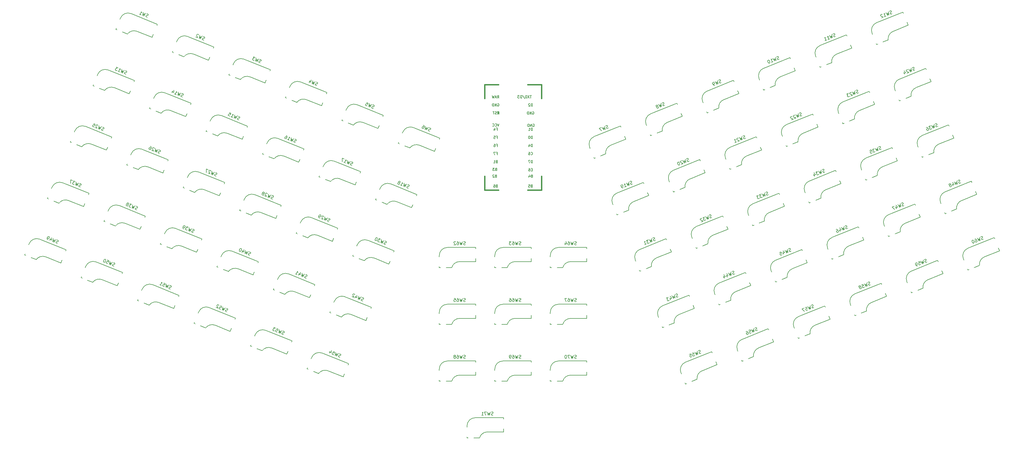
<source format=gbo>
G04 #@! TF.GenerationSoftware,KiCad,Pcbnew,8.0.1*
G04 #@! TF.CreationDate,2024-05-03T20:41:19+02:00*
G04 #@! TF.ProjectId,boomerang,626f6f6d-6572-4616-9e67-2e6b69636164,rev?*
G04 #@! TF.SameCoordinates,Original*
G04 #@! TF.FileFunction,Legend,Bot*
G04 #@! TF.FilePolarity,Positive*
%FSLAX46Y46*%
G04 Gerber Fmt 4.6, Leading zero omitted, Abs format (unit mm)*
G04 Created by KiCad (PCBNEW 8.0.1) date 2024-05-03 20:41:19*
%MOMM*%
%LPD*%
G01*
G04 APERTURE LIST*
G04 Aperture macros list*
%AMHorizOval*
0 Thick line with rounded ends*
0 $1 width*
0 $2 $3 position (X,Y) of the first rounded end (center of the circle)*
0 $4 $5 position (X,Y) of the second rounded end (center of the circle)*
0 Add line between two ends*
20,1,$1,$2,$3,$4,$5,0*
0 Add two circle primitives to create the rounded ends*
1,1,$1,$2,$3*
1,1,$1,$4,$5*%
%AMRotRect*
0 Rectangle, with rotation*
0 The origin of the aperture is its center*
0 $1 length*
0 $2 width*
0 $3 Rotation angle, in degrees counterclockwise*
0 Add horizontal line*
21,1,$1,$2,0,0,$3*%
G04 Aperture macros list end*
%ADD10C,0.150000*%
%ADD11C,0.381000*%
%ADD12R,1.752600X1.752600*%
%ADD13C,1.752600*%
%ADD14RotRect,1.600000X1.600000X68.000000*%
%ADD15HorizOval,1.600000X0.000000X0.000000X0.000000X0.000000X0*%
%ADD16C,1.701800*%
%ADD17C,3.000000*%
%ADD18C,3.987800*%
%ADD19RotRect,2.550000X2.500000X22.000000*%
%ADD20R,2.550000X2.500000*%
%ADD21RotRect,1.600000X1.600000X112.000000*%
%ADD22HorizOval,1.600000X0.000000X0.000000X0.000000X0.000000X0*%
%ADD23RotRect,2.550000X2.500000X338.000000*%
%ADD24RotRect,1.700000X1.700000X292.000000*%
%ADD25HorizOval,1.700000X0.000000X0.000000X0.000000X0.000000X0*%
%ADD26R,1.600000X1.600000*%
%ADD27O,1.600000X1.600000*%
%ADD28RotRect,1.600000X1.600000X22.000000*%
%ADD29HorizOval,1.600000X0.000000X0.000000X0.000000X0.000000X0*%
%ADD30RotRect,1.600000X1.600000X158.000000*%
%ADD31HorizOval,1.600000X0.000000X0.000000X0.000000X0.000000X0*%
%ADD32C,4.400000*%
%ADD33O,3.200000X2.000000*%
%ADD34R,2.000000X2.000000*%
%ADD35C,2.000000*%
%ADD36C,1.800000*%
G04 APERTURE END LIST*
D10*
X305955573Y-124191764D02*
X305840956Y-124289431D01*
X305840956Y-124289431D02*
X305620198Y-124378623D01*
X305620198Y-124378623D02*
X305514056Y-124370148D01*
X305514056Y-124370148D02*
X305452066Y-124343835D01*
X305452066Y-124343835D02*
X305372238Y-124273370D01*
X305372238Y-124273370D02*
X305336561Y-124185067D01*
X305336561Y-124185067D02*
X305345036Y-124078925D01*
X305345036Y-124078925D02*
X305371349Y-124016935D01*
X305371349Y-124016935D02*
X305441814Y-123937107D01*
X305441814Y-123937107D02*
X305600582Y-123821602D01*
X305600582Y-123821602D02*
X305671047Y-123741773D01*
X305671047Y-123741773D02*
X305697360Y-123679783D01*
X305697360Y-123679783D02*
X305705835Y-123573642D01*
X305705835Y-123573642D02*
X305670158Y-123485338D01*
X305670158Y-123485338D02*
X305590330Y-123414874D01*
X305590330Y-123414874D02*
X305528340Y-123388560D01*
X305528340Y-123388560D02*
X305422198Y-123380086D01*
X305422198Y-123380086D02*
X305201440Y-123469278D01*
X305201440Y-123469278D02*
X305086823Y-123566944D01*
X304759924Y-123647662D02*
X304913772Y-124664038D01*
X304913772Y-124664038D02*
X304469590Y-124073117D01*
X304469590Y-124073117D02*
X304560559Y-124806745D01*
X304560559Y-124806745D02*
X303965195Y-123968753D01*
X303339486Y-124581067D02*
X303589224Y-125199190D01*
X303417537Y-124138662D02*
X303905871Y-124711745D01*
X303905871Y-124711745D02*
X303331900Y-124943644D01*
X302331585Y-124628774D02*
X302508192Y-124557421D01*
X302508192Y-124557421D02*
X302614333Y-124565895D01*
X302614333Y-124565895D02*
X302676323Y-124592209D01*
X302676323Y-124592209D02*
X302818142Y-124688987D01*
X302818142Y-124688987D02*
X302933647Y-124847755D01*
X302933647Y-124847755D02*
X303076354Y-125200968D01*
X303076354Y-125200968D02*
X303067879Y-125307109D01*
X303067879Y-125307109D02*
X303041566Y-125369099D01*
X303041566Y-125369099D02*
X302971101Y-125448928D01*
X302971101Y-125448928D02*
X302794495Y-125520281D01*
X302794495Y-125520281D02*
X302688353Y-125511806D01*
X302688353Y-125511806D02*
X302626363Y-125485493D01*
X302626363Y-125485493D02*
X302546535Y-125415028D01*
X302546535Y-125415028D02*
X302457343Y-125194270D01*
X302457343Y-125194270D02*
X302465818Y-125088129D01*
X302465818Y-125088129D02*
X302492131Y-125026139D01*
X302492131Y-125026139D02*
X302562596Y-124946310D01*
X302562596Y-124946310D02*
X302739202Y-124874957D01*
X302739202Y-124874957D02*
X302845344Y-124883431D01*
X302845344Y-124883431D02*
X302907334Y-124909745D01*
X302907334Y-124909745D02*
X302987162Y-124980209D01*
X221125478Y-129363631D02*
X220982621Y-129411250D01*
X220982621Y-129411250D02*
X220744526Y-129411250D01*
X220744526Y-129411250D02*
X220649288Y-129363631D01*
X220649288Y-129363631D02*
X220601669Y-129316011D01*
X220601669Y-129316011D02*
X220554050Y-129220773D01*
X220554050Y-129220773D02*
X220554050Y-129125535D01*
X220554050Y-129125535D02*
X220601669Y-129030297D01*
X220601669Y-129030297D02*
X220649288Y-128982678D01*
X220649288Y-128982678D02*
X220744526Y-128935059D01*
X220744526Y-128935059D02*
X220935002Y-128887440D01*
X220935002Y-128887440D02*
X221030240Y-128839821D01*
X221030240Y-128839821D02*
X221077859Y-128792202D01*
X221077859Y-128792202D02*
X221125478Y-128696964D01*
X221125478Y-128696964D02*
X221125478Y-128601726D01*
X221125478Y-128601726D02*
X221077859Y-128506488D01*
X221077859Y-128506488D02*
X221030240Y-128458869D01*
X221030240Y-128458869D02*
X220935002Y-128411250D01*
X220935002Y-128411250D02*
X220696907Y-128411250D01*
X220696907Y-128411250D02*
X220554050Y-128458869D01*
X220220716Y-128411250D02*
X219982621Y-129411250D01*
X219982621Y-129411250D02*
X219792145Y-128696964D01*
X219792145Y-128696964D02*
X219601669Y-129411250D01*
X219601669Y-129411250D02*
X219363574Y-128411250D01*
X218554050Y-128411250D02*
X218744526Y-128411250D01*
X218744526Y-128411250D02*
X218839764Y-128458869D01*
X218839764Y-128458869D02*
X218887383Y-128506488D01*
X218887383Y-128506488D02*
X218982621Y-128649345D01*
X218982621Y-128649345D02*
X219030240Y-128839821D01*
X219030240Y-128839821D02*
X219030240Y-129220773D01*
X219030240Y-129220773D02*
X218982621Y-129316011D01*
X218982621Y-129316011D02*
X218935002Y-129363631D01*
X218935002Y-129363631D02*
X218839764Y-129411250D01*
X218839764Y-129411250D02*
X218649288Y-129411250D01*
X218649288Y-129411250D02*
X218554050Y-129363631D01*
X218554050Y-129363631D02*
X218506431Y-129316011D01*
X218506431Y-129316011D02*
X218458812Y-129220773D01*
X218458812Y-129220773D02*
X218458812Y-128982678D01*
X218458812Y-128982678D02*
X218506431Y-128887440D01*
X218506431Y-128887440D02*
X218554050Y-128839821D01*
X218554050Y-128839821D02*
X218649288Y-128792202D01*
X218649288Y-128792202D02*
X218839764Y-128792202D01*
X218839764Y-128792202D02*
X218935002Y-128839821D01*
X218935002Y-128839821D02*
X218982621Y-128887440D01*
X218982621Y-128887440D02*
X219030240Y-128982678D01*
X217601669Y-128744583D02*
X217601669Y-129411250D01*
X217839764Y-128363631D02*
X218077859Y-129077916D01*
X218077859Y-129077916D02*
X217458812Y-129077916D01*
X83653502Y-118412040D02*
X83503209Y-118402677D01*
X83503209Y-118402677D02*
X83282451Y-118313485D01*
X83282451Y-118313485D02*
X83211986Y-118233656D01*
X83211986Y-118233656D02*
X83185673Y-118171666D01*
X83185673Y-118171666D02*
X83177198Y-118065525D01*
X83177198Y-118065525D02*
X83212875Y-117977221D01*
X83212875Y-117977221D02*
X83292703Y-117906757D01*
X83292703Y-117906757D02*
X83354693Y-117880443D01*
X83354693Y-117880443D02*
X83460835Y-117871969D01*
X83460835Y-117871969D02*
X83655280Y-117899171D01*
X83655280Y-117899171D02*
X83761421Y-117890696D01*
X83761421Y-117890696D02*
X83823411Y-117864383D01*
X83823411Y-117864383D02*
X83903240Y-117793918D01*
X83903240Y-117793918D02*
X83938917Y-117705615D01*
X83938917Y-117705615D02*
X83930442Y-117599473D01*
X83930442Y-117599473D02*
X83904129Y-117537483D01*
X83904129Y-117537483D02*
X83833664Y-117457654D01*
X83833664Y-117457654D02*
X83612906Y-117368462D01*
X83612906Y-117368462D02*
X83462612Y-117359099D01*
X83171389Y-117190078D02*
X82576025Y-118028070D01*
X82576025Y-118028070D02*
X82666995Y-117294442D01*
X82666995Y-117294442D02*
X82222812Y-117885363D01*
X82222812Y-117885363D02*
X82376660Y-116868987D01*
X82111751Y-116761957D02*
X81537780Y-116530057D01*
X81537780Y-116530057D02*
X81704134Y-117008139D01*
X81704134Y-117008139D02*
X81571679Y-116954624D01*
X81571679Y-116954624D02*
X81465537Y-116963099D01*
X81465537Y-116963099D02*
X81403547Y-116989412D01*
X81403547Y-116989412D02*
X81323719Y-117059877D01*
X81323719Y-117059877D02*
X81234527Y-117280635D01*
X81234527Y-117280635D02*
X81243002Y-117386776D01*
X81243002Y-117386776D02*
X81269315Y-117448766D01*
X81269315Y-117448766D02*
X81339780Y-117528595D01*
X81339780Y-117528595D02*
X81604689Y-117635625D01*
X81604689Y-117635625D02*
X81710831Y-117627150D01*
X81710831Y-117627150D02*
X81772821Y-117600837D01*
X80847415Y-116713361D02*
X80953557Y-116704886D01*
X80953557Y-116704886D02*
X81015547Y-116678573D01*
X81015547Y-116678573D02*
X81095375Y-116608108D01*
X81095375Y-116608108D02*
X81113213Y-116563956D01*
X81113213Y-116563956D02*
X81104739Y-116457815D01*
X81104739Y-116457815D02*
X81078425Y-116395825D01*
X81078425Y-116395825D02*
X81007961Y-116315996D01*
X81007961Y-116315996D02*
X80831354Y-116244643D01*
X80831354Y-116244643D02*
X80725212Y-116253117D01*
X80725212Y-116253117D02*
X80663222Y-116279431D01*
X80663222Y-116279431D02*
X80583394Y-116349895D01*
X80583394Y-116349895D02*
X80565556Y-116394047D01*
X80565556Y-116394047D02*
X80574030Y-116500189D01*
X80574030Y-116500189D02*
X80600344Y-116562179D01*
X80600344Y-116562179D02*
X80670808Y-116642007D01*
X80670808Y-116642007D02*
X80847415Y-116713361D01*
X80847415Y-116713361D02*
X80917880Y-116793189D01*
X80917880Y-116793189D02*
X80944193Y-116855179D01*
X80944193Y-116855179D02*
X80952668Y-116961321D01*
X80952668Y-116961321D02*
X80881314Y-117137927D01*
X80881314Y-117137927D02*
X80801486Y-117208392D01*
X80801486Y-117208392D02*
X80739496Y-117234705D01*
X80739496Y-117234705D02*
X80633354Y-117243180D01*
X80633354Y-117243180D02*
X80456748Y-117171826D01*
X80456748Y-117171826D02*
X80386283Y-117091998D01*
X80386283Y-117091998D02*
X80359970Y-117030008D01*
X80359970Y-117030008D02*
X80351495Y-116923866D01*
X80351495Y-116923866D02*
X80422848Y-116747260D01*
X80422848Y-116747260D02*
X80502677Y-116676795D01*
X80502677Y-116676795D02*
X80564667Y-116650482D01*
X80564667Y-116650482D02*
X80670808Y-116642007D01*
X231116731Y-92790359D02*
X231002115Y-92888025D01*
X231002115Y-92888025D02*
X230781356Y-92977217D01*
X230781356Y-92977217D02*
X230675215Y-92968743D01*
X230675215Y-92968743D02*
X230613225Y-92942429D01*
X230613225Y-92942429D02*
X230533396Y-92871965D01*
X230533396Y-92871965D02*
X230497720Y-92783661D01*
X230497720Y-92783661D02*
X230506194Y-92677520D01*
X230506194Y-92677520D02*
X230532508Y-92615530D01*
X230532508Y-92615530D02*
X230602972Y-92535701D01*
X230602972Y-92535701D02*
X230761740Y-92420196D01*
X230761740Y-92420196D02*
X230832205Y-92340368D01*
X230832205Y-92340368D02*
X230858518Y-92278378D01*
X230858518Y-92278378D02*
X230866993Y-92172236D01*
X230866993Y-92172236D02*
X230831316Y-92083933D01*
X230831316Y-92083933D02*
X230751488Y-92013468D01*
X230751488Y-92013468D02*
X230689498Y-91987155D01*
X230689498Y-91987155D02*
X230583356Y-91978680D01*
X230583356Y-91978680D02*
X230362598Y-92067872D01*
X230362598Y-92067872D02*
X230247982Y-92165539D01*
X229921082Y-92246256D02*
X230074931Y-93262632D01*
X230074931Y-93262632D02*
X229630748Y-92671711D01*
X229630748Y-92671711D02*
X229721718Y-93405339D01*
X229721718Y-93405339D02*
X229126353Y-92567347D01*
X228861444Y-92674378D02*
X228243321Y-92924116D01*
X228243321Y-92924116D02*
X229015292Y-93690754D01*
X341281277Y-109919253D02*
X341166660Y-110016920D01*
X341166660Y-110016920D02*
X340945902Y-110106112D01*
X340945902Y-110106112D02*
X340839760Y-110097637D01*
X340839760Y-110097637D02*
X340777770Y-110071324D01*
X340777770Y-110071324D02*
X340697942Y-110000859D01*
X340697942Y-110000859D02*
X340662265Y-109912556D01*
X340662265Y-109912556D02*
X340670740Y-109806414D01*
X340670740Y-109806414D02*
X340697053Y-109744424D01*
X340697053Y-109744424D02*
X340767518Y-109664596D01*
X340767518Y-109664596D02*
X340926286Y-109549091D01*
X340926286Y-109549091D02*
X340996751Y-109469262D01*
X340996751Y-109469262D02*
X341023064Y-109407272D01*
X341023064Y-109407272D02*
X341031539Y-109301131D01*
X341031539Y-109301131D02*
X340995862Y-109212827D01*
X340995862Y-109212827D02*
X340916034Y-109142363D01*
X340916034Y-109142363D02*
X340854044Y-109116049D01*
X340854044Y-109116049D02*
X340747902Y-109107575D01*
X340747902Y-109107575D02*
X340527144Y-109196767D01*
X340527144Y-109196767D02*
X340412527Y-109294433D01*
X340085628Y-109375151D02*
X340239476Y-110391527D01*
X340239476Y-110391527D02*
X339795294Y-109800606D01*
X339795294Y-109800606D02*
X339886263Y-110534234D01*
X339886263Y-110534234D02*
X339290899Y-109696242D01*
X338665190Y-110308556D02*
X338914928Y-110926679D01*
X338743241Y-109866151D02*
X339231575Y-110439234D01*
X339231575Y-110439234D02*
X338657604Y-110671133D01*
X338082744Y-110646597D02*
X338153209Y-110566769D01*
X338153209Y-110566769D02*
X338179523Y-110504779D01*
X338179523Y-110504779D02*
X338187997Y-110398637D01*
X338187997Y-110398637D02*
X338170159Y-110354486D01*
X338170159Y-110354486D02*
X338090330Y-110284021D01*
X338090330Y-110284021D02*
X338028340Y-110257708D01*
X338028340Y-110257708D02*
X337922199Y-110249233D01*
X337922199Y-110249233D02*
X337745592Y-110320586D01*
X337745592Y-110320586D02*
X337675128Y-110400415D01*
X337675128Y-110400415D02*
X337648814Y-110462405D01*
X337648814Y-110462405D02*
X337640340Y-110568547D01*
X337640340Y-110568547D02*
X337658178Y-110612698D01*
X337658178Y-110612698D02*
X337738006Y-110683163D01*
X337738006Y-110683163D02*
X337799996Y-110709476D01*
X337799996Y-110709476D02*
X337906138Y-110717951D01*
X337906138Y-110717951D02*
X338082744Y-110646597D01*
X338082744Y-110646597D02*
X338188886Y-110655072D01*
X338188886Y-110655072D02*
X338250876Y-110681385D01*
X338250876Y-110681385D02*
X338330705Y-110751850D01*
X338330705Y-110751850D02*
X338402058Y-110928457D01*
X338402058Y-110928457D02*
X338393583Y-111034598D01*
X338393583Y-111034598D02*
X338367270Y-111096588D01*
X338367270Y-111096588D02*
X338296805Y-111176417D01*
X338296805Y-111176417D02*
X338120199Y-111247770D01*
X338120199Y-111247770D02*
X338014057Y-111239295D01*
X338014057Y-111239295D02*
X337952067Y-111212982D01*
X337952067Y-111212982D02*
X337872239Y-111142517D01*
X337872239Y-111142517D02*
X337800885Y-110965911D01*
X337800885Y-110965911D02*
X337809360Y-110859769D01*
X337809360Y-110859769D02*
X337835673Y-110797779D01*
X337835673Y-110797779D02*
X337906138Y-110717951D01*
X186410478Y-164923631D02*
X186267621Y-164971250D01*
X186267621Y-164971250D02*
X186029526Y-164971250D01*
X186029526Y-164971250D02*
X185934288Y-164923631D01*
X185934288Y-164923631D02*
X185886669Y-164876011D01*
X185886669Y-164876011D02*
X185839050Y-164780773D01*
X185839050Y-164780773D02*
X185839050Y-164685535D01*
X185839050Y-164685535D02*
X185886669Y-164590297D01*
X185886669Y-164590297D02*
X185934288Y-164542678D01*
X185934288Y-164542678D02*
X186029526Y-164495059D01*
X186029526Y-164495059D02*
X186220002Y-164447440D01*
X186220002Y-164447440D02*
X186315240Y-164399821D01*
X186315240Y-164399821D02*
X186362859Y-164352202D01*
X186362859Y-164352202D02*
X186410478Y-164256964D01*
X186410478Y-164256964D02*
X186410478Y-164161726D01*
X186410478Y-164161726D02*
X186362859Y-164066488D01*
X186362859Y-164066488D02*
X186315240Y-164018869D01*
X186315240Y-164018869D02*
X186220002Y-163971250D01*
X186220002Y-163971250D02*
X185981907Y-163971250D01*
X185981907Y-163971250D02*
X185839050Y-164018869D01*
X185505716Y-163971250D02*
X185267621Y-164971250D01*
X185267621Y-164971250D02*
X185077145Y-164256964D01*
X185077145Y-164256964D02*
X184886669Y-164971250D01*
X184886669Y-164971250D02*
X184648574Y-163971250D01*
X183839050Y-163971250D02*
X184029526Y-163971250D01*
X184029526Y-163971250D02*
X184124764Y-164018869D01*
X184124764Y-164018869D02*
X184172383Y-164066488D01*
X184172383Y-164066488D02*
X184267621Y-164209345D01*
X184267621Y-164209345D02*
X184315240Y-164399821D01*
X184315240Y-164399821D02*
X184315240Y-164780773D01*
X184315240Y-164780773D02*
X184267621Y-164876011D01*
X184267621Y-164876011D02*
X184220002Y-164923631D01*
X184220002Y-164923631D02*
X184124764Y-164971250D01*
X184124764Y-164971250D02*
X183934288Y-164971250D01*
X183934288Y-164971250D02*
X183839050Y-164923631D01*
X183839050Y-164923631D02*
X183791431Y-164876011D01*
X183791431Y-164876011D02*
X183743812Y-164780773D01*
X183743812Y-164780773D02*
X183743812Y-164542678D01*
X183743812Y-164542678D02*
X183791431Y-164447440D01*
X183791431Y-164447440D02*
X183839050Y-164399821D01*
X183839050Y-164399821D02*
X183934288Y-164352202D01*
X183934288Y-164352202D02*
X184124764Y-164352202D01*
X184124764Y-164352202D02*
X184220002Y-164399821D01*
X184220002Y-164399821D02*
X184267621Y-164447440D01*
X184267621Y-164447440D02*
X184315240Y-164542678D01*
X183172383Y-164399821D02*
X183267621Y-164352202D01*
X183267621Y-164352202D02*
X183315240Y-164304583D01*
X183315240Y-164304583D02*
X183362859Y-164209345D01*
X183362859Y-164209345D02*
X183362859Y-164161726D01*
X183362859Y-164161726D02*
X183315240Y-164066488D01*
X183315240Y-164066488D02*
X183267621Y-164018869D01*
X183267621Y-164018869D02*
X183172383Y-163971250D01*
X183172383Y-163971250D02*
X182981907Y-163971250D01*
X182981907Y-163971250D02*
X182886669Y-164018869D01*
X182886669Y-164018869D02*
X182839050Y-164066488D01*
X182839050Y-164066488D02*
X182791431Y-164161726D01*
X182791431Y-164161726D02*
X182791431Y-164209345D01*
X182791431Y-164209345D02*
X182839050Y-164304583D01*
X182839050Y-164304583D02*
X182886669Y-164352202D01*
X182886669Y-164352202D02*
X182981907Y-164399821D01*
X182981907Y-164399821D02*
X183172383Y-164399821D01*
X183172383Y-164399821D02*
X183267621Y-164447440D01*
X183267621Y-164447440D02*
X183315240Y-164495059D01*
X183315240Y-164495059D02*
X183362859Y-164590297D01*
X183362859Y-164590297D02*
X183362859Y-164780773D01*
X183362859Y-164780773D02*
X183315240Y-164876011D01*
X183315240Y-164876011D02*
X183267621Y-164923631D01*
X183267621Y-164923631D02*
X183172383Y-164971250D01*
X183172383Y-164971250D02*
X182981907Y-164971250D01*
X182981907Y-164971250D02*
X182886669Y-164923631D01*
X182886669Y-164923631D02*
X182839050Y-164876011D01*
X182839050Y-164876011D02*
X182791431Y-164780773D01*
X182791431Y-164780773D02*
X182791431Y-164590297D01*
X182791431Y-164590297D02*
X182839050Y-164495059D01*
X182839050Y-164495059D02*
X182886669Y-164447440D01*
X182886669Y-164447440D02*
X182981907Y-164399821D01*
X238694505Y-110274826D02*
X238579888Y-110372493D01*
X238579888Y-110372493D02*
X238359130Y-110461685D01*
X238359130Y-110461685D02*
X238252988Y-110453210D01*
X238252988Y-110453210D02*
X238190998Y-110426897D01*
X238190998Y-110426897D02*
X238111170Y-110356432D01*
X238111170Y-110356432D02*
X238075493Y-110268129D01*
X238075493Y-110268129D02*
X238083968Y-110161987D01*
X238083968Y-110161987D02*
X238110281Y-110099997D01*
X238110281Y-110099997D02*
X238180746Y-110020169D01*
X238180746Y-110020169D02*
X238339514Y-109904664D01*
X238339514Y-109904664D02*
X238409979Y-109824835D01*
X238409979Y-109824835D02*
X238436292Y-109762845D01*
X238436292Y-109762845D02*
X238444767Y-109656704D01*
X238444767Y-109656704D02*
X238409090Y-109568400D01*
X238409090Y-109568400D02*
X238329262Y-109497936D01*
X238329262Y-109497936D02*
X238267272Y-109471622D01*
X238267272Y-109471622D02*
X238161130Y-109463148D01*
X238161130Y-109463148D02*
X237940372Y-109552340D01*
X237940372Y-109552340D02*
X237825755Y-109650006D01*
X237498856Y-109730724D02*
X237652704Y-110747100D01*
X237652704Y-110747100D02*
X237208522Y-110156179D01*
X237208522Y-110156179D02*
X237299491Y-110889807D01*
X237299491Y-110889807D02*
X236704127Y-110051815D01*
X236239853Y-111317929D02*
X236769672Y-111103868D01*
X236504762Y-111210898D02*
X236130156Y-110283714D01*
X236130156Y-110283714D02*
X236271974Y-110380492D01*
X236271974Y-110380492D02*
X236395954Y-110433119D01*
X236395954Y-110433119D02*
X236502096Y-110441594D01*
X235798337Y-111496313D02*
X235621730Y-111567666D01*
X235621730Y-111567666D02*
X235515589Y-111559192D01*
X235515589Y-111559192D02*
X235453599Y-111532878D01*
X235453599Y-111532878D02*
X235311780Y-111436100D01*
X235311780Y-111436100D02*
X235196275Y-111277332D01*
X235196275Y-111277332D02*
X235053568Y-110924120D01*
X235053568Y-110924120D02*
X235062042Y-110817978D01*
X235062042Y-110817978D02*
X235088356Y-110755988D01*
X235088356Y-110755988D02*
X235158820Y-110676159D01*
X235158820Y-110676159D02*
X235335427Y-110604806D01*
X235335427Y-110604806D02*
X235441568Y-110613281D01*
X235441568Y-110613281D02*
X235503558Y-110639594D01*
X235503558Y-110639594D02*
X235583387Y-110710059D01*
X235583387Y-110710059D02*
X235672579Y-110930817D01*
X235672579Y-110930817D02*
X235664104Y-111036958D01*
X235664104Y-111036958D02*
X235637791Y-111098948D01*
X235637791Y-111098948D02*
X235567326Y-111178777D01*
X235567326Y-111178777D02*
X235390720Y-111250130D01*
X235390720Y-111250130D02*
X235284578Y-111241656D01*
X235284578Y-111241656D02*
X235222588Y-111215342D01*
X235222588Y-111215342D02*
X235142760Y-111144878D01*
X133251718Y-97358847D02*
X133101425Y-97349484D01*
X133101425Y-97349484D02*
X132880667Y-97260292D01*
X132880667Y-97260292D02*
X132810202Y-97180463D01*
X132810202Y-97180463D02*
X132783889Y-97118473D01*
X132783889Y-97118473D02*
X132775414Y-97012332D01*
X132775414Y-97012332D02*
X132811091Y-96924028D01*
X132811091Y-96924028D02*
X132890919Y-96853564D01*
X132890919Y-96853564D02*
X132952909Y-96827250D01*
X132952909Y-96827250D02*
X133059051Y-96818776D01*
X133059051Y-96818776D02*
X133253496Y-96845978D01*
X133253496Y-96845978D02*
X133359637Y-96837503D01*
X133359637Y-96837503D02*
X133421627Y-96811190D01*
X133421627Y-96811190D02*
X133501456Y-96740725D01*
X133501456Y-96740725D02*
X133537133Y-96652422D01*
X133537133Y-96652422D02*
X133528658Y-96546280D01*
X133528658Y-96546280D02*
X133502345Y-96484290D01*
X133502345Y-96484290D02*
X133431880Y-96404461D01*
X133431880Y-96404461D02*
X133211122Y-96315269D01*
X133211122Y-96315269D02*
X133060828Y-96305906D01*
X132769605Y-96136885D02*
X132174241Y-96974877D01*
X132174241Y-96974877D02*
X132265211Y-96241249D01*
X132265211Y-96241249D02*
X131821028Y-96832170D01*
X131821028Y-96832170D02*
X131974876Y-95815794D01*
X130761389Y-96404048D02*
X131291209Y-96618109D01*
X131026299Y-96511079D02*
X131400906Y-95583895D01*
X131400906Y-95583895D02*
X131435694Y-95752026D01*
X131435694Y-95752026D02*
X131488320Y-95876006D01*
X131488320Y-95876006D02*
X131558785Y-95955835D01*
X130341267Y-95155773D02*
X130517873Y-95227126D01*
X130517873Y-95227126D02*
X130588338Y-95306955D01*
X130588338Y-95306955D02*
X130614651Y-95368945D01*
X130614651Y-95368945D02*
X130649439Y-95537077D01*
X130649439Y-95537077D02*
X130622237Y-95731521D01*
X130622237Y-95731521D02*
X130479530Y-96084734D01*
X130479530Y-96084734D02*
X130399702Y-96155199D01*
X130399702Y-96155199D02*
X130337712Y-96181512D01*
X130337712Y-96181512D02*
X130231570Y-96189987D01*
X130231570Y-96189987D02*
X130054964Y-96118633D01*
X130054964Y-96118633D02*
X129984499Y-96038805D01*
X129984499Y-96038805D02*
X129958186Y-95976815D01*
X129958186Y-95976815D02*
X129949711Y-95870673D01*
X129949711Y-95870673D02*
X130038903Y-95649915D01*
X130038903Y-95649915D02*
X130118731Y-95579451D01*
X130118731Y-95579451D02*
X130180721Y-95553137D01*
X130180721Y-95553137D02*
X130286863Y-95544663D01*
X130286863Y-95544663D02*
X130463469Y-95616016D01*
X130463469Y-95616016D02*
X130533934Y-95695845D01*
X130533934Y-95695845D02*
X130560247Y-95757835D01*
X130560247Y-95757835D02*
X130568722Y-95863976D01*
X147168657Y-164619916D02*
X147018364Y-164610553D01*
X147018364Y-164610553D02*
X146797606Y-164521361D01*
X146797606Y-164521361D02*
X146727141Y-164441532D01*
X146727141Y-164441532D02*
X146700828Y-164379542D01*
X146700828Y-164379542D02*
X146692353Y-164273401D01*
X146692353Y-164273401D02*
X146728030Y-164185097D01*
X146728030Y-164185097D02*
X146807858Y-164114633D01*
X146807858Y-164114633D02*
X146869848Y-164088319D01*
X146869848Y-164088319D02*
X146975990Y-164079845D01*
X146975990Y-164079845D02*
X147170435Y-164107047D01*
X147170435Y-164107047D02*
X147276576Y-164098572D01*
X147276576Y-164098572D02*
X147338566Y-164072259D01*
X147338566Y-164072259D02*
X147418395Y-164001794D01*
X147418395Y-164001794D02*
X147454072Y-163913491D01*
X147454072Y-163913491D02*
X147445597Y-163807349D01*
X147445597Y-163807349D02*
X147419284Y-163745359D01*
X147419284Y-163745359D02*
X147348819Y-163665530D01*
X147348819Y-163665530D02*
X147128061Y-163576338D01*
X147128061Y-163576338D02*
X146977767Y-163566975D01*
X146686544Y-163397954D02*
X146091180Y-164235946D01*
X146091180Y-164235946D02*
X146182150Y-163502318D01*
X146182150Y-163502318D02*
X145737967Y-164093239D01*
X145737967Y-164093239D02*
X145891815Y-163076863D01*
X145097087Y-162755772D02*
X145538603Y-162934156D01*
X145538603Y-162934156D02*
X145404370Y-163393510D01*
X145404370Y-163393510D02*
X145378057Y-163331520D01*
X145378057Y-163331520D02*
X145307592Y-163251692D01*
X145307592Y-163251692D02*
X145086834Y-163162500D01*
X145086834Y-163162500D02*
X144980692Y-163170975D01*
X144980692Y-163170975D02*
X144918702Y-163197288D01*
X144918702Y-163197288D02*
X144838874Y-163267753D01*
X144838874Y-163267753D02*
X144749682Y-163488511D01*
X144749682Y-163488511D02*
X144758157Y-163594652D01*
X144758157Y-163594652D02*
X144784470Y-163656642D01*
X144784470Y-163656642D02*
X144854935Y-163736471D01*
X144854935Y-163736471D02*
X145075693Y-163825663D01*
X145075693Y-163825663D02*
X145181834Y-163817188D01*
X145181834Y-163817188D02*
X145243825Y-163790875D01*
X144133337Y-162725903D02*
X143883599Y-163344026D01*
X144496802Y-162461882D02*
X144449984Y-163213348D01*
X144449984Y-163213348D02*
X143876013Y-162981449D01*
X154304911Y-146957063D02*
X154154618Y-146947700D01*
X154154618Y-146947700D02*
X153933860Y-146858508D01*
X153933860Y-146858508D02*
X153863395Y-146778679D01*
X153863395Y-146778679D02*
X153837082Y-146716689D01*
X153837082Y-146716689D02*
X153828607Y-146610548D01*
X153828607Y-146610548D02*
X153864284Y-146522244D01*
X153864284Y-146522244D02*
X153944112Y-146451780D01*
X153944112Y-146451780D02*
X154006102Y-146425466D01*
X154006102Y-146425466D02*
X154112244Y-146416992D01*
X154112244Y-146416992D02*
X154306689Y-146444194D01*
X154306689Y-146444194D02*
X154412830Y-146435719D01*
X154412830Y-146435719D02*
X154474820Y-146409406D01*
X154474820Y-146409406D02*
X154554649Y-146338941D01*
X154554649Y-146338941D02*
X154590326Y-146250638D01*
X154590326Y-146250638D02*
X154581851Y-146144496D01*
X154581851Y-146144496D02*
X154555538Y-146082506D01*
X154555538Y-146082506D02*
X154485073Y-146002677D01*
X154485073Y-146002677D02*
X154264315Y-145913485D01*
X154264315Y-145913485D02*
X154114021Y-145904122D01*
X153822798Y-145735101D02*
X153227434Y-146573093D01*
X153227434Y-146573093D02*
X153318404Y-145839465D01*
X153318404Y-145839465D02*
X152874221Y-146430386D01*
X152874221Y-146430386D02*
X153028069Y-145414010D01*
X152152623Y-145419818D02*
X151902886Y-146037941D01*
X152516089Y-145155797D02*
X152469271Y-145907264D01*
X152469271Y-145907264D02*
X151895300Y-145675364D01*
X151800299Y-145020676D02*
X151773986Y-144958686D01*
X151773986Y-144958686D02*
X151703521Y-144878858D01*
X151703521Y-144878858D02*
X151482763Y-144789666D01*
X151482763Y-144789666D02*
X151376621Y-144798140D01*
X151376621Y-144798140D02*
X151314631Y-144824454D01*
X151314631Y-144824454D02*
X151234803Y-144894918D01*
X151234803Y-144894918D02*
X151199126Y-144983222D01*
X151199126Y-144983222D02*
X151189763Y-145133515D01*
X151189763Y-145133515D02*
X151505521Y-145877395D01*
X151505521Y-145877395D02*
X150931550Y-145645496D01*
X252967016Y-145600531D02*
X252852399Y-145698198D01*
X252852399Y-145698198D02*
X252631641Y-145787390D01*
X252631641Y-145787390D02*
X252525499Y-145778915D01*
X252525499Y-145778915D02*
X252463509Y-145752602D01*
X252463509Y-145752602D02*
X252383681Y-145682137D01*
X252383681Y-145682137D02*
X252348004Y-145593834D01*
X252348004Y-145593834D02*
X252356479Y-145487692D01*
X252356479Y-145487692D02*
X252382792Y-145425702D01*
X252382792Y-145425702D02*
X252453257Y-145345874D01*
X252453257Y-145345874D02*
X252612025Y-145230369D01*
X252612025Y-145230369D02*
X252682490Y-145150540D01*
X252682490Y-145150540D02*
X252708803Y-145088550D01*
X252708803Y-145088550D02*
X252717278Y-144982409D01*
X252717278Y-144982409D02*
X252681601Y-144894105D01*
X252681601Y-144894105D02*
X252601773Y-144823641D01*
X252601773Y-144823641D02*
X252539783Y-144797327D01*
X252539783Y-144797327D02*
X252433641Y-144788853D01*
X252433641Y-144788853D02*
X252212883Y-144878045D01*
X252212883Y-144878045D02*
X252098266Y-144975711D01*
X251771367Y-145056429D02*
X251925215Y-146072805D01*
X251925215Y-146072805D02*
X251481033Y-145481884D01*
X251481033Y-145481884D02*
X251572002Y-146215512D01*
X251572002Y-146215512D02*
X250976638Y-145377520D01*
X250350929Y-145989834D02*
X250600667Y-146607957D01*
X250428980Y-145547429D02*
X250917314Y-146120512D01*
X250917314Y-146120512D02*
X250343343Y-146352411D01*
X249828696Y-145841319D02*
X249254725Y-146073218D01*
X249254725Y-146073218D02*
X249706493Y-146301562D01*
X249706493Y-146301562D02*
X249574039Y-146355077D01*
X249574039Y-146355077D02*
X249503574Y-146434906D01*
X249503574Y-146434906D02*
X249477261Y-146496896D01*
X249477261Y-146496896D02*
X249468786Y-146603037D01*
X249468786Y-146603037D02*
X249557978Y-146823795D01*
X249557978Y-146823795D02*
X249637806Y-146894260D01*
X249637806Y-146894260D02*
X249699796Y-146920573D01*
X249699796Y-146920573D02*
X249805938Y-146929048D01*
X249805938Y-146929048D02*
X250070848Y-146822018D01*
X250070848Y-146822018D02*
X250141312Y-146742189D01*
X250141312Y-146742189D02*
X250167626Y-146680199D01*
X256357356Y-103138571D02*
X256242739Y-103236238D01*
X256242739Y-103236238D02*
X256021981Y-103325430D01*
X256021981Y-103325430D02*
X255915839Y-103316955D01*
X255915839Y-103316955D02*
X255853849Y-103290642D01*
X255853849Y-103290642D02*
X255774021Y-103220177D01*
X255774021Y-103220177D02*
X255738344Y-103131874D01*
X255738344Y-103131874D02*
X255746819Y-103025732D01*
X255746819Y-103025732D02*
X255773132Y-102963742D01*
X255773132Y-102963742D02*
X255843597Y-102883914D01*
X255843597Y-102883914D02*
X256002365Y-102768409D01*
X256002365Y-102768409D02*
X256072830Y-102688580D01*
X256072830Y-102688580D02*
X256099143Y-102626590D01*
X256099143Y-102626590D02*
X256107618Y-102520449D01*
X256107618Y-102520449D02*
X256071941Y-102432145D01*
X256071941Y-102432145D02*
X255992113Y-102361681D01*
X255992113Y-102361681D02*
X255930123Y-102335367D01*
X255930123Y-102335367D02*
X255823981Y-102326893D01*
X255823981Y-102326893D02*
X255603223Y-102416085D01*
X255603223Y-102416085D02*
X255488606Y-102513751D01*
X255161707Y-102594469D02*
X255315555Y-103610845D01*
X255315555Y-103610845D02*
X254871373Y-103019924D01*
X254871373Y-103019924D02*
X254962342Y-103753552D01*
X254962342Y-103753552D02*
X254366978Y-102915560D01*
X254093593Y-103128732D02*
X254031603Y-103102419D01*
X254031603Y-103102419D02*
X253925462Y-103093944D01*
X253925462Y-103093944D02*
X253704704Y-103183136D01*
X253704704Y-103183136D02*
X253634239Y-103262965D01*
X253634239Y-103262965D02*
X253607926Y-103324955D01*
X253607926Y-103324955D02*
X253599451Y-103431096D01*
X253599451Y-103431096D02*
X253635128Y-103519400D01*
X253635128Y-103519400D02*
X253732794Y-103634016D01*
X253732794Y-103634016D02*
X254476675Y-103949774D01*
X254476675Y-103949774D02*
X253902704Y-104181674D01*
X252954126Y-103486389D02*
X252865823Y-103522066D01*
X252865823Y-103522066D02*
X252795358Y-103601894D01*
X252795358Y-103601894D02*
X252769045Y-103663884D01*
X252769045Y-103663884D02*
X252760570Y-103770026D01*
X252760570Y-103770026D02*
X252787772Y-103964471D01*
X252787772Y-103964471D02*
X252876964Y-104185229D01*
X252876964Y-104185229D02*
X252992469Y-104343997D01*
X252992469Y-104343997D02*
X253072298Y-104414462D01*
X253072298Y-104414462D02*
X253134288Y-104440775D01*
X253134288Y-104440775D02*
X253240430Y-104449250D01*
X253240430Y-104449250D02*
X253328733Y-104413573D01*
X253328733Y-104413573D02*
X253399198Y-104333745D01*
X253399198Y-104333745D02*
X253425511Y-104271755D01*
X253425511Y-104271755D02*
X253433986Y-104165613D01*
X253433986Y-104165613D02*
X253406784Y-103971168D01*
X253406784Y-103971168D02*
X253317592Y-103750410D01*
X253317592Y-103750410D02*
X253202086Y-103591642D01*
X253202086Y-103591642D02*
X253122258Y-103521177D01*
X253122258Y-103521177D02*
X253060268Y-103494864D01*
X253060268Y-103494864D02*
X252954126Y-103486389D01*
X150914573Y-104495103D02*
X150764280Y-104485740D01*
X150764280Y-104485740D02*
X150543522Y-104396548D01*
X150543522Y-104396548D02*
X150473057Y-104316719D01*
X150473057Y-104316719D02*
X150446744Y-104254729D01*
X150446744Y-104254729D02*
X150438269Y-104148588D01*
X150438269Y-104148588D02*
X150473946Y-104060284D01*
X150473946Y-104060284D02*
X150553774Y-103989820D01*
X150553774Y-103989820D02*
X150615764Y-103963506D01*
X150615764Y-103963506D02*
X150721906Y-103955032D01*
X150721906Y-103955032D02*
X150916351Y-103982234D01*
X150916351Y-103982234D02*
X151022492Y-103973759D01*
X151022492Y-103973759D02*
X151084482Y-103947446D01*
X151084482Y-103947446D02*
X151164311Y-103876981D01*
X151164311Y-103876981D02*
X151199988Y-103788678D01*
X151199988Y-103788678D02*
X151191513Y-103682536D01*
X151191513Y-103682536D02*
X151165200Y-103620546D01*
X151165200Y-103620546D02*
X151094735Y-103540717D01*
X151094735Y-103540717D02*
X150873977Y-103451525D01*
X150873977Y-103451525D02*
X150723683Y-103442162D01*
X150432460Y-103273141D02*
X149837096Y-104111133D01*
X149837096Y-104111133D02*
X149928066Y-103377505D01*
X149928066Y-103377505D02*
X149483883Y-103968426D01*
X149483883Y-103968426D02*
X149637731Y-102952050D01*
X148424244Y-103540304D02*
X148954064Y-103754365D01*
X148689154Y-103647335D02*
X149063761Y-102720151D01*
X149063761Y-102720151D02*
X149098549Y-102888282D01*
X149098549Y-102888282D02*
X149151175Y-103012262D01*
X149151175Y-103012262D02*
X149221640Y-103092091D01*
X148489790Y-102488251D02*
X147871667Y-102238514D01*
X147871667Y-102238514D02*
X147894425Y-103326243D01*
X270629869Y-138464276D02*
X270515252Y-138561943D01*
X270515252Y-138561943D02*
X270294494Y-138651135D01*
X270294494Y-138651135D02*
X270188352Y-138642660D01*
X270188352Y-138642660D02*
X270126362Y-138616347D01*
X270126362Y-138616347D02*
X270046534Y-138545882D01*
X270046534Y-138545882D02*
X270010857Y-138457579D01*
X270010857Y-138457579D02*
X270019332Y-138351437D01*
X270019332Y-138351437D02*
X270045645Y-138289447D01*
X270045645Y-138289447D02*
X270116110Y-138209619D01*
X270116110Y-138209619D02*
X270274878Y-138094114D01*
X270274878Y-138094114D02*
X270345343Y-138014285D01*
X270345343Y-138014285D02*
X270371656Y-137952295D01*
X270371656Y-137952295D02*
X270380131Y-137846154D01*
X270380131Y-137846154D02*
X270344454Y-137757850D01*
X270344454Y-137757850D02*
X270264626Y-137687386D01*
X270264626Y-137687386D02*
X270202636Y-137661072D01*
X270202636Y-137661072D02*
X270096494Y-137652598D01*
X270096494Y-137652598D02*
X269875736Y-137741790D01*
X269875736Y-137741790D02*
X269761119Y-137839456D01*
X269434220Y-137920174D02*
X269588068Y-138936550D01*
X269588068Y-138936550D02*
X269143886Y-138345629D01*
X269143886Y-138345629D02*
X269234855Y-139079257D01*
X269234855Y-139079257D02*
X268639491Y-138241265D01*
X268013782Y-138853579D02*
X268263520Y-139471702D01*
X268091833Y-138411174D02*
X268580167Y-138984257D01*
X268580167Y-138984257D02*
X268006196Y-139216156D01*
X267130750Y-139210348D02*
X267380488Y-139828470D01*
X267208801Y-138767943D02*
X267697135Y-139341025D01*
X267697135Y-139341025D02*
X267123164Y-139572924D01*
X90789759Y-100749190D02*
X90639466Y-100739827D01*
X90639466Y-100739827D02*
X90418708Y-100650635D01*
X90418708Y-100650635D02*
X90348243Y-100570806D01*
X90348243Y-100570806D02*
X90321930Y-100508816D01*
X90321930Y-100508816D02*
X90313455Y-100402675D01*
X90313455Y-100402675D02*
X90349132Y-100314371D01*
X90349132Y-100314371D02*
X90428960Y-100243907D01*
X90428960Y-100243907D02*
X90490950Y-100217593D01*
X90490950Y-100217593D02*
X90597092Y-100209119D01*
X90597092Y-100209119D02*
X90791537Y-100236321D01*
X90791537Y-100236321D02*
X90897678Y-100227846D01*
X90897678Y-100227846D02*
X90959668Y-100201533D01*
X90959668Y-100201533D02*
X91039497Y-100131068D01*
X91039497Y-100131068D02*
X91075174Y-100042765D01*
X91075174Y-100042765D02*
X91066699Y-99936623D01*
X91066699Y-99936623D02*
X91040386Y-99874633D01*
X91040386Y-99874633D02*
X90969921Y-99794804D01*
X90969921Y-99794804D02*
X90749163Y-99705612D01*
X90749163Y-99705612D02*
X90598869Y-99696249D01*
X90307646Y-99527228D02*
X89712282Y-100365220D01*
X89712282Y-100365220D02*
X89803252Y-99631592D01*
X89803252Y-99631592D02*
X89359069Y-100222513D01*
X89359069Y-100222513D02*
X89512917Y-99206137D01*
X89168179Y-99169571D02*
X89141866Y-99107581D01*
X89141866Y-99107581D02*
X89071401Y-99027753D01*
X89071401Y-99027753D02*
X88850643Y-98938561D01*
X88850643Y-98938561D02*
X88744502Y-98947036D01*
X88744502Y-98947036D02*
X88682512Y-98973349D01*
X88682512Y-98973349D02*
X88602683Y-99043814D01*
X88602683Y-99043814D02*
X88567006Y-99132117D01*
X88567006Y-99132117D02*
X88557643Y-99282410D01*
X88557643Y-99282410D02*
X88873401Y-100026290D01*
X88873401Y-100026290D02*
X88299430Y-99794391D01*
X87879308Y-98546116D02*
X88055914Y-98617469D01*
X88055914Y-98617469D02*
X88126379Y-98697298D01*
X88126379Y-98697298D02*
X88152692Y-98759288D01*
X88152692Y-98759288D02*
X88187480Y-98927420D01*
X88187480Y-98927420D02*
X88160278Y-99121864D01*
X88160278Y-99121864D02*
X88017571Y-99475077D01*
X88017571Y-99475077D02*
X87937743Y-99545542D01*
X87937743Y-99545542D02*
X87875753Y-99571855D01*
X87875753Y-99571855D02*
X87769611Y-99580330D01*
X87769611Y-99580330D02*
X87593005Y-99508976D01*
X87593005Y-99508976D02*
X87522540Y-99429148D01*
X87522540Y-99429148D02*
X87496227Y-99367158D01*
X87496227Y-99367158D02*
X87487752Y-99261016D01*
X87487752Y-99261016D02*
X87576944Y-99040258D01*
X87576944Y-99040258D02*
X87656772Y-98969794D01*
X87656772Y-98969794D02*
X87718762Y-98943480D01*
X87718762Y-98943480D02*
X87824904Y-98935006D01*
X87824904Y-98935006D02*
X88001510Y-99006359D01*
X88001510Y-99006359D02*
X88071975Y-99086188D01*
X88071975Y-99086188D02*
X88098288Y-99148178D01*
X88098288Y-99148178D02*
X88106763Y-99254319D01*
X274020210Y-96002315D02*
X273905593Y-96099982D01*
X273905593Y-96099982D02*
X273684835Y-96189174D01*
X273684835Y-96189174D02*
X273578693Y-96180699D01*
X273578693Y-96180699D02*
X273516703Y-96154386D01*
X273516703Y-96154386D02*
X273436875Y-96083921D01*
X273436875Y-96083921D02*
X273401198Y-95995618D01*
X273401198Y-95995618D02*
X273409673Y-95889476D01*
X273409673Y-95889476D02*
X273435986Y-95827486D01*
X273435986Y-95827486D02*
X273506451Y-95747658D01*
X273506451Y-95747658D02*
X273665219Y-95632153D01*
X273665219Y-95632153D02*
X273735684Y-95552324D01*
X273735684Y-95552324D02*
X273761997Y-95490334D01*
X273761997Y-95490334D02*
X273770472Y-95384193D01*
X273770472Y-95384193D02*
X273734795Y-95295889D01*
X273734795Y-95295889D02*
X273654967Y-95225425D01*
X273654967Y-95225425D02*
X273592977Y-95199111D01*
X273592977Y-95199111D02*
X273486835Y-95190637D01*
X273486835Y-95190637D02*
X273266077Y-95279829D01*
X273266077Y-95279829D02*
X273151460Y-95377495D01*
X272824561Y-95458213D02*
X272978409Y-96474589D01*
X272978409Y-96474589D02*
X272534227Y-95883668D01*
X272534227Y-95883668D02*
X272625196Y-96617296D01*
X272625196Y-96617296D02*
X272029832Y-95779304D01*
X271756447Y-95992476D02*
X271694457Y-95966163D01*
X271694457Y-95966163D02*
X271588316Y-95957688D01*
X271588316Y-95957688D02*
X271367558Y-96046880D01*
X271367558Y-96046880D02*
X271297093Y-96126709D01*
X271297093Y-96126709D02*
X271270780Y-96188699D01*
X271270780Y-96188699D02*
X271262305Y-96294840D01*
X271262305Y-96294840D02*
X271297982Y-96383144D01*
X271297982Y-96383144D02*
X271395648Y-96497760D01*
X271395648Y-96497760D02*
X272139529Y-96813518D01*
X272139529Y-96813518D02*
X271565558Y-97045418D01*
X270682525Y-97402186D02*
X271212345Y-97188125D01*
X270947435Y-97295155D02*
X270572829Y-96367972D01*
X270572829Y-96367972D02*
X270714647Y-96464750D01*
X270714647Y-96464750D02*
X270838627Y-96517376D01*
X270838627Y-96517376D02*
X270944769Y-96525851D01*
X248779585Y-85654103D02*
X248664969Y-85751769D01*
X248664969Y-85751769D02*
X248444210Y-85840961D01*
X248444210Y-85840961D02*
X248338069Y-85832487D01*
X248338069Y-85832487D02*
X248276079Y-85806173D01*
X248276079Y-85806173D02*
X248196250Y-85735709D01*
X248196250Y-85735709D02*
X248160574Y-85647405D01*
X248160574Y-85647405D02*
X248169048Y-85541264D01*
X248169048Y-85541264D02*
X248195362Y-85479274D01*
X248195362Y-85479274D02*
X248265826Y-85399445D01*
X248265826Y-85399445D02*
X248424594Y-85283940D01*
X248424594Y-85283940D02*
X248495059Y-85204112D01*
X248495059Y-85204112D02*
X248521372Y-85142122D01*
X248521372Y-85142122D02*
X248529847Y-85035980D01*
X248529847Y-85035980D02*
X248494170Y-84947677D01*
X248494170Y-84947677D02*
X248414342Y-84877212D01*
X248414342Y-84877212D02*
X248352352Y-84850899D01*
X248352352Y-84850899D02*
X248246210Y-84842424D01*
X248246210Y-84842424D02*
X248025452Y-84931616D01*
X248025452Y-84931616D02*
X247910836Y-85029283D01*
X247583936Y-85110000D02*
X247737785Y-86126376D01*
X247737785Y-86126376D02*
X247293602Y-85535455D01*
X247293602Y-85535455D02*
X247384572Y-86269083D01*
X247384572Y-86269083D02*
X246789207Y-85431091D01*
X246464085Y-86024678D02*
X246534550Y-85944850D01*
X246534550Y-85944850D02*
X246560863Y-85882860D01*
X246560863Y-85882860D02*
X246569338Y-85776718D01*
X246569338Y-85776718D02*
X246551500Y-85732567D01*
X246551500Y-85732567D02*
X246471671Y-85662102D01*
X246471671Y-85662102D02*
X246409681Y-85635789D01*
X246409681Y-85635789D02*
X246303539Y-85627314D01*
X246303539Y-85627314D02*
X246126933Y-85698668D01*
X246126933Y-85698668D02*
X246056468Y-85778496D01*
X246056468Y-85778496D02*
X246030155Y-85840486D01*
X246030155Y-85840486D02*
X246021680Y-85946628D01*
X246021680Y-85946628D02*
X246039519Y-85990779D01*
X246039519Y-85990779D02*
X246119347Y-86061244D01*
X246119347Y-86061244D02*
X246181337Y-86087557D01*
X246181337Y-86087557D02*
X246287479Y-86096032D01*
X246287479Y-86096032D02*
X246464085Y-86024678D01*
X246464085Y-86024678D02*
X246570227Y-86033153D01*
X246570227Y-86033153D02*
X246632217Y-86059466D01*
X246632217Y-86059466D02*
X246712045Y-86129931D01*
X246712045Y-86129931D02*
X246783399Y-86306538D01*
X246783399Y-86306538D02*
X246774924Y-86412679D01*
X246774924Y-86412679D02*
X246748611Y-86474669D01*
X246748611Y-86474669D02*
X246678146Y-86554498D01*
X246678146Y-86554498D02*
X246501540Y-86625851D01*
X246501540Y-86625851D02*
X246395398Y-86617377D01*
X246395398Y-86617377D02*
X246333408Y-86591063D01*
X246333408Y-86591063D02*
X246253580Y-86520599D01*
X246253580Y-86520599D02*
X246182226Y-86343992D01*
X246182226Y-86343992D02*
X246190701Y-86237850D01*
X246190701Y-86237850D02*
X246217014Y-86175860D01*
X246217014Y-86175860D02*
X246287479Y-86096032D01*
X203767978Y-147143631D02*
X203625121Y-147191250D01*
X203625121Y-147191250D02*
X203387026Y-147191250D01*
X203387026Y-147191250D02*
X203291788Y-147143631D01*
X203291788Y-147143631D02*
X203244169Y-147096011D01*
X203244169Y-147096011D02*
X203196550Y-147000773D01*
X203196550Y-147000773D02*
X203196550Y-146905535D01*
X203196550Y-146905535D02*
X203244169Y-146810297D01*
X203244169Y-146810297D02*
X203291788Y-146762678D01*
X203291788Y-146762678D02*
X203387026Y-146715059D01*
X203387026Y-146715059D02*
X203577502Y-146667440D01*
X203577502Y-146667440D02*
X203672740Y-146619821D01*
X203672740Y-146619821D02*
X203720359Y-146572202D01*
X203720359Y-146572202D02*
X203767978Y-146476964D01*
X203767978Y-146476964D02*
X203767978Y-146381726D01*
X203767978Y-146381726D02*
X203720359Y-146286488D01*
X203720359Y-146286488D02*
X203672740Y-146238869D01*
X203672740Y-146238869D02*
X203577502Y-146191250D01*
X203577502Y-146191250D02*
X203339407Y-146191250D01*
X203339407Y-146191250D02*
X203196550Y-146238869D01*
X202863216Y-146191250D02*
X202625121Y-147191250D01*
X202625121Y-147191250D02*
X202434645Y-146476964D01*
X202434645Y-146476964D02*
X202244169Y-147191250D01*
X202244169Y-147191250D02*
X202006074Y-146191250D01*
X201196550Y-146191250D02*
X201387026Y-146191250D01*
X201387026Y-146191250D02*
X201482264Y-146238869D01*
X201482264Y-146238869D02*
X201529883Y-146286488D01*
X201529883Y-146286488D02*
X201625121Y-146429345D01*
X201625121Y-146429345D02*
X201672740Y-146619821D01*
X201672740Y-146619821D02*
X201672740Y-147000773D01*
X201672740Y-147000773D02*
X201625121Y-147096011D01*
X201625121Y-147096011D02*
X201577502Y-147143631D01*
X201577502Y-147143631D02*
X201482264Y-147191250D01*
X201482264Y-147191250D02*
X201291788Y-147191250D01*
X201291788Y-147191250D02*
X201196550Y-147143631D01*
X201196550Y-147143631D02*
X201148931Y-147096011D01*
X201148931Y-147096011D02*
X201101312Y-147000773D01*
X201101312Y-147000773D02*
X201101312Y-146762678D01*
X201101312Y-146762678D02*
X201148931Y-146667440D01*
X201148931Y-146667440D02*
X201196550Y-146619821D01*
X201196550Y-146619821D02*
X201291788Y-146572202D01*
X201291788Y-146572202D02*
X201482264Y-146572202D01*
X201482264Y-146572202D02*
X201577502Y-146619821D01*
X201577502Y-146619821D02*
X201625121Y-146667440D01*
X201625121Y-146667440D02*
X201672740Y-146762678D01*
X200244169Y-146191250D02*
X200434645Y-146191250D01*
X200434645Y-146191250D02*
X200529883Y-146238869D01*
X200529883Y-146238869D02*
X200577502Y-146286488D01*
X200577502Y-146286488D02*
X200672740Y-146429345D01*
X200672740Y-146429345D02*
X200720359Y-146619821D01*
X200720359Y-146619821D02*
X200720359Y-147000773D01*
X200720359Y-147000773D02*
X200672740Y-147096011D01*
X200672740Y-147096011D02*
X200625121Y-147143631D01*
X200625121Y-147143631D02*
X200529883Y-147191250D01*
X200529883Y-147191250D02*
X200339407Y-147191250D01*
X200339407Y-147191250D02*
X200244169Y-147143631D01*
X200244169Y-147143631D02*
X200196550Y-147096011D01*
X200196550Y-147096011D02*
X200148931Y-147000773D01*
X200148931Y-147000773D02*
X200148931Y-146762678D01*
X200148931Y-146762678D02*
X200196550Y-146667440D01*
X200196550Y-146667440D02*
X200244169Y-146619821D01*
X200244169Y-146619821D02*
X200339407Y-146572202D01*
X200339407Y-146572202D02*
X200529883Y-146572202D01*
X200529883Y-146572202D02*
X200625121Y-146619821D01*
X200625121Y-146619821D02*
X200672740Y-146667440D01*
X200672740Y-146667440D02*
X200720359Y-146762678D01*
X157609308Y-86653867D02*
X157459015Y-86644503D01*
X157459015Y-86644503D02*
X157238257Y-86555311D01*
X157238257Y-86555311D02*
X157167792Y-86475483D01*
X157167792Y-86475483D02*
X157141479Y-86413493D01*
X157141479Y-86413493D02*
X157133004Y-86307351D01*
X157133004Y-86307351D02*
X157168681Y-86219048D01*
X157168681Y-86219048D02*
X157248509Y-86148583D01*
X157248509Y-86148583D02*
X157310500Y-86122270D01*
X157310500Y-86122270D02*
X157416641Y-86113795D01*
X157416641Y-86113795D02*
X157611086Y-86140997D01*
X157611086Y-86140997D02*
X157717228Y-86132522D01*
X157717228Y-86132522D02*
X157779218Y-86106209D01*
X157779218Y-86106209D02*
X157859046Y-86035744D01*
X157859046Y-86035744D02*
X157894723Y-85947441D01*
X157894723Y-85947441D02*
X157886248Y-85841300D01*
X157886248Y-85841300D02*
X157859935Y-85779310D01*
X157859935Y-85779310D02*
X157789470Y-85699481D01*
X157789470Y-85699481D02*
X157568712Y-85610289D01*
X157568712Y-85610289D02*
X157418419Y-85600925D01*
X157127196Y-85431905D02*
X156531831Y-86269897D01*
X156531831Y-86269897D02*
X156622801Y-85536269D01*
X156622801Y-85536269D02*
X156178618Y-86127190D01*
X156178618Y-86127190D02*
X156332467Y-85110814D01*
X155537738Y-84789722D02*
X155979254Y-84968106D01*
X155979254Y-84968106D02*
X155845022Y-85427461D01*
X155845022Y-85427461D02*
X155818708Y-85365471D01*
X155818708Y-85365471D02*
X155748244Y-85285642D01*
X155748244Y-85285642D02*
X155527486Y-85196450D01*
X155527486Y-85196450D02*
X155421344Y-85204925D01*
X155421344Y-85204925D02*
X155359354Y-85231238D01*
X155359354Y-85231238D02*
X155279525Y-85301703D01*
X155279525Y-85301703D02*
X155190333Y-85522461D01*
X155190333Y-85522461D02*
X155198808Y-85628603D01*
X155198808Y-85628603D02*
X155225121Y-85690593D01*
X155225121Y-85690593D02*
X155295586Y-85770421D01*
X155295586Y-85770421D02*
X155516344Y-85859613D01*
X155516344Y-85859613D02*
X155622486Y-85851139D01*
X155622486Y-85851139D02*
X155684476Y-85824825D01*
X288292721Y-131328020D02*
X288178104Y-131425687D01*
X288178104Y-131425687D02*
X287957346Y-131514879D01*
X287957346Y-131514879D02*
X287851204Y-131506404D01*
X287851204Y-131506404D02*
X287789214Y-131480091D01*
X287789214Y-131480091D02*
X287709386Y-131409626D01*
X287709386Y-131409626D02*
X287673709Y-131321323D01*
X287673709Y-131321323D02*
X287682184Y-131215181D01*
X287682184Y-131215181D02*
X287708497Y-131153191D01*
X287708497Y-131153191D02*
X287778962Y-131073363D01*
X287778962Y-131073363D02*
X287937730Y-130957858D01*
X287937730Y-130957858D02*
X288008195Y-130878029D01*
X288008195Y-130878029D02*
X288034508Y-130816039D01*
X288034508Y-130816039D02*
X288042983Y-130709898D01*
X288042983Y-130709898D02*
X288007306Y-130621594D01*
X288007306Y-130621594D02*
X287927478Y-130551130D01*
X287927478Y-130551130D02*
X287865488Y-130524816D01*
X287865488Y-130524816D02*
X287759346Y-130516342D01*
X287759346Y-130516342D02*
X287538588Y-130605534D01*
X287538588Y-130605534D02*
X287423971Y-130703200D01*
X287097072Y-130783918D02*
X287250920Y-131800294D01*
X287250920Y-131800294D02*
X286806738Y-131209373D01*
X286806738Y-131209373D02*
X286897707Y-131943001D01*
X286897707Y-131943001D02*
X286302343Y-131105009D01*
X285676634Y-131717323D02*
X285926372Y-132335446D01*
X285754685Y-131274918D02*
X286243019Y-131848001D01*
X286243019Y-131848001D02*
X285669048Y-132079900D01*
X284624582Y-131782869D02*
X285066098Y-131604485D01*
X285066098Y-131604485D02*
X285288633Y-132028162D01*
X285288633Y-132028162D02*
X285226643Y-132001849D01*
X285226643Y-132001849D02*
X285120502Y-131993374D01*
X285120502Y-131993374D02*
X284899744Y-132082566D01*
X284899744Y-132082566D02*
X284829279Y-132162395D01*
X284829279Y-132162395D02*
X284802966Y-132224385D01*
X284802966Y-132224385D02*
X284794491Y-132330526D01*
X284794491Y-132330526D02*
X284883683Y-132551284D01*
X284883683Y-132551284D02*
X284963511Y-132621749D01*
X284963511Y-132621749D02*
X285025501Y-132648062D01*
X285025501Y-132648062D02*
X285131643Y-132656537D01*
X285131643Y-132656537D02*
X285352401Y-132567345D01*
X285352401Y-132567345D02*
X285422866Y-132487517D01*
X285422866Y-132487517D02*
X285449179Y-132425527D01*
X203767978Y-164923631D02*
X203625121Y-164971250D01*
X203625121Y-164971250D02*
X203387026Y-164971250D01*
X203387026Y-164971250D02*
X203291788Y-164923631D01*
X203291788Y-164923631D02*
X203244169Y-164876011D01*
X203244169Y-164876011D02*
X203196550Y-164780773D01*
X203196550Y-164780773D02*
X203196550Y-164685535D01*
X203196550Y-164685535D02*
X203244169Y-164590297D01*
X203244169Y-164590297D02*
X203291788Y-164542678D01*
X203291788Y-164542678D02*
X203387026Y-164495059D01*
X203387026Y-164495059D02*
X203577502Y-164447440D01*
X203577502Y-164447440D02*
X203672740Y-164399821D01*
X203672740Y-164399821D02*
X203720359Y-164352202D01*
X203720359Y-164352202D02*
X203767978Y-164256964D01*
X203767978Y-164256964D02*
X203767978Y-164161726D01*
X203767978Y-164161726D02*
X203720359Y-164066488D01*
X203720359Y-164066488D02*
X203672740Y-164018869D01*
X203672740Y-164018869D02*
X203577502Y-163971250D01*
X203577502Y-163971250D02*
X203339407Y-163971250D01*
X203339407Y-163971250D02*
X203196550Y-164018869D01*
X202863216Y-163971250D02*
X202625121Y-164971250D01*
X202625121Y-164971250D02*
X202434645Y-164256964D01*
X202434645Y-164256964D02*
X202244169Y-164971250D01*
X202244169Y-164971250D02*
X202006074Y-163971250D01*
X201196550Y-163971250D02*
X201387026Y-163971250D01*
X201387026Y-163971250D02*
X201482264Y-164018869D01*
X201482264Y-164018869D02*
X201529883Y-164066488D01*
X201529883Y-164066488D02*
X201625121Y-164209345D01*
X201625121Y-164209345D02*
X201672740Y-164399821D01*
X201672740Y-164399821D02*
X201672740Y-164780773D01*
X201672740Y-164780773D02*
X201625121Y-164876011D01*
X201625121Y-164876011D02*
X201577502Y-164923631D01*
X201577502Y-164923631D02*
X201482264Y-164971250D01*
X201482264Y-164971250D02*
X201291788Y-164971250D01*
X201291788Y-164971250D02*
X201196550Y-164923631D01*
X201196550Y-164923631D02*
X201148931Y-164876011D01*
X201148931Y-164876011D02*
X201101312Y-164780773D01*
X201101312Y-164780773D02*
X201101312Y-164542678D01*
X201101312Y-164542678D02*
X201148931Y-164447440D01*
X201148931Y-164447440D02*
X201196550Y-164399821D01*
X201196550Y-164399821D02*
X201291788Y-164352202D01*
X201291788Y-164352202D02*
X201482264Y-164352202D01*
X201482264Y-164352202D02*
X201577502Y-164399821D01*
X201577502Y-164399821D02*
X201625121Y-164447440D01*
X201625121Y-164447440D02*
X201672740Y-164542678D01*
X200625121Y-164971250D02*
X200434645Y-164971250D01*
X200434645Y-164971250D02*
X200339407Y-164923631D01*
X200339407Y-164923631D02*
X200291788Y-164876011D01*
X200291788Y-164876011D02*
X200196550Y-164733154D01*
X200196550Y-164733154D02*
X200148931Y-164542678D01*
X200148931Y-164542678D02*
X200148931Y-164161726D01*
X200148931Y-164161726D02*
X200196550Y-164066488D01*
X200196550Y-164066488D02*
X200244169Y-164018869D01*
X200244169Y-164018869D02*
X200339407Y-163971250D01*
X200339407Y-163971250D02*
X200529883Y-163971250D01*
X200529883Y-163971250D02*
X200625121Y-164018869D01*
X200625121Y-164018869D02*
X200672740Y-164066488D01*
X200672740Y-164066488D02*
X200720359Y-164161726D01*
X200720359Y-164161726D02*
X200720359Y-164399821D01*
X200720359Y-164399821D02*
X200672740Y-164495059D01*
X200672740Y-164495059D02*
X200625121Y-164542678D01*
X200625121Y-164542678D02*
X200529883Y-164590297D01*
X200529883Y-164590297D02*
X200339407Y-164590297D01*
X200339407Y-164590297D02*
X200244169Y-164542678D01*
X200244169Y-164542678D02*
X200196550Y-164495059D01*
X200196550Y-164495059D02*
X200148931Y-164399821D01*
X108452610Y-107885443D02*
X108302317Y-107876080D01*
X108302317Y-107876080D02*
X108081559Y-107786888D01*
X108081559Y-107786888D02*
X108011094Y-107707059D01*
X108011094Y-107707059D02*
X107984781Y-107645069D01*
X107984781Y-107645069D02*
X107976306Y-107538928D01*
X107976306Y-107538928D02*
X108011983Y-107450624D01*
X108011983Y-107450624D02*
X108091811Y-107380160D01*
X108091811Y-107380160D02*
X108153801Y-107353846D01*
X108153801Y-107353846D02*
X108259943Y-107345372D01*
X108259943Y-107345372D02*
X108454388Y-107372574D01*
X108454388Y-107372574D02*
X108560529Y-107364099D01*
X108560529Y-107364099D02*
X108622519Y-107337786D01*
X108622519Y-107337786D02*
X108702348Y-107267321D01*
X108702348Y-107267321D02*
X108738025Y-107179018D01*
X108738025Y-107179018D02*
X108729550Y-107072876D01*
X108729550Y-107072876D02*
X108703237Y-107010886D01*
X108703237Y-107010886D02*
X108632772Y-106931057D01*
X108632772Y-106931057D02*
X108412014Y-106841865D01*
X108412014Y-106841865D02*
X108261720Y-106832502D01*
X107970497Y-106663481D02*
X107375133Y-107501473D01*
X107375133Y-107501473D02*
X107466103Y-106767845D01*
X107466103Y-106767845D02*
X107021920Y-107358766D01*
X107021920Y-107358766D02*
X107175768Y-106342390D01*
X106831030Y-106305824D02*
X106804717Y-106243834D01*
X106804717Y-106243834D02*
X106734252Y-106164006D01*
X106734252Y-106164006D02*
X106513494Y-106074814D01*
X106513494Y-106074814D02*
X106407353Y-106083289D01*
X106407353Y-106083289D02*
X106345363Y-106109602D01*
X106345363Y-106109602D02*
X106265534Y-106180067D01*
X106265534Y-106180067D02*
X106229857Y-106268370D01*
X106229857Y-106268370D02*
X106220494Y-106418663D01*
X106220494Y-106418663D02*
X106536252Y-107162543D01*
X106536252Y-107162543D02*
X105962281Y-106930644D01*
X106027827Y-105878591D02*
X105409704Y-105628854D01*
X105409704Y-105628854D02*
X105432462Y-106716583D01*
X316482170Y-99392656D02*
X316367553Y-99490323D01*
X316367553Y-99490323D02*
X316146795Y-99579515D01*
X316146795Y-99579515D02*
X316040653Y-99571040D01*
X316040653Y-99571040D02*
X315978663Y-99544727D01*
X315978663Y-99544727D02*
X315898835Y-99474262D01*
X315898835Y-99474262D02*
X315863158Y-99385959D01*
X315863158Y-99385959D02*
X315871633Y-99279817D01*
X315871633Y-99279817D02*
X315897946Y-99217827D01*
X315897946Y-99217827D02*
X315968411Y-99137999D01*
X315968411Y-99137999D02*
X316127179Y-99022494D01*
X316127179Y-99022494D02*
X316197644Y-98942665D01*
X316197644Y-98942665D02*
X316223957Y-98880675D01*
X316223957Y-98880675D02*
X316232432Y-98774534D01*
X316232432Y-98774534D02*
X316196755Y-98686230D01*
X316196755Y-98686230D02*
X316116927Y-98615766D01*
X316116927Y-98615766D02*
X316054937Y-98589452D01*
X316054937Y-98589452D02*
X315948795Y-98580978D01*
X315948795Y-98580978D02*
X315728037Y-98670170D01*
X315728037Y-98670170D02*
X315613420Y-98767836D01*
X315286521Y-98848554D02*
X315440369Y-99864930D01*
X315440369Y-99864930D02*
X314996187Y-99274009D01*
X314996187Y-99274009D02*
X315087156Y-100007637D01*
X315087156Y-100007637D02*
X314491792Y-99169645D01*
X314226882Y-99276676D02*
X313652911Y-99508575D01*
X313652911Y-99508575D02*
X314104680Y-99736919D01*
X314104680Y-99736919D02*
X313972225Y-99790434D01*
X313972225Y-99790434D02*
X313901760Y-99870263D01*
X313901760Y-99870263D02*
X313875447Y-99932253D01*
X313875447Y-99932253D02*
X313866972Y-100038394D01*
X313866972Y-100038394D02*
X313956164Y-100259152D01*
X313956164Y-100259152D02*
X314035993Y-100329617D01*
X314035993Y-100329617D02*
X314097983Y-100355930D01*
X314097983Y-100355930D02*
X314204124Y-100364405D01*
X314204124Y-100364405D02*
X314469034Y-100257375D01*
X314469034Y-100257375D02*
X314539499Y-100177546D01*
X314539499Y-100177546D02*
X314565812Y-100115556D01*
X312814031Y-99847505D02*
X313255547Y-99669121D01*
X313255547Y-99669121D02*
X313478082Y-100092798D01*
X313478082Y-100092798D02*
X313416092Y-100066485D01*
X313416092Y-100066485D02*
X313309951Y-100058010D01*
X313309951Y-100058010D02*
X313089193Y-100147202D01*
X313089193Y-100147202D02*
X313018728Y-100227031D01*
X313018728Y-100227031D02*
X312992415Y-100289021D01*
X312992415Y-100289021D02*
X312983940Y-100395162D01*
X312983940Y-100395162D02*
X313073132Y-100615920D01*
X313073132Y-100615920D02*
X313152960Y-100686385D01*
X313152960Y-100686385D02*
X313214950Y-100712698D01*
X313214950Y-100712698D02*
X313321092Y-100721173D01*
X313321092Y-100721173D02*
X313541850Y-100631981D01*
X313541850Y-100631981D02*
X313612315Y-100552153D01*
X313612315Y-100552153D02*
X313638628Y-100490163D01*
X260103272Y-163263383D02*
X259988655Y-163361050D01*
X259988655Y-163361050D02*
X259767897Y-163450242D01*
X259767897Y-163450242D02*
X259661755Y-163441767D01*
X259661755Y-163441767D02*
X259599765Y-163415454D01*
X259599765Y-163415454D02*
X259519937Y-163344989D01*
X259519937Y-163344989D02*
X259484260Y-163256686D01*
X259484260Y-163256686D02*
X259492735Y-163150544D01*
X259492735Y-163150544D02*
X259519048Y-163088554D01*
X259519048Y-163088554D02*
X259589513Y-163008726D01*
X259589513Y-163008726D02*
X259748281Y-162893221D01*
X259748281Y-162893221D02*
X259818746Y-162813392D01*
X259818746Y-162813392D02*
X259845059Y-162751402D01*
X259845059Y-162751402D02*
X259853534Y-162645261D01*
X259853534Y-162645261D02*
X259817857Y-162556957D01*
X259817857Y-162556957D02*
X259738029Y-162486493D01*
X259738029Y-162486493D02*
X259676039Y-162460179D01*
X259676039Y-162460179D02*
X259569897Y-162451705D01*
X259569897Y-162451705D02*
X259349139Y-162540897D01*
X259349139Y-162540897D02*
X259234522Y-162638563D01*
X258907623Y-162719281D02*
X259061471Y-163735657D01*
X259061471Y-163735657D02*
X258617289Y-163144736D01*
X258617289Y-163144736D02*
X258708258Y-163878364D01*
X258708258Y-163878364D02*
X258112894Y-163040372D01*
X257318165Y-163361463D02*
X257759681Y-163183079D01*
X257759681Y-163183079D02*
X257982217Y-163606757D01*
X257982217Y-163606757D02*
X257920227Y-163580444D01*
X257920227Y-163580444D02*
X257814085Y-163571969D01*
X257814085Y-163571969D02*
X257593327Y-163661161D01*
X257593327Y-163661161D02*
X257522862Y-163740990D01*
X257522862Y-163740990D02*
X257496549Y-163802980D01*
X257496549Y-163802980D02*
X257488074Y-163909121D01*
X257488074Y-163909121D02*
X257577266Y-164129879D01*
X257577266Y-164129879D02*
X257657095Y-164200344D01*
X257657095Y-164200344D02*
X257719085Y-164226657D01*
X257719085Y-164226657D02*
X257825226Y-164235132D01*
X257825226Y-164235132D02*
X258045984Y-164145940D01*
X258045984Y-164145940D02*
X258116449Y-164066112D01*
X258116449Y-164066112D02*
X258142762Y-164004122D01*
X256435133Y-163718232D02*
X256876649Y-163539848D01*
X256876649Y-163539848D02*
X257099184Y-163963525D01*
X257099184Y-163963525D02*
X257037194Y-163937212D01*
X257037194Y-163937212D02*
X256931053Y-163928737D01*
X256931053Y-163928737D02*
X256710295Y-164017929D01*
X256710295Y-164017929D02*
X256639830Y-164097758D01*
X256639830Y-164097758D02*
X256613517Y-164159748D01*
X256613517Y-164159748D02*
X256605042Y-164265889D01*
X256605042Y-164265889D02*
X256694234Y-164486647D01*
X256694234Y-164486647D02*
X256774062Y-164557112D01*
X256774062Y-164557112D02*
X256836052Y-164583425D01*
X256836052Y-164583425D02*
X256942194Y-164591900D01*
X256942194Y-164591900D02*
X257162952Y-164502708D01*
X257162952Y-164502708D02*
X257233417Y-164422880D01*
X257233417Y-164422880D02*
X257259730Y-164360890D01*
X330754682Y-134718361D02*
X330640065Y-134816028D01*
X330640065Y-134816028D02*
X330419307Y-134905220D01*
X330419307Y-134905220D02*
X330313165Y-134896745D01*
X330313165Y-134896745D02*
X330251175Y-134870432D01*
X330251175Y-134870432D02*
X330171347Y-134799967D01*
X330171347Y-134799967D02*
X330135670Y-134711664D01*
X330135670Y-134711664D02*
X330144145Y-134605522D01*
X330144145Y-134605522D02*
X330170458Y-134543532D01*
X330170458Y-134543532D02*
X330240923Y-134463704D01*
X330240923Y-134463704D02*
X330399691Y-134348199D01*
X330399691Y-134348199D02*
X330470156Y-134268370D01*
X330470156Y-134268370D02*
X330496469Y-134206380D01*
X330496469Y-134206380D02*
X330504944Y-134100239D01*
X330504944Y-134100239D02*
X330469267Y-134011935D01*
X330469267Y-134011935D02*
X330389439Y-133941471D01*
X330389439Y-133941471D02*
X330327449Y-133915157D01*
X330327449Y-133915157D02*
X330221307Y-133906683D01*
X330221307Y-133906683D02*
X330000549Y-133995875D01*
X330000549Y-133995875D02*
X329885932Y-134093541D01*
X329559033Y-134174259D02*
X329712881Y-135190635D01*
X329712881Y-135190635D02*
X329268699Y-134599714D01*
X329268699Y-134599714D02*
X329359668Y-135333342D01*
X329359668Y-135333342D02*
X328764304Y-134495350D01*
X327969575Y-134816441D02*
X328411091Y-134638057D01*
X328411091Y-134638057D02*
X328633627Y-135061735D01*
X328633627Y-135061735D02*
X328571637Y-135035422D01*
X328571637Y-135035422D02*
X328465495Y-135026947D01*
X328465495Y-135026947D02*
X328244737Y-135116139D01*
X328244737Y-135116139D02*
X328174272Y-135195968D01*
X328174272Y-135195968D02*
X328147959Y-135257958D01*
X328147959Y-135257958D02*
X328139484Y-135364099D01*
X328139484Y-135364099D02*
X328228676Y-135584857D01*
X328228676Y-135584857D02*
X328308505Y-135655322D01*
X328308505Y-135655322D02*
X328370495Y-135681635D01*
X328370495Y-135681635D02*
X328476636Y-135690110D01*
X328476636Y-135690110D02*
X328697394Y-135600918D01*
X328697394Y-135600918D02*
X328767859Y-135521090D01*
X328767859Y-135521090D02*
X328794172Y-135459100D01*
X327858514Y-135939848D02*
X327681907Y-136011201D01*
X327681907Y-136011201D02*
X327575766Y-136002727D01*
X327575766Y-136002727D02*
X327513776Y-135976413D01*
X327513776Y-135976413D02*
X327371957Y-135879635D01*
X327371957Y-135879635D02*
X327256452Y-135720867D01*
X327256452Y-135720867D02*
X327113745Y-135367655D01*
X327113745Y-135367655D02*
X327122219Y-135261513D01*
X327122219Y-135261513D02*
X327148533Y-135199523D01*
X327148533Y-135199523D02*
X327218997Y-135119694D01*
X327218997Y-135119694D02*
X327395604Y-135048341D01*
X327395604Y-135048341D02*
X327501745Y-135056816D01*
X327501745Y-135056816D02*
X327563735Y-135083129D01*
X327563735Y-135083129D02*
X327643564Y-135153594D01*
X327643564Y-135153594D02*
X327732756Y-135374352D01*
X327732756Y-135374352D02*
X327724281Y-135480493D01*
X327724281Y-135480493D02*
X327697968Y-135542483D01*
X327697968Y-135542483D02*
X327627503Y-135622312D01*
X327627503Y-135622312D02*
X327450897Y-135693665D01*
X327450897Y-135693665D02*
X327344755Y-135685191D01*
X327344755Y-135685191D02*
X327282765Y-135658877D01*
X327282765Y-135658877D02*
X327202937Y-135588413D01*
X175272164Y-93790123D02*
X175121871Y-93780759D01*
X175121871Y-93780759D02*
X174901113Y-93691567D01*
X174901113Y-93691567D02*
X174830648Y-93611739D01*
X174830648Y-93611739D02*
X174804335Y-93549749D01*
X174804335Y-93549749D02*
X174795860Y-93443607D01*
X174795860Y-93443607D02*
X174831537Y-93355304D01*
X174831537Y-93355304D02*
X174911365Y-93284839D01*
X174911365Y-93284839D02*
X174973356Y-93258526D01*
X174973356Y-93258526D02*
X175079497Y-93250051D01*
X175079497Y-93250051D02*
X175273942Y-93277253D01*
X175273942Y-93277253D02*
X175380084Y-93268778D01*
X175380084Y-93268778D02*
X175442074Y-93242465D01*
X175442074Y-93242465D02*
X175521902Y-93172000D01*
X175521902Y-93172000D02*
X175557579Y-93083697D01*
X175557579Y-93083697D02*
X175549104Y-92977556D01*
X175549104Y-92977556D02*
X175522791Y-92915566D01*
X175522791Y-92915566D02*
X175452326Y-92835737D01*
X175452326Y-92835737D02*
X175231568Y-92746545D01*
X175231568Y-92746545D02*
X175081275Y-92737181D01*
X174790052Y-92568161D02*
X174194687Y-93406153D01*
X174194687Y-93406153D02*
X174285657Y-92672525D01*
X174285657Y-92672525D02*
X173841474Y-93263446D01*
X173841474Y-93263446D02*
X173995323Y-92247070D01*
X173244746Y-91943817D02*
X173421352Y-92015170D01*
X173421352Y-92015170D02*
X173491817Y-92094999D01*
X173491817Y-92094999D02*
X173518130Y-92156989D01*
X173518130Y-92156989D02*
X173552918Y-92325120D01*
X173552918Y-92325120D02*
X173525716Y-92519565D01*
X173525716Y-92519565D02*
X173383009Y-92872778D01*
X173383009Y-92872778D02*
X173303180Y-92943243D01*
X173303180Y-92943243D02*
X173241190Y-92969556D01*
X173241190Y-92969556D02*
X173135049Y-92978031D01*
X173135049Y-92978031D02*
X172958442Y-92906677D01*
X172958442Y-92906677D02*
X172887977Y-92826849D01*
X172887977Y-92826849D02*
X172861664Y-92764859D01*
X172861664Y-92764859D02*
X172853189Y-92658717D01*
X172853189Y-92658717D02*
X172942381Y-92437959D01*
X172942381Y-92437959D02*
X173022210Y-92367494D01*
X173022210Y-92367494D02*
X173084200Y-92341181D01*
X173084200Y-92341181D02*
X173190342Y-92332706D01*
X173190342Y-92332706D02*
X173366948Y-92404060D01*
X173366948Y-92404060D02*
X173437413Y-92483889D01*
X173437413Y-92483889D02*
X173463726Y-92545879D01*
X173463726Y-92545879D02*
X173472201Y-92652020D01*
X302209658Y-64066952D02*
X302095041Y-64164619D01*
X302095041Y-64164619D02*
X301874283Y-64253811D01*
X301874283Y-64253811D02*
X301768141Y-64245336D01*
X301768141Y-64245336D02*
X301706151Y-64219023D01*
X301706151Y-64219023D02*
X301626323Y-64148558D01*
X301626323Y-64148558D02*
X301590646Y-64060255D01*
X301590646Y-64060255D02*
X301599121Y-63954113D01*
X301599121Y-63954113D02*
X301625434Y-63892123D01*
X301625434Y-63892123D02*
X301695899Y-63812295D01*
X301695899Y-63812295D02*
X301854667Y-63696790D01*
X301854667Y-63696790D02*
X301925132Y-63616961D01*
X301925132Y-63616961D02*
X301951445Y-63554971D01*
X301951445Y-63554971D02*
X301959920Y-63448830D01*
X301959920Y-63448830D02*
X301924243Y-63360526D01*
X301924243Y-63360526D02*
X301844415Y-63290062D01*
X301844415Y-63290062D02*
X301782425Y-63263748D01*
X301782425Y-63263748D02*
X301676283Y-63255274D01*
X301676283Y-63255274D02*
X301455525Y-63344466D01*
X301455525Y-63344466D02*
X301340908Y-63442132D01*
X301014009Y-63522850D02*
X301167857Y-64539226D01*
X301167857Y-64539226D02*
X300723675Y-63948305D01*
X300723675Y-63948305D02*
X300814644Y-64681933D01*
X300814644Y-64681933D02*
X300219280Y-63843941D01*
X299755006Y-65110055D02*
X300284825Y-64895994D01*
X300019915Y-65003024D02*
X299645309Y-64075840D01*
X299645309Y-64075840D02*
X299787127Y-64172618D01*
X299787127Y-64172618D02*
X299911107Y-64225245D01*
X299911107Y-64225245D02*
X300017249Y-64233720D01*
X298871973Y-65466823D02*
X299401793Y-65252762D01*
X299136883Y-65359792D02*
X298762277Y-64432609D01*
X298762277Y-64432609D02*
X298904095Y-64529387D01*
X298904095Y-64529387D02*
X299028075Y-64582013D01*
X299028075Y-64582013D02*
X299134217Y-64590488D01*
X284546807Y-71203207D02*
X284432190Y-71300874D01*
X284432190Y-71300874D02*
X284211432Y-71390066D01*
X284211432Y-71390066D02*
X284105290Y-71381591D01*
X284105290Y-71381591D02*
X284043300Y-71355278D01*
X284043300Y-71355278D02*
X283963472Y-71284813D01*
X283963472Y-71284813D02*
X283927795Y-71196510D01*
X283927795Y-71196510D02*
X283936270Y-71090368D01*
X283936270Y-71090368D02*
X283962583Y-71028378D01*
X283962583Y-71028378D02*
X284033048Y-70948550D01*
X284033048Y-70948550D02*
X284191816Y-70833045D01*
X284191816Y-70833045D02*
X284262281Y-70753216D01*
X284262281Y-70753216D02*
X284288594Y-70691226D01*
X284288594Y-70691226D02*
X284297069Y-70585085D01*
X284297069Y-70585085D02*
X284261392Y-70496781D01*
X284261392Y-70496781D02*
X284181564Y-70426317D01*
X284181564Y-70426317D02*
X284119574Y-70400003D01*
X284119574Y-70400003D02*
X284013432Y-70391529D01*
X284013432Y-70391529D02*
X283792674Y-70480721D01*
X283792674Y-70480721D02*
X283678057Y-70578387D01*
X283351158Y-70659105D02*
X283505006Y-71675481D01*
X283505006Y-71675481D02*
X283060824Y-71084560D01*
X283060824Y-71084560D02*
X283151793Y-71818188D01*
X283151793Y-71818188D02*
X282556429Y-70980196D01*
X282092155Y-72246310D02*
X282621974Y-72032249D01*
X282357064Y-72139279D02*
X281982458Y-71212095D01*
X281982458Y-71212095D02*
X282124276Y-71308873D01*
X282124276Y-71308873D02*
X282248256Y-71361500D01*
X282248256Y-71361500D02*
X282354398Y-71369975D01*
X281143577Y-71551025D02*
X281055274Y-71586702D01*
X281055274Y-71586702D02*
X280984809Y-71666530D01*
X280984809Y-71666530D02*
X280958496Y-71728520D01*
X280958496Y-71728520D02*
X280950021Y-71834662D01*
X280950021Y-71834662D02*
X280977223Y-72029107D01*
X280977223Y-72029107D02*
X281066415Y-72249865D01*
X281066415Y-72249865D02*
X281181920Y-72408633D01*
X281181920Y-72408633D02*
X281261749Y-72479098D01*
X281261749Y-72479098D02*
X281323739Y-72505411D01*
X281323739Y-72505411D02*
X281429881Y-72513886D01*
X281429881Y-72513886D02*
X281518184Y-72478209D01*
X281518184Y-72478209D02*
X281588649Y-72398381D01*
X281588649Y-72398381D02*
X281614962Y-72336391D01*
X281614962Y-72336391D02*
X281623437Y-72230249D01*
X281623437Y-72230249D02*
X281596235Y-72035804D01*
X281596235Y-72035804D02*
X281507043Y-71815046D01*
X281507043Y-71815046D02*
X281391537Y-71656278D01*
X281391537Y-71656278D02*
X281311709Y-71585813D01*
X281311709Y-71585813D02*
X281249719Y-71559500D01*
X281249719Y-71559500D02*
X281143577Y-71551025D01*
X104620750Y-65245099D02*
X104470457Y-65235735D01*
X104470457Y-65235735D02*
X104249699Y-65146543D01*
X104249699Y-65146543D02*
X104179234Y-65066715D01*
X104179234Y-65066715D02*
X104152921Y-65004725D01*
X104152921Y-65004725D02*
X104144446Y-64898583D01*
X104144446Y-64898583D02*
X104180123Y-64810280D01*
X104180123Y-64810280D02*
X104259951Y-64739815D01*
X104259951Y-64739815D02*
X104321942Y-64713502D01*
X104321942Y-64713502D02*
X104428083Y-64705027D01*
X104428083Y-64705027D02*
X104622528Y-64732229D01*
X104622528Y-64732229D02*
X104728670Y-64723754D01*
X104728670Y-64723754D02*
X104790660Y-64697441D01*
X104790660Y-64697441D02*
X104870488Y-64626976D01*
X104870488Y-64626976D02*
X104906165Y-64538673D01*
X104906165Y-64538673D02*
X104897690Y-64432532D01*
X104897690Y-64432532D02*
X104871377Y-64370542D01*
X104871377Y-64370542D02*
X104800912Y-64290713D01*
X104800912Y-64290713D02*
X104580154Y-64201521D01*
X104580154Y-64201521D02*
X104429861Y-64192157D01*
X104138638Y-64023137D02*
X103543273Y-64861129D01*
X103543273Y-64861129D02*
X103634243Y-64127501D01*
X103634243Y-64127501D02*
X103190060Y-64718422D01*
X103190060Y-64718422D02*
X103343909Y-63702046D01*
X102999171Y-63665480D02*
X102972858Y-63603490D01*
X102972858Y-63603490D02*
X102902393Y-63523662D01*
X102902393Y-63523662D02*
X102681635Y-63434470D01*
X102681635Y-63434470D02*
X102575493Y-63442944D01*
X102575493Y-63442944D02*
X102513503Y-63469258D01*
X102513503Y-63469258D02*
X102433675Y-63539722D01*
X102433675Y-63539722D02*
X102397998Y-63628026D01*
X102397998Y-63628026D02*
X102388634Y-63778319D01*
X102388634Y-63778319D02*
X102704393Y-64522199D01*
X102704393Y-64522199D02*
X102130422Y-64290300D01*
X94180099Y-143211150D02*
X94029806Y-143201787D01*
X94029806Y-143201787D02*
X93809048Y-143112595D01*
X93809048Y-143112595D02*
X93738583Y-143032766D01*
X93738583Y-143032766D02*
X93712270Y-142970776D01*
X93712270Y-142970776D02*
X93703795Y-142864635D01*
X93703795Y-142864635D02*
X93739472Y-142776331D01*
X93739472Y-142776331D02*
X93819300Y-142705867D01*
X93819300Y-142705867D02*
X93881290Y-142679553D01*
X93881290Y-142679553D02*
X93987432Y-142671079D01*
X93987432Y-142671079D02*
X94181877Y-142698281D01*
X94181877Y-142698281D02*
X94288018Y-142689806D01*
X94288018Y-142689806D02*
X94350008Y-142663493D01*
X94350008Y-142663493D02*
X94429837Y-142593028D01*
X94429837Y-142593028D02*
X94465514Y-142504725D01*
X94465514Y-142504725D02*
X94457039Y-142398583D01*
X94457039Y-142398583D02*
X94430726Y-142336593D01*
X94430726Y-142336593D02*
X94360261Y-142256764D01*
X94360261Y-142256764D02*
X94139503Y-142167572D01*
X94139503Y-142167572D02*
X93989209Y-142158209D01*
X93697986Y-141989188D02*
X93102622Y-142827180D01*
X93102622Y-142827180D02*
X93193592Y-142093552D01*
X93193592Y-142093552D02*
X92749409Y-142684473D01*
X92749409Y-142684473D02*
X92903257Y-141668097D01*
X92108529Y-141347006D02*
X92550045Y-141525390D01*
X92550045Y-141525390D02*
X92415812Y-141984744D01*
X92415812Y-141984744D02*
X92389499Y-141922754D01*
X92389499Y-141922754D02*
X92319034Y-141842926D01*
X92319034Y-141842926D02*
X92098276Y-141753734D01*
X92098276Y-141753734D02*
X91992134Y-141762209D01*
X91992134Y-141762209D02*
X91930144Y-141788522D01*
X91930144Y-141788522D02*
X91850316Y-141858987D01*
X91850316Y-141858987D02*
X91761124Y-142079745D01*
X91761124Y-142079745D02*
X91769599Y-142185886D01*
X91769599Y-142185886D02*
X91795912Y-142247876D01*
X91795912Y-142247876D02*
X91866377Y-142327705D01*
X91866377Y-142327705D02*
X92087135Y-142416897D01*
X92087135Y-142416897D02*
X92193276Y-142408422D01*
X92193276Y-142408422D02*
X92255267Y-142382109D01*
X90806738Y-141899583D02*
X91336557Y-142113644D01*
X91071648Y-142006613D02*
X91446254Y-141079429D01*
X91446254Y-141079429D02*
X91481042Y-141247561D01*
X91481042Y-141247561D02*
X91533669Y-141371541D01*
X91533669Y-141371541D02*
X91604134Y-141451370D01*
X101316357Y-125548297D02*
X101166064Y-125538934D01*
X101166064Y-125538934D02*
X100945306Y-125449742D01*
X100945306Y-125449742D02*
X100874841Y-125369913D01*
X100874841Y-125369913D02*
X100848528Y-125307923D01*
X100848528Y-125307923D02*
X100840053Y-125201782D01*
X100840053Y-125201782D02*
X100875730Y-125113478D01*
X100875730Y-125113478D02*
X100955558Y-125043014D01*
X100955558Y-125043014D02*
X101017548Y-125016700D01*
X101017548Y-125016700D02*
X101123690Y-125008226D01*
X101123690Y-125008226D02*
X101318135Y-125035428D01*
X101318135Y-125035428D02*
X101424276Y-125026953D01*
X101424276Y-125026953D02*
X101486266Y-125000640D01*
X101486266Y-125000640D02*
X101566095Y-124930175D01*
X101566095Y-124930175D02*
X101601772Y-124841872D01*
X101601772Y-124841872D02*
X101593297Y-124735730D01*
X101593297Y-124735730D02*
X101566984Y-124673740D01*
X101566984Y-124673740D02*
X101496519Y-124593911D01*
X101496519Y-124593911D02*
X101275761Y-124504719D01*
X101275761Y-124504719D02*
X101125467Y-124495356D01*
X100834244Y-124326335D02*
X100238880Y-125164327D01*
X100238880Y-125164327D02*
X100329850Y-124430699D01*
X100329850Y-124430699D02*
X99885667Y-125021620D01*
X99885667Y-125021620D02*
X100039515Y-124005244D01*
X99774606Y-123898214D02*
X99200635Y-123666314D01*
X99200635Y-123666314D02*
X99366989Y-124144396D01*
X99366989Y-124144396D02*
X99234534Y-124090881D01*
X99234534Y-124090881D02*
X99128392Y-124099356D01*
X99128392Y-124099356D02*
X99066402Y-124125669D01*
X99066402Y-124125669D02*
X98986574Y-124196134D01*
X98986574Y-124196134D02*
X98897382Y-124416892D01*
X98897382Y-124416892D02*
X98905857Y-124523033D01*
X98905857Y-124523033D02*
X98932170Y-124585023D01*
X98932170Y-124585023D02*
X99002635Y-124664852D01*
X99002635Y-124664852D02*
X99267544Y-124771882D01*
X99267544Y-124771882D02*
X99373686Y-124763407D01*
X99373686Y-124763407D02*
X99435676Y-124737094D01*
X98384512Y-124415114D02*
X98207906Y-124343760D01*
X98207906Y-124343760D02*
X98137441Y-124263932D01*
X98137441Y-124263932D02*
X98111128Y-124201942D01*
X98111128Y-124201942D02*
X98076340Y-124033810D01*
X98076340Y-124033810D02*
X98103542Y-123839365D01*
X98103542Y-123839365D02*
X98246249Y-123486152D01*
X98246249Y-123486152D02*
X98326077Y-123415688D01*
X98326077Y-123415688D02*
X98388067Y-123389374D01*
X98388067Y-123389374D02*
X98494209Y-123380900D01*
X98494209Y-123380900D02*
X98670816Y-123452253D01*
X98670816Y-123452253D02*
X98741280Y-123532082D01*
X98741280Y-123532082D02*
X98767594Y-123594072D01*
X98767594Y-123594072D02*
X98776068Y-123700213D01*
X98776068Y-123700213D02*
X98686876Y-123920971D01*
X98686876Y-123920971D02*
X98607048Y-123991436D01*
X98607048Y-123991436D02*
X98545058Y-124017749D01*
X98545058Y-124017749D02*
X98438916Y-124026224D01*
X98438916Y-124026224D02*
X98262310Y-123954871D01*
X98262310Y-123954871D02*
X98191845Y-123875042D01*
X98191845Y-123875042D02*
X98165532Y-123813052D01*
X98165532Y-123813052D02*
X98157057Y-123706911D01*
X143778314Y-122157955D02*
X143628021Y-122148592D01*
X143628021Y-122148592D02*
X143407263Y-122059400D01*
X143407263Y-122059400D02*
X143336798Y-121979571D01*
X143336798Y-121979571D02*
X143310485Y-121917581D01*
X143310485Y-121917581D02*
X143302010Y-121811440D01*
X143302010Y-121811440D02*
X143337687Y-121723136D01*
X143337687Y-121723136D02*
X143417515Y-121652672D01*
X143417515Y-121652672D02*
X143479505Y-121626358D01*
X143479505Y-121626358D02*
X143585647Y-121617884D01*
X143585647Y-121617884D02*
X143780092Y-121645086D01*
X143780092Y-121645086D02*
X143886233Y-121636611D01*
X143886233Y-121636611D02*
X143948223Y-121610298D01*
X143948223Y-121610298D02*
X144028052Y-121539833D01*
X144028052Y-121539833D02*
X144063729Y-121451530D01*
X144063729Y-121451530D02*
X144055254Y-121345388D01*
X144055254Y-121345388D02*
X144028941Y-121283398D01*
X144028941Y-121283398D02*
X143958476Y-121203569D01*
X143958476Y-121203569D02*
X143737718Y-121114377D01*
X143737718Y-121114377D02*
X143587424Y-121105014D01*
X143296201Y-120935993D02*
X142700837Y-121773985D01*
X142700837Y-121773985D02*
X142791807Y-121040357D01*
X142791807Y-121040357D02*
X142347624Y-121631278D01*
X142347624Y-121631278D02*
X142501472Y-120614902D01*
X142156734Y-120578336D02*
X142130421Y-120516346D01*
X142130421Y-120516346D02*
X142059956Y-120436518D01*
X142059956Y-120436518D02*
X141839198Y-120347326D01*
X141839198Y-120347326D02*
X141733057Y-120355801D01*
X141733057Y-120355801D02*
X141671067Y-120382114D01*
X141671067Y-120382114D02*
X141591238Y-120452579D01*
X141591238Y-120452579D02*
X141555561Y-120540882D01*
X141555561Y-120540882D02*
X141546198Y-120691175D01*
X141546198Y-120691175D02*
X141861956Y-121435055D01*
X141861956Y-121435055D02*
X141287985Y-121203156D01*
X140846469Y-121024772D02*
X140669863Y-120953418D01*
X140669863Y-120953418D02*
X140599398Y-120873590D01*
X140599398Y-120873590D02*
X140573085Y-120811600D01*
X140573085Y-120811600D02*
X140538297Y-120643468D01*
X140538297Y-120643468D02*
X140565499Y-120449023D01*
X140565499Y-120449023D02*
X140708206Y-120095810D01*
X140708206Y-120095810D02*
X140788034Y-120025346D01*
X140788034Y-120025346D02*
X140850024Y-119999032D01*
X140850024Y-119999032D02*
X140956166Y-119990558D01*
X140956166Y-119990558D02*
X141132773Y-120061911D01*
X141132773Y-120061911D02*
X141203237Y-120141740D01*
X141203237Y-120141740D02*
X141229551Y-120203730D01*
X141229551Y-120203730D02*
X141238025Y-120309871D01*
X141238025Y-120309871D02*
X141148833Y-120530629D01*
X141148833Y-120530629D02*
X141069005Y-120601094D01*
X141069005Y-120601094D02*
X141007015Y-120627407D01*
X141007015Y-120627407D02*
X140900873Y-120635882D01*
X140900873Y-120635882D02*
X140724267Y-120564529D01*
X140724267Y-120564529D02*
X140653802Y-120484700D01*
X140653802Y-120484700D02*
X140627489Y-120422710D01*
X140627489Y-120422710D02*
X140619014Y-120316569D01*
X97926014Y-83086336D02*
X97775721Y-83076973D01*
X97775721Y-83076973D02*
X97554963Y-82987781D01*
X97554963Y-82987781D02*
X97484498Y-82907952D01*
X97484498Y-82907952D02*
X97458185Y-82845962D01*
X97458185Y-82845962D02*
X97449710Y-82739821D01*
X97449710Y-82739821D02*
X97485387Y-82651517D01*
X97485387Y-82651517D02*
X97565215Y-82581053D01*
X97565215Y-82581053D02*
X97627205Y-82554739D01*
X97627205Y-82554739D02*
X97733347Y-82546265D01*
X97733347Y-82546265D02*
X97927792Y-82573467D01*
X97927792Y-82573467D02*
X98033933Y-82564992D01*
X98033933Y-82564992D02*
X98095923Y-82538679D01*
X98095923Y-82538679D02*
X98175752Y-82468214D01*
X98175752Y-82468214D02*
X98211429Y-82379911D01*
X98211429Y-82379911D02*
X98202954Y-82273769D01*
X98202954Y-82273769D02*
X98176641Y-82211779D01*
X98176641Y-82211779D02*
X98106176Y-82131950D01*
X98106176Y-82131950D02*
X97885418Y-82042758D01*
X97885418Y-82042758D02*
X97735124Y-82033395D01*
X97443901Y-81864374D02*
X96848537Y-82702366D01*
X96848537Y-82702366D02*
X96939507Y-81968738D01*
X96939507Y-81968738D02*
X96495324Y-82559659D01*
X96495324Y-82559659D02*
X96649172Y-81543283D01*
X95435685Y-82131537D02*
X95965505Y-82345598D01*
X95700595Y-82238568D02*
X96075202Y-81311384D01*
X96075202Y-81311384D02*
X96109990Y-81479515D01*
X96109990Y-81479515D02*
X96162616Y-81603495D01*
X96162616Y-81603495D02*
X96233081Y-81683324D01*
X94890694Y-81192323D02*
X94640956Y-81810446D01*
X95254159Y-80928302D02*
X95207341Y-81679768D01*
X95207341Y-81679768D02*
X94633370Y-81447869D01*
X313091829Y-141854616D02*
X312977212Y-141952283D01*
X312977212Y-141952283D02*
X312756454Y-142041475D01*
X312756454Y-142041475D02*
X312650312Y-142033000D01*
X312650312Y-142033000D02*
X312588322Y-142006687D01*
X312588322Y-142006687D02*
X312508494Y-141936222D01*
X312508494Y-141936222D02*
X312472817Y-141847919D01*
X312472817Y-141847919D02*
X312481292Y-141741777D01*
X312481292Y-141741777D02*
X312507605Y-141679787D01*
X312507605Y-141679787D02*
X312578070Y-141599959D01*
X312578070Y-141599959D02*
X312736838Y-141484454D01*
X312736838Y-141484454D02*
X312807303Y-141404625D01*
X312807303Y-141404625D02*
X312833616Y-141342635D01*
X312833616Y-141342635D02*
X312842091Y-141236494D01*
X312842091Y-141236494D02*
X312806414Y-141148190D01*
X312806414Y-141148190D02*
X312726586Y-141077726D01*
X312726586Y-141077726D02*
X312664596Y-141051412D01*
X312664596Y-141051412D02*
X312558454Y-141042938D01*
X312558454Y-141042938D02*
X312337696Y-141132130D01*
X312337696Y-141132130D02*
X312223079Y-141229796D01*
X311896180Y-141310514D02*
X312050028Y-142326890D01*
X312050028Y-142326890D02*
X311605846Y-141735969D01*
X311605846Y-141735969D02*
X311696815Y-142469597D01*
X311696815Y-142469597D02*
X311101451Y-141631605D01*
X310306722Y-141952696D02*
X310748238Y-141774312D01*
X310748238Y-141774312D02*
X310970774Y-142197990D01*
X310970774Y-142197990D02*
X310908784Y-142171677D01*
X310908784Y-142171677D02*
X310802642Y-142163202D01*
X310802642Y-142163202D02*
X310581884Y-142252394D01*
X310581884Y-142252394D02*
X310511419Y-142332223D01*
X310511419Y-142332223D02*
X310485106Y-142394213D01*
X310485106Y-142394213D02*
X310476631Y-142500354D01*
X310476631Y-142500354D02*
X310565823Y-142721112D01*
X310565823Y-142721112D02*
X310645652Y-142791577D01*
X310645652Y-142791577D02*
X310707642Y-142817890D01*
X310707642Y-142817890D02*
X310813783Y-142826365D01*
X310813783Y-142826365D02*
X311034541Y-142737173D01*
X311034541Y-142737173D02*
X311105006Y-142657345D01*
X311105006Y-142657345D02*
X311131319Y-142595355D01*
X309893296Y-142581960D02*
X309963761Y-142502132D01*
X309963761Y-142502132D02*
X309990075Y-142440142D01*
X309990075Y-142440142D02*
X309998549Y-142334000D01*
X309998549Y-142334000D02*
X309980711Y-142289849D01*
X309980711Y-142289849D02*
X309900882Y-142219384D01*
X309900882Y-142219384D02*
X309838892Y-142193071D01*
X309838892Y-142193071D02*
X309732751Y-142184596D01*
X309732751Y-142184596D02*
X309556144Y-142255949D01*
X309556144Y-142255949D02*
X309485680Y-142335778D01*
X309485680Y-142335778D02*
X309459366Y-142397768D01*
X309459366Y-142397768D02*
X309450892Y-142503910D01*
X309450892Y-142503910D02*
X309468730Y-142548061D01*
X309468730Y-142548061D02*
X309548558Y-142618526D01*
X309548558Y-142618526D02*
X309610548Y-142644839D01*
X309610548Y-142644839D02*
X309716690Y-142653314D01*
X309716690Y-142653314D02*
X309893296Y-142581960D01*
X309893296Y-142581960D02*
X309999438Y-142590435D01*
X309999438Y-142590435D02*
X310061428Y-142616748D01*
X310061428Y-142616748D02*
X310141257Y-142687213D01*
X310141257Y-142687213D02*
X310212610Y-142863820D01*
X310212610Y-142863820D02*
X310204135Y-142969961D01*
X310204135Y-142969961D02*
X310177822Y-143031951D01*
X310177822Y-143031951D02*
X310107357Y-143111780D01*
X310107357Y-143111780D02*
X309930751Y-143183133D01*
X309930751Y-143183133D02*
X309824609Y-143174658D01*
X309824609Y-143174658D02*
X309762619Y-143148345D01*
X309762619Y-143148345D02*
X309682791Y-143077880D01*
X309682791Y-143077880D02*
X309611437Y-142901274D01*
X309611437Y-142901274D02*
X309619912Y-142795132D01*
X309619912Y-142795132D02*
X309646225Y-142733142D01*
X309646225Y-142733142D02*
X309716690Y-142653314D01*
X186410478Y-147143631D02*
X186267621Y-147191250D01*
X186267621Y-147191250D02*
X186029526Y-147191250D01*
X186029526Y-147191250D02*
X185934288Y-147143631D01*
X185934288Y-147143631D02*
X185886669Y-147096011D01*
X185886669Y-147096011D02*
X185839050Y-147000773D01*
X185839050Y-147000773D02*
X185839050Y-146905535D01*
X185839050Y-146905535D02*
X185886669Y-146810297D01*
X185886669Y-146810297D02*
X185934288Y-146762678D01*
X185934288Y-146762678D02*
X186029526Y-146715059D01*
X186029526Y-146715059D02*
X186220002Y-146667440D01*
X186220002Y-146667440D02*
X186315240Y-146619821D01*
X186315240Y-146619821D02*
X186362859Y-146572202D01*
X186362859Y-146572202D02*
X186410478Y-146476964D01*
X186410478Y-146476964D02*
X186410478Y-146381726D01*
X186410478Y-146381726D02*
X186362859Y-146286488D01*
X186362859Y-146286488D02*
X186315240Y-146238869D01*
X186315240Y-146238869D02*
X186220002Y-146191250D01*
X186220002Y-146191250D02*
X185981907Y-146191250D01*
X185981907Y-146191250D02*
X185839050Y-146238869D01*
X185505716Y-146191250D02*
X185267621Y-147191250D01*
X185267621Y-147191250D02*
X185077145Y-146476964D01*
X185077145Y-146476964D02*
X184886669Y-147191250D01*
X184886669Y-147191250D02*
X184648574Y-146191250D01*
X183839050Y-146191250D02*
X184029526Y-146191250D01*
X184029526Y-146191250D02*
X184124764Y-146238869D01*
X184124764Y-146238869D02*
X184172383Y-146286488D01*
X184172383Y-146286488D02*
X184267621Y-146429345D01*
X184267621Y-146429345D02*
X184315240Y-146619821D01*
X184315240Y-146619821D02*
X184315240Y-147000773D01*
X184315240Y-147000773D02*
X184267621Y-147096011D01*
X184267621Y-147096011D02*
X184220002Y-147143631D01*
X184220002Y-147143631D02*
X184124764Y-147191250D01*
X184124764Y-147191250D02*
X183934288Y-147191250D01*
X183934288Y-147191250D02*
X183839050Y-147143631D01*
X183839050Y-147143631D02*
X183791431Y-147096011D01*
X183791431Y-147096011D02*
X183743812Y-147000773D01*
X183743812Y-147000773D02*
X183743812Y-146762678D01*
X183743812Y-146762678D02*
X183791431Y-146667440D01*
X183791431Y-146667440D02*
X183839050Y-146619821D01*
X183839050Y-146619821D02*
X183934288Y-146572202D01*
X183934288Y-146572202D02*
X184124764Y-146572202D01*
X184124764Y-146572202D02*
X184220002Y-146619821D01*
X184220002Y-146619821D02*
X184267621Y-146667440D01*
X184267621Y-146667440D02*
X184315240Y-146762678D01*
X182839050Y-146191250D02*
X183315240Y-146191250D01*
X183315240Y-146191250D02*
X183362859Y-146667440D01*
X183362859Y-146667440D02*
X183315240Y-146619821D01*
X183315240Y-146619821D02*
X183220002Y-146572202D01*
X183220002Y-146572202D02*
X182981907Y-146572202D01*
X182981907Y-146572202D02*
X182886669Y-146619821D01*
X182886669Y-146619821D02*
X182839050Y-146667440D01*
X182839050Y-146667440D02*
X182791431Y-146762678D01*
X182791431Y-146762678D02*
X182791431Y-147000773D01*
X182791431Y-147000773D02*
X182839050Y-147096011D01*
X182839050Y-147096011D02*
X182886669Y-147143631D01*
X182886669Y-147143631D02*
X182981907Y-147191250D01*
X182981907Y-147191250D02*
X183220002Y-147191250D01*
X183220002Y-147191250D02*
X183315240Y-147143631D01*
X183315240Y-147143631D02*
X183362859Y-147096011D01*
X65990651Y-111275785D02*
X65840358Y-111266422D01*
X65840358Y-111266422D02*
X65619600Y-111177230D01*
X65619600Y-111177230D02*
X65549135Y-111097401D01*
X65549135Y-111097401D02*
X65522822Y-111035411D01*
X65522822Y-111035411D02*
X65514347Y-110929270D01*
X65514347Y-110929270D02*
X65550024Y-110840966D01*
X65550024Y-110840966D02*
X65629852Y-110770502D01*
X65629852Y-110770502D02*
X65691842Y-110744188D01*
X65691842Y-110744188D02*
X65797984Y-110735714D01*
X65797984Y-110735714D02*
X65992429Y-110762916D01*
X65992429Y-110762916D02*
X66098570Y-110754441D01*
X66098570Y-110754441D02*
X66160560Y-110728128D01*
X66160560Y-110728128D02*
X66240389Y-110657663D01*
X66240389Y-110657663D02*
X66276066Y-110569360D01*
X66276066Y-110569360D02*
X66267591Y-110463218D01*
X66267591Y-110463218D02*
X66241278Y-110401228D01*
X66241278Y-110401228D02*
X66170813Y-110321399D01*
X66170813Y-110321399D02*
X65950055Y-110232207D01*
X65950055Y-110232207D02*
X65799761Y-110222844D01*
X65508538Y-110053823D02*
X64913174Y-110891815D01*
X64913174Y-110891815D02*
X65004144Y-110158187D01*
X65004144Y-110158187D02*
X64559961Y-110749108D01*
X64559961Y-110749108D02*
X64713809Y-109732732D01*
X64448900Y-109625702D02*
X63874929Y-109393802D01*
X63874929Y-109393802D02*
X64041283Y-109871884D01*
X64041283Y-109871884D02*
X63908828Y-109818369D01*
X63908828Y-109818369D02*
X63802686Y-109826844D01*
X63802686Y-109826844D02*
X63740696Y-109853157D01*
X63740696Y-109853157D02*
X63660868Y-109923622D01*
X63660868Y-109923622D02*
X63571676Y-110144380D01*
X63571676Y-110144380D02*
X63580151Y-110250521D01*
X63580151Y-110250521D02*
X63606464Y-110312511D01*
X63606464Y-110312511D02*
X63676929Y-110392340D01*
X63676929Y-110392340D02*
X63941838Y-110499370D01*
X63941838Y-110499370D02*
X64047980Y-110490895D01*
X64047980Y-110490895D02*
X64109970Y-110464582D01*
X63565868Y-109268933D02*
X62947745Y-109019196D01*
X62947745Y-109019196D02*
X62970503Y-110106925D01*
X319872512Y-56930696D02*
X319757895Y-57028363D01*
X319757895Y-57028363D02*
X319537137Y-57117555D01*
X319537137Y-57117555D02*
X319430995Y-57109080D01*
X319430995Y-57109080D02*
X319369005Y-57082767D01*
X319369005Y-57082767D02*
X319289177Y-57012302D01*
X319289177Y-57012302D02*
X319253500Y-56923999D01*
X319253500Y-56923999D02*
X319261975Y-56817857D01*
X319261975Y-56817857D02*
X319288288Y-56755867D01*
X319288288Y-56755867D02*
X319358753Y-56676039D01*
X319358753Y-56676039D02*
X319517521Y-56560534D01*
X319517521Y-56560534D02*
X319587986Y-56480705D01*
X319587986Y-56480705D02*
X319614299Y-56418715D01*
X319614299Y-56418715D02*
X319622774Y-56312574D01*
X319622774Y-56312574D02*
X319587097Y-56224270D01*
X319587097Y-56224270D02*
X319507269Y-56153806D01*
X319507269Y-56153806D02*
X319445279Y-56127492D01*
X319445279Y-56127492D02*
X319339137Y-56119018D01*
X319339137Y-56119018D02*
X319118379Y-56208210D01*
X319118379Y-56208210D02*
X319003762Y-56305876D01*
X318676863Y-56386594D02*
X318830711Y-57402970D01*
X318830711Y-57402970D02*
X318386529Y-56812049D01*
X318386529Y-56812049D02*
X318477498Y-57545677D01*
X318477498Y-57545677D02*
X317882134Y-56707685D01*
X317417860Y-57973799D02*
X317947679Y-57759738D01*
X317682769Y-57866768D02*
X317308163Y-56939584D01*
X317308163Y-56939584D02*
X317449981Y-57036362D01*
X317449981Y-57036362D02*
X317573961Y-57088989D01*
X317573961Y-57088989D02*
X317680103Y-57097464D01*
X316725717Y-57277625D02*
X316663727Y-57251312D01*
X316663727Y-57251312D02*
X316557585Y-57242837D01*
X316557585Y-57242837D02*
X316336827Y-57332029D01*
X316336827Y-57332029D02*
X316266363Y-57411858D01*
X316266363Y-57411858D02*
X316240049Y-57473848D01*
X316240049Y-57473848D02*
X316231575Y-57579990D01*
X316231575Y-57579990D02*
X316267251Y-57668293D01*
X316267251Y-57668293D02*
X316364918Y-57782909D01*
X316364918Y-57782909D02*
X317108798Y-58098668D01*
X317108798Y-58098668D02*
X316534827Y-58330567D01*
X86957902Y-58108845D02*
X86807609Y-58099481D01*
X86807609Y-58099481D02*
X86586851Y-58010289D01*
X86586851Y-58010289D02*
X86516386Y-57930461D01*
X86516386Y-57930461D02*
X86490073Y-57868471D01*
X86490073Y-57868471D02*
X86481598Y-57762329D01*
X86481598Y-57762329D02*
X86517275Y-57674026D01*
X86517275Y-57674026D02*
X86597103Y-57603561D01*
X86597103Y-57603561D02*
X86659094Y-57577248D01*
X86659094Y-57577248D02*
X86765235Y-57568773D01*
X86765235Y-57568773D02*
X86959680Y-57595975D01*
X86959680Y-57595975D02*
X87065822Y-57587500D01*
X87065822Y-57587500D02*
X87127812Y-57561187D01*
X87127812Y-57561187D02*
X87207640Y-57490722D01*
X87207640Y-57490722D02*
X87243317Y-57402419D01*
X87243317Y-57402419D02*
X87234842Y-57296278D01*
X87234842Y-57296278D02*
X87208529Y-57234288D01*
X87208529Y-57234288D02*
X87138064Y-57154459D01*
X87138064Y-57154459D02*
X86917306Y-57065267D01*
X86917306Y-57065267D02*
X86767013Y-57055903D01*
X86475790Y-56886883D02*
X85880425Y-57724875D01*
X85880425Y-57724875D02*
X85971395Y-56991247D01*
X85971395Y-56991247D02*
X85527212Y-57582168D01*
X85527212Y-57582168D02*
X85681061Y-56565792D01*
X84467574Y-57154046D02*
X84997393Y-57368107D01*
X84732483Y-57261076D02*
X85107090Y-56333892D01*
X85107090Y-56333892D02*
X85141878Y-56502024D01*
X85141878Y-56502024D02*
X85194504Y-56626004D01*
X85194504Y-56626004D02*
X85264969Y-56705832D01*
X136642061Y-139820808D02*
X136491768Y-139811445D01*
X136491768Y-139811445D02*
X136271010Y-139722253D01*
X136271010Y-139722253D02*
X136200545Y-139642424D01*
X136200545Y-139642424D02*
X136174232Y-139580434D01*
X136174232Y-139580434D02*
X136165757Y-139474293D01*
X136165757Y-139474293D02*
X136201434Y-139385989D01*
X136201434Y-139385989D02*
X136281262Y-139315525D01*
X136281262Y-139315525D02*
X136343252Y-139289211D01*
X136343252Y-139289211D02*
X136449394Y-139280737D01*
X136449394Y-139280737D02*
X136643839Y-139307939D01*
X136643839Y-139307939D02*
X136749980Y-139299464D01*
X136749980Y-139299464D02*
X136811970Y-139273151D01*
X136811970Y-139273151D02*
X136891799Y-139202686D01*
X136891799Y-139202686D02*
X136927476Y-139114383D01*
X136927476Y-139114383D02*
X136919001Y-139008241D01*
X136919001Y-139008241D02*
X136892688Y-138946251D01*
X136892688Y-138946251D02*
X136822223Y-138866422D01*
X136822223Y-138866422D02*
X136601465Y-138777230D01*
X136601465Y-138777230D02*
X136451171Y-138767867D01*
X136159948Y-138598846D02*
X135564584Y-139436838D01*
X135564584Y-139436838D02*
X135655554Y-138703210D01*
X135655554Y-138703210D02*
X135211371Y-139294131D01*
X135211371Y-139294131D02*
X135365219Y-138277755D01*
X134489773Y-138283563D02*
X134240036Y-138901686D01*
X134853239Y-138019542D02*
X134806421Y-138771009D01*
X134806421Y-138771009D02*
X134232450Y-138539109D01*
X133268700Y-138509241D02*
X133798519Y-138723302D01*
X133533610Y-138616271D02*
X133908216Y-137689087D01*
X133908216Y-137689087D02*
X133943004Y-137857219D01*
X133943004Y-137857219D02*
X133995631Y-137981199D01*
X133995631Y-137981199D02*
X134066096Y-138061028D01*
X323618426Y-117055508D02*
X323503809Y-117153175D01*
X323503809Y-117153175D02*
X323283051Y-117242367D01*
X323283051Y-117242367D02*
X323176909Y-117233892D01*
X323176909Y-117233892D02*
X323114919Y-117207579D01*
X323114919Y-117207579D02*
X323035091Y-117137114D01*
X323035091Y-117137114D02*
X322999414Y-117048811D01*
X322999414Y-117048811D02*
X323007889Y-116942669D01*
X323007889Y-116942669D02*
X323034202Y-116880679D01*
X323034202Y-116880679D02*
X323104667Y-116800851D01*
X323104667Y-116800851D02*
X323263435Y-116685346D01*
X323263435Y-116685346D02*
X323333900Y-116605517D01*
X323333900Y-116605517D02*
X323360213Y-116543527D01*
X323360213Y-116543527D02*
X323368688Y-116437386D01*
X323368688Y-116437386D02*
X323333011Y-116349082D01*
X323333011Y-116349082D02*
X323253183Y-116278618D01*
X323253183Y-116278618D02*
X323191193Y-116252304D01*
X323191193Y-116252304D02*
X323085051Y-116243830D01*
X323085051Y-116243830D02*
X322864293Y-116333022D01*
X322864293Y-116333022D02*
X322749676Y-116430688D01*
X322422777Y-116511406D02*
X322576625Y-117527782D01*
X322576625Y-117527782D02*
X322132443Y-116936861D01*
X322132443Y-116936861D02*
X322223412Y-117670489D01*
X322223412Y-117670489D02*
X321628048Y-116832497D01*
X321002339Y-117444811D02*
X321252077Y-118062934D01*
X321080390Y-117002406D02*
X321568724Y-117575489D01*
X321568724Y-117575489D02*
X320994753Y-117807388D01*
X320480106Y-117296296D02*
X319861983Y-117546033D01*
X319861983Y-117546033D02*
X320633954Y-118312672D01*
X298819318Y-106528912D02*
X298704701Y-106626579D01*
X298704701Y-106626579D02*
X298483943Y-106715771D01*
X298483943Y-106715771D02*
X298377801Y-106707296D01*
X298377801Y-106707296D02*
X298315811Y-106680983D01*
X298315811Y-106680983D02*
X298235983Y-106610518D01*
X298235983Y-106610518D02*
X298200306Y-106522215D01*
X298200306Y-106522215D02*
X298208781Y-106416073D01*
X298208781Y-106416073D02*
X298235094Y-106354083D01*
X298235094Y-106354083D02*
X298305559Y-106274255D01*
X298305559Y-106274255D02*
X298464327Y-106158750D01*
X298464327Y-106158750D02*
X298534792Y-106078921D01*
X298534792Y-106078921D02*
X298561105Y-106016931D01*
X298561105Y-106016931D02*
X298569580Y-105910790D01*
X298569580Y-105910790D02*
X298533903Y-105822486D01*
X298533903Y-105822486D02*
X298454075Y-105752022D01*
X298454075Y-105752022D02*
X298392085Y-105725708D01*
X298392085Y-105725708D02*
X298285943Y-105717234D01*
X298285943Y-105717234D02*
X298065185Y-105806426D01*
X298065185Y-105806426D02*
X297950568Y-105904092D01*
X297623669Y-105984810D02*
X297777517Y-107001186D01*
X297777517Y-107001186D02*
X297333335Y-106410265D01*
X297333335Y-106410265D02*
X297424304Y-107143893D01*
X297424304Y-107143893D02*
X296828940Y-106305901D01*
X296564030Y-106412932D02*
X295990059Y-106644831D01*
X295990059Y-106644831D02*
X296441828Y-106873175D01*
X296441828Y-106873175D02*
X296309373Y-106926690D01*
X296309373Y-106926690D02*
X296238908Y-107006519D01*
X296238908Y-107006519D02*
X296212595Y-107068509D01*
X296212595Y-107068509D02*
X296204120Y-107174650D01*
X296204120Y-107174650D02*
X296293312Y-107395408D01*
X296293312Y-107395408D02*
X296373141Y-107465873D01*
X296373141Y-107465873D02*
X296435131Y-107492186D01*
X296435131Y-107492186D02*
X296541272Y-107500661D01*
X296541272Y-107500661D02*
X296806182Y-107393631D01*
X296806182Y-107393631D02*
X296876647Y-107313802D01*
X296876647Y-107313802D02*
X296902960Y-107251812D01*
X295320199Y-107274984D02*
X295569937Y-107893106D01*
X295398250Y-106832579D02*
X295886584Y-107405661D01*
X295886584Y-107405661D02*
X295312613Y-107637560D01*
X186410478Y-129363631D02*
X186267621Y-129411250D01*
X186267621Y-129411250D02*
X186029526Y-129411250D01*
X186029526Y-129411250D02*
X185934288Y-129363631D01*
X185934288Y-129363631D02*
X185886669Y-129316011D01*
X185886669Y-129316011D02*
X185839050Y-129220773D01*
X185839050Y-129220773D02*
X185839050Y-129125535D01*
X185839050Y-129125535D02*
X185886669Y-129030297D01*
X185886669Y-129030297D02*
X185934288Y-128982678D01*
X185934288Y-128982678D02*
X186029526Y-128935059D01*
X186029526Y-128935059D02*
X186220002Y-128887440D01*
X186220002Y-128887440D02*
X186315240Y-128839821D01*
X186315240Y-128839821D02*
X186362859Y-128792202D01*
X186362859Y-128792202D02*
X186410478Y-128696964D01*
X186410478Y-128696964D02*
X186410478Y-128601726D01*
X186410478Y-128601726D02*
X186362859Y-128506488D01*
X186362859Y-128506488D02*
X186315240Y-128458869D01*
X186315240Y-128458869D02*
X186220002Y-128411250D01*
X186220002Y-128411250D02*
X185981907Y-128411250D01*
X185981907Y-128411250D02*
X185839050Y-128458869D01*
X185505716Y-128411250D02*
X185267621Y-129411250D01*
X185267621Y-129411250D02*
X185077145Y-128696964D01*
X185077145Y-128696964D02*
X184886669Y-129411250D01*
X184886669Y-129411250D02*
X184648574Y-128411250D01*
X183839050Y-128411250D02*
X184029526Y-128411250D01*
X184029526Y-128411250D02*
X184124764Y-128458869D01*
X184124764Y-128458869D02*
X184172383Y-128506488D01*
X184172383Y-128506488D02*
X184267621Y-128649345D01*
X184267621Y-128649345D02*
X184315240Y-128839821D01*
X184315240Y-128839821D02*
X184315240Y-129220773D01*
X184315240Y-129220773D02*
X184267621Y-129316011D01*
X184267621Y-129316011D02*
X184220002Y-129363631D01*
X184220002Y-129363631D02*
X184124764Y-129411250D01*
X184124764Y-129411250D02*
X183934288Y-129411250D01*
X183934288Y-129411250D02*
X183839050Y-129363631D01*
X183839050Y-129363631D02*
X183791431Y-129316011D01*
X183791431Y-129316011D02*
X183743812Y-129220773D01*
X183743812Y-129220773D02*
X183743812Y-128982678D01*
X183743812Y-128982678D02*
X183791431Y-128887440D01*
X183791431Y-128887440D02*
X183839050Y-128839821D01*
X183839050Y-128839821D02*
X183934288Y-128792202D01*
X183934288Y-128792202D02*
X184124764Y-128792202D01*
X184124764Y-128792202D02*
X184220002Y-128839821D01*
X184220002Y-128839821D02*
X184267621Y-128887440D01*
X184267621Y-128887440D02*
X184315240Y-128982678D01*
X183362859Y-128506488D02*
X183315240Y-128458869D01*
X183315240Y-128458869D02*
X183220002Y-128411250D01*
X183220002Y-128411250D02*
X182981907Y-128411250D01*
X182981907Y-128411250D02*
X182886669Y-128458869D01*
X182886669Y-128458869D02*
X182839050Y-128506488D01*
X182839050Y-128506488D02*
X182791431Y-128601726D01*
X182791431Y-128601726D02*
X182791431Y-128696964D01*
X182791431Y-128696964D02*
X182839050Y-128839821D01*
X182839050Y-128839821D02*
X183410478Y-129411250D01*
X183410478Y-129411250D02*
X182791431Y-129411250D01*
X334145023Y-92256400D02*
X334030406Y-92354067D01*
X334030406Y-92354067D02*
X333809648Y-92443259D01*
X333809648Y-92443259D02*
X333703506Y-92434784D01*
X333703506Y-92434784D02*
X333641516Y-92408471D01*
X333641516Y-92408471D02*
X333561688Y-92338006D01*
X333561688Y-92338006D02*
X333526011Y-92249703D01*
X333526011Y-92249703D02*
X333534486Y-92143561D01*
X333534486Y-92143561D02*
X333560799Y-92081571D01*
X333560799Y-92081571D02*
X333631264Y-92001743D01*
X333631264Y-92001743D02*
X333790032Y-91886238D01*
X333790032Y-91886238D02*
X333860497Y-91806409D01*
X333860497Y-91806409D02*
X333886810Y-91744419D01*
X333886810Y-91744419D02*
X333895285Y-91638278D01*
X333895285Y-91638278D02*
X333859608Y-91549974D01*
X333859608Y-91549974D02*
X333779780Y-91479510D01*
X333779780Y-91479510D02*
X333717790Y-91453196D01*
X333717790Y-91453196D02*
X333611648Y-91444722D01*
X333611648Y-91444722D02*
X333390890Y-91533914D01*
X333390890Y-91533914D02*
X333276273Y-91631580D01*
X332949374Y-91712298D02*
X333103222Y-92728674D01*
X333103222Y-92728674D02*
X332659040Y-92137753D01*
X332659040Y-92137753D02*
X332750009Y-92871381D01*
X332750009Y-92871381D02*
X332154645Y-92033389D01*
X331889735Y-92140420D02*
X331315764Y-92372319D01*
X331315764Y-92372319D02*
X331767533Y-92600663D01*
X331767533Y-92600663D02*
X331635078Y-92654178D01*
X331635078Y-92654178D02*
X331564613Y-92734007D01*
X331564613Y-92734007D02*
X331538300Y-92795997D01*
X331538300Y-92795997D02*
X331529825Y-92902138D01*
X331529825Y-92902138D02*
X331619017Y-93122896D01*
X331619017Y-93122896D02*
X331698846Y-93193361D01*
X331698846Y-93193361D02*
X331760836Y-93219674D01*
X331760836Y-93219674D02*
X331866977Y-93228149D01*
X331866977Y-93228149D02*
X332131887Y-93121119D01*
X332131887Y-93121119D02*
X332202352Y-93041290D01*
X332202352Y-93041290D02*
X332228665Y-92979300D01*
X330521035Y-92693410D02*
X330697642Y-92622057D01*
X330697642Y-92622057D02*
X330803783Y-92630531D01*
X330803783Y-92630531D02*
X330865773Y-92656845D01*
X330865773Y-92656845D02*
X331007592Y-92753623D01*
X331007592Y-92753623D02*
X331123097Y-92912391D01*
X331123097Y-92912391D02*
X331265804Y-93265604D01*
X331265804Y-93265604D02*
X331257329Y-93371745D01*
X331257329Y-93371745D02*
X331231016Y-93433735D01*
X331231016Y-93433735D02*
X331160551Y-93513564D01*
X331160551Y-93513564D02*
X330983945Y-93584917D01*
X330983945Y-93584917D02*
X330877803Y-93576442D01*
X330877803Y-93576442D02*
X330815813Y-93550129D01*
X330815813Y-93550129D02*
X330735985Y-93479664D01*
X330735985Y-93479664D02*
X330646793Y-93258906D01*
X330646793Y-93258906D02*
X330655268Y-93152765D01*
X330655268Y-93152765D02*
X330681581Y-93090775D01*
X330681581Y-93090775D02*
X330752046Y-93010946D01*
X330752046Y-93010946D02*
X330928652Y-92939593D01*
X330928652Y-92939593D02*
X331034794Y-92948067D01*
X331034794Y-92948067D02*
X331096784Y-92974381D01*
X331096784Y-92974381D02*
X331176612Y-93044845D01*
X203767978Y-129363631D02*
X203625121Y-129411250D01*
X203625121Y-129411250D02*
X203387026Y-129411250D01*
X203387026Y-129411250D02*
X203291788Y-129363631D01*
X203291788Y-129363631D02*
X203244169Y-129316011D01*
X203244169Y-129316011D02*
X203196550Y-129220773D01*
X203196550Y-129220773D02*
X203196550Y-129125535D01*
X203196550Y-129125535D02*
X203244169Y-129030297D01*
X203244169Y-129030297D02*
X203291788Y-128982678D01*
X203291788Y-128982678D02*
X203387026Y-128935059D01*
X203387026Y-128935059D02*
X203577502Y-128887440D01*
X203577502Y-128887440D02*
X203672740Y-128839821D01*
X203672740Y-128839821D02*
X203720359Y-128792202D01*
X203720359Y-128792202D02*
X203767978Y-128696964D01*
X203767978Y-128696964D02*
X203767978Y-128601726D01*
X203767978Y-128601726D02*
X203720359Y-128506488D01*
X203720359Y-128506488D02*
X203672740Y-128458869D01*
X203672740Y-128458869D02*
X203577502Y-128411250D01*
X203577502Y-128411250D02*
X203339407Y-128411250D01*
X203339407Y-128411250D02*
X203196550Y-128458869D01*
X202863216Y-128411250D02*
X202625121Y-129411250D01*
X202625121Y-129411250D02*
X202434645Y-128696964D01*
X202434645Y-128696964D02*
X202244169Y-129411250D01*
X202244169Y-129411250D02*
X202006074Y-128411250D01*
X201196550Y-128411250D02*
X201387026Y-128411250D01*
X201387026Y-128411250D02*
X201482264Y-128458869D01*
X201482264Y-128458869D02*
X201529883Y-128506488D01*
X201529883Y-128506488D02*
X201625121Y-128649345D01*
X201625121Y-128649345D02*
X201672740Y-128839821D01*
X201672740Y-128839821D02*
X201672740Y-129220773D01*
X201672740Y-129220773D02*
X201625121Y-129316011D01*
X201625121Y-129316011D02*
X201577502Y-129363631D01*
X201577502Y-129363631D02*
X201482264Y-129411250D01*
X201482264Y-129411250D02*
X201291788Y-129411250D01*
X201291788Y-129411250D02*
X201196550Y-129363631D01*
X201196550Y-129363631D02*
X201148931Y-129316011D01*
X201148931Y-129316011D02*
X201101312Y-129220773D01*
X201101312Y-129220773D02*
X201101312Y-128982678D01*
X201101312Y-128982678D02*
X201148931Y-128887440D01*
X201148931Y-128887440D02*
X201196550Y-128839821D01*
X201196550Y-128839821D02*
X201291788Y-128792202D01*
X201291788Y-128792202D02*
X201482264Y-128792202D01*
X201482264Y-128792202D02*
X201577502Y-128839821D01*
X201577502Y-128839821D02*
X201625121Y-128887440D01*
X201625121Y-128887440D02*
X201672740Y-128982678D01*
X200767978Y-128411250D02*
X200148931Y-128411250D01*
X200148931Y-128411250D02*
X200482264Y-128792202D01*
X200482264Y-128792202D02*
X200339407Y-128792202D01*
X200339407Y-128792202D02*
X200244169Y-128839821D01*
X200244169Y-128839821D02*
X200196550Y-128887440D01*
X200196550Y-128887440D02*
X200148931Y-128982678D01*
X200148931Y-128982678D02*
X200148931Y-129220773D01*
X200148931Y-129220773D02*
X200196550Y-129316011D01*
X200196550Y-129316011D02*
X200244169Y-129363631D01*
X200244169Y-129363631D02*
X200339407Y-129411250D01*
X200339407Y-129411250D02*
X200625121Y-129411250D01*
X200625121Y-129411250D02*
X200720359Y-129363631D01*
X200720359Y-129363631D02*
X200767978Y-129316011D01*
X266442436Y-78517848D02*
X266327820Y-78615514D01*
X266327820Y-78615514D02*
X266107061Y-78704706D01*
X266107061Y-78704706D02*
X266000920Y-78696232D01*
X266000920Y-78696232D02*
X265938930Y-78669918D01*
X265938930Y-78669918D02*
X265859101Y-78599454D01*
X265859101Y-78599454D02*
X265823425Y-78511150D01*
X265823425Y-78511150D02*
X265831899Y-78405009D01*
X265831899Y-78405009D02*
X265858213Y-78343019D01*
X265858213Y-78343019D02*
X265928677Y-78263190D01*
X265928677Y-78263190D02*
X266087445Y-78147685D01*
X266087445Y-78147685D02*
X266157910Y-78067857D01*
X266157910Y-78067857D02*
X266184223Y-78005867D01*
X266184223Y-78005867D02*
X266192698Y-77899725D01*
X266192698Y-77899725D02*
X266157021Y-77811422D01*
X266157021Y-77811422D02*
X266077193Y-77740957D01*
X266077193Y-77740957D02*
X266015203Y-77714644D01*
X266015203Y-77714644D02*
X265909061Y-77706169D01*
X265909061Y-77706169D02*
X265688303Y-77795361D01*
X265688303Y-77795361D02*
X265573687Y-77893028D01*
X265246787Y-77973745D02*
X265400636Y-78990121D01*
X265400636Y-78990121D02*
X264956453Y-78399200D01*
X264956453Y-78399200D02*
X265047423Y-79132828D01*
X265047423Y-79132828D02*
X264452058Y-78294836D01*
X264429300Y-79382566D02*
X264252694Y-79453920D01*
X264252694Y-79453920D02*
X264146552Y-79445445D01*
X264146552Y-79445445D02*
X264084562Y-79419132D01*
X264084562Y-79419132D02*
X263942744Y-79322354D01*
X263942744Y-79322354D02*
X263827238Y-79163585D01*
X263827238Y-79163585D02*
X263684531Y-78810373D01*
X263684531Y-78810373D02*
X263693006Y-78704231D01*
X263693006Y-78704231D02*
X263719319Y-78642241D01*
X263719319Y-78642241D02*
X263789784Y-78562413D01*
X263789784Y-78562413D02*
X263966390Y-78491059D01*
X263966390Y-78491059D02*
X264072532Y-78499534D01*
X264072532Y-78499534D02*
X264134522Y-78525847D01*
X264134522Y-78525847D02*
X264214351Y-78596312D01*
X264214351Y-78596312D02*
X264303543Y-78817070D01*
X264303543Y-78817070D02*
X264295068Y-78923211D01*
X264295068Y-78923211D02*
X264268755Y-78985201D01*
X264268755Y-78985201D02*
X264198290Y-79065030D01*
X264198290Y-79065030D02*
X264021683Y-79136383D01*
X264021683Y-79136383D02*
X263915542Y-79127909D01*
X263915542Y-79127909D02*
X263853552Y-79101595D01*
X263853552Y-79101595D02*
X263773723Y-79031131D01*
X327008767Y-74593548D02*
X326894150Y-74691215D01*
X326894150Y-74691215D02*
X326673392Y-74780407D01*
X326673392Y-74780407D02*
X326567250Y-74771932D01*
X326567250Y-74771932D02*
X326505260Y-74745619D01*
X326505260Y-74745619D02*
X326425432Y-74675154D01*
X326425432Y-74675154D02*
X326389755Y-74586851D01*
X326389755Y-74586851D02*
X326398230Y-74480709D01*
X326398230Y-74480709D02*
X326424543Y-74418719D01*
X326424543Y-74418719D02*
X326495008Y-74338891D01*
X326495008Y-74338891D02*
X326653776Y-74223386D01*
X326653776Y-74223386D02*
X326724241Y-74143557D01*
X326724241Y-74143557D02*
X326750554Y-74081567D01*
X326750554Y-74081567D02*
X326759029Y-73975426D01*
X326759029Y-73975426D02*
X326723352Y-73887122D01*
X326723352Y-73887122D02*
X326643524Y-73816658D01*
X326643524Y-73816658D02*
X326581534Y-73790344D01*
X326581534Y-73790344D02*
X326475392Y-73781870D01*
X326475392Y-73781870D02*
X326254634Y-73871062D01*
X326254634Y-73871062D02*
X326140017Y-73968728D01*
X325813118Y-74049446D02*
X325966966Y-75065822D01*
X325966966Y-75065822D02*
X325522784Y-74474901D01*
X325522784Y-74474901D02*
X325613753Y-75208529D01*
X325613753Y-75208529D02*
X325018389Y-74370537D01*
X324745004Y-74583709D02*
X324683014Y-74557396D01*
X324683014Y-74557396D02*
X324576873Y-74548921D01*
X324576873Y-74548921D02*
X324356115Y-74638113D01*
X324356115Y-74638113D02*
X324285650Y-74717942D01*
X324285650Y-74717942D02*
X324259337Y-74779932D01*
X324259337Y-74779932D02*
X324250862Y-74886073D01*
X324250862Y-74886073D02*
X324286539Y-74974377D01*
X324286539Y-74974377D02*
X324384205Y-75088993D01*
X324384205Y-75088993D02*
X325128086Y-75404751D01*
X325128086Y-75404751D02*
X324554115Y-75636651D01*
X323509648Y-75339620D02*
X323759386Y-75957742D01*
X323587699Y-74897215D02*
X324076033Y-75470297D01*
X324076033Y-75470297D02*
X323502062Y-75702196D01*
X73126906Y-93612933D02*
X72976613Y-93603570D01*
X72976613Y-93603570D02*
X72755855Y-93514378D01*
X72755855Y-93514378D02*
X72685390Y-93434549D01*
X72685390Y-93434549D02*
X72659077Y-93372559D01*
X72659077Y-93372559D02*
X72650602Y-93266418D01*
X72650602Y-93266418D02*
X72686279Y-93178114D01*
X72686279Y-93178114D02*
X72766107Y-93107650D01*
X72766107Y-93107650D02*
X72828097Y-93081336D01*
X72828097Y-93081336D02*
X72934239Y-93072862D01*
X72934239Y-93072862D02*
X73128684Y-93100064D01*
X73128684Y-93100064D02*
X73234825Y-93091589D01*
X73234825Y-93091589D02*
X73296815Y-93065276D01*
X73296815Y-93065276D02*
X73376644Y-92994811D01*
X73376644Y-92994811D02*
X73412321Y-92906508D01*
X73412321Y-92906508D02*
X73403846Y-92800366D01*
X73403846Y-92800366D02*
X73377533Y-92738376D01*
X73377533Y-92738376D02*
X73307068Y-92658547D01*
X73307068Y-92658547D02*
X73086310Y-92569355D01*
X73086310Y-92569355D02*
X72936016Y-92559992D01*
X72644793Y-92390971D02*
X72049429Y-93228963D01*
X72049429Y-93228963D02*
X72140399Y-92495335D01*
X72140399Y-92495335D02*
X71696216Y-93086256D01*
X71696216Y-93086256D02*
X71850064Y-92069880D01*
X71505326Y-92033314D02*
X71479013Y-91971324D01*
X71479013Y-91971324D02*
X71408548Y-91891496D01*
X71408548Y-91891496D02*
X71187790Y-91802304D01*
X71187790Y-91802304D02*
X71081649Y-91810779D01*
X71081649Y-91810779D02*
X71019659Y-91837092D01*
X71019659Y-91837092D02*
X70939830Y-91907557D01*
X70939830Y-91907557D02*
X70904153Y-91995860D01*
X70904153Y-91995860D02*
X70894790Y-92146153D01*
X70894790Y-92146153D02*
X71210548Y-92890033D01*
X71210548Y-92890033D02*
X70636577Y-92658134D01*
X70172303Y-91392020D02*
X70613819Y-91570404D01*
X70613819Y-91570404D02*
X70479587Y-92029759D01*
X70479587Y-92029759D02*
X70453274Y-91967769D01*
X70453274Y-91967769D02*
X70382809Y-91887941D01*
X70382809Y-91887941D02*
X70162051Y-91798749D01*
X70162051Y-91798749D02*
X70055909Y-91807223D01*
X70055909Y-91807223D02*
X69993919Y-91833537D01*
X69993919Y-91833537D02*
X69914091Y-91904001D01*
X69914091Y-91904001D02*
X69824899Y-92124759D01*
X69824899Y-92124759D02*
X69833374Y-92230901D01*
X69833374Y-92230901D02*
X69859687Y-92292891D01*
X69859687Y-92292891D02*
X69930152Y-92372719D01*
X69930152Y-92372719D02*
X70150910Y-92461912D01*
X70150910Y-92461912D02*
X70257051Y-92453437D01*
X70257051Y-92453437D02*
X70319041Y-92427124D01*
X195089228Y-182703631D02*
X194946371Y-182751250D01*
X194946371Y-182751250D02*
X194708276Y-182751250D01*
X194708276Y-182751250D02*
X194613038Y-182703631D01*
X194613038Y-182703631D02*
X194565419Y-182656011D01*
X194565419Y-182656011D02*
X194517800Y-182560773D01*
X194517800Y-182560773D02*
X194517800Y-182465535D01*
X194517800Y-182465535D02*
X194565419Y-182370297D01*
X194565419Y-182370297D02*
X194613038Y-182322678D01*
X194613038Y-182322678D02*
X194708276Y-182275059D01*
X194708276Y-182275059D02*
X194898752Y-182227440D01*
X194898752Y-182227440D02*
X194993990Y-182179821D01*
X194993990Y-182179821D02*
X195041609Y-182132202D01*
X195041609Y-182132202D02*
X195089228Y-182036964D01*
X195089228Y-182036964D02*
X195089228Y-181941726D01*
X195089228Y-181941726D02*
X195041609Y-181846488D01*
X195041609Y-181846488D02*
X194993990Y-181798869D01*
X194993990Y-181798869D02*
X194898752Y-181751250D01*
X194898752Y-181751250D02*
X194660657Y-181751250D01*
X194660657Y-181751250D02*
X194517800Y-181798869D01*
X194184466Y-181751250D02*
X193946371Y-182751250D01*
X193946371Y-182751250D02*
X193755895Y-182036964D01*
X193755895Y-182036964D02*
X193565419Y-182751250D01*
X193565419Y-182751250D02*
X193327324Y-181751250D01*
X193041609Y-181751250D02*
X192374943Y-181751250D01*
X192374943Y-181751250D02*
X192803514Y-182751250D01*
X191470181Y-182751250D02*
X192041609Y-182751250D01*
X191755895Y-182751250D02*
X191755895Y-181751250D01*
X191755895Y-181751250D02*
X191851133Y-181894107D01*
X191851133Y-181894107D02*
X191946371Y-181989345D01*
X191946371Y-181989345D02*
X192041609Y-182036964D01*
X139946459Y-79517611D02*
X139796166Y-79508247D01*
X139796166Y-79508247D02*
X139575408Y-79419055D01*
X139575408Y-79419055D02*
X139504943Y-79339227D01*
X139504943Y-79339227D02*
X139478630Y-79277237D01*
X139478630Y-79277237D02*
X139470155Y-79171095D01*
X139470155Y-79171095D02*
X139505832Y-79082792D01*
X139505832Y-79082792D02*
X139585660Y-79012327D01*
X139585660Y-79012327D02*
X139647651Y-78986014D01*
X139647651Y-78986014D02*
X139753792Y-78977539D01*
X139753792Y-78977539D02*
X139948237Y-79004741D01*
X139948237Y-79004741D02*
X140054379Y-78996266D01*
X140054379Y-78996266D02*
X140116369Y-78969953D01*
X140116369Y-78969953D02*
X140196197Y-78899488D01*
X140196197Y-78899488D02*
X140231874Y-78811185D01*
X140231874Y-78811185D02*
X140223399Y-78705044D01*
X140223399Y-78705044D02*
X140197086Y-78643054D01*
X140197086Y-78643054D02*
X140126621Y-78563225D01*
X140126621Y-78563225D02*
X139905863Y-78474033D01*
X139905863Y-78474033D02*
X139755570Y-78464669D01*
X139464347Y-78295649D02*
X138868982Y-79133641D01*
X138868982Y-79133641D02*
X138959952Y-78400013D01*
X138959952Y-78400013D02*
X138515769Y-78990934D01*
X138515769Y-78990934D02*
X138669618Y-77974558D01*
X137794172Y-77980366D02*
X137544434Y-78598489D01*
X138157637Y-77716345D02*
X138110819Y-78467811D01*
X138110819Y-78467811D02*
X137536848Y-78235912D01*
X245830761Y-127937678D02*
X245716144Y-128035345D01*
X245716144Y-128035345D02*
X245495386Y-128124537D01*
X245495386Y-128124537D02*
X245389244Y-128116062D01*
X245389244Y-128116062D02*
X245327254Y-128089749D01*
X245327254Y-128089749D02*
X245247426Y-128019284D01*
X245247426Y-128019284D02*
X245211749Y-127930981D01*
X245211749Y-127930981D02*
X245220224Y-127824839D01*
X245220224Y-127824839D02*
X245246537Y-127762849D01*
X245246537Y-127762849D02*
X245317002Y-127683021D01*
X245317002Y-127683021D02*
X245475770Y-127567516D01*
X245475770Y-127567516D02*
X245546235Y-127487687D01*
X245546235Y-127487687D02*
X245572548Y-127425697D01*
X245572548Y-127425697D02*
X245581023Y-127319556D01*
X245581023Y-127319556D02*
X245545346Y-127231252D01*
X245545346Y-127231252D02*
X245465518Y-127160788D01*
X245465518Y-127160788D02*
X245403528Y-127134474D01*
X245403528Y-127134474D02*
X245297386Y-127126000D01*
X245297386Y-127126000D02*
X245076628Y-127215192D01*
X245076628Y-127215192D02*
X244962011Y-127312858D01*
X244635112Y-127393576D02*
X244788960Y-128409952D01*
X244788960Y-128409952D02*
X244344778Y-127819031D01*
X244344778Y-127819031D02*
X244435747Y-128552659D01*
X244435747Y-128552659D02*
X243840383Y-127714667D01*
X243575473Y-127821698D02*
X243001502Y-128053597D01*
X243001502Y-128053597D02*
X243453271Y-128281941D01*
X243453271Y-128281941D02*
X243320816Y-128335456D01*
X243320816Y-128335456D02*
X243250351Y-128415285D01*
X243250351Y-128415285D02*
X243224038Y-128477275D01*
X243224038Y-128477275D02*
X243215563Y-128583416D01*
X243215563Y-128583416D02*
X243304755Y-128804174D01*
X243304755Y-128804174D02*
X243384584Y-128874639D01*
X243384584Y-128874639D02*
X243446574Y-128900952D01*
X243446574Y-128900952D02*
X243552715Y-128909427D01*
X243552715Y-128909427D02*
X243817625Y-128802397D01*
X243817625Y-128802397D02*
X243888090Y-128722568D01*
X243888090Y-128722568D02*
X243914403Y-128660578D01*
X242493076Y-129337549D02*
X243022896Y-129123488D01*
X242757986Y-129230518D02*
X242383380Y-128303335D01*
X242383380Y-128303335D02*
X242525198Y-128400113D01*
X242525198Y-128400113D02*
X242649178Y-128452739D01*
X242649178Y-128452739D02*
X242755320Y-128461214D01*
X76517249Y-136074893D02*
X76366956Y-136065530D01*
X76366956Y-136065530D02*
X76146198Y-135976338D01*
X76146198Y-135976338D02*
X76075733Y-135896509D01*
X76075733Y-135896509D02*
X76049420Y-135834519D01*
X76049420Y-135834519D02*
X76040945Y-135728378D01*
X76040945Y-135728378D02*
X76076622Y-135640074D01*
X76076622Y-135640074D02*
X76156450Y-135569610D01*
X76156450Y-135569610D02*
X76218440Y-135543296D01*
X76218440Y-135543296D02*
X76324582Y-135534822D01*
X76324582Y-135534822D02*
X76519027Y-135562024D01*
X76519027Y-135562024D02*
X76625168Y-135553549D01*
X76625168Y-135553549D02*
X76687158Y-135527236D01*
X76687158Y-135527236D02*
X76766987Y-135456771D01*
X76766987Y-135456771D02*
X76802664Y-135368468D01*
X76802664Y-135368468D02*
X76794189Y-135262326D01*
X76794189Y-135262326D02*
X76767876Y-135200336D01*
X76767876Y-135200336D02*
X76697411Y-135120507D01*
X76697411Y-135120507D02*
X76476653Y-135031315D01*
X76476653Y-135031315D02*
X76326359Y-135021952D01*
X76035136Y-134852931D02*
X75439772Y-135690923D01*
X75439772Y-135690923D02*
X75530742Y-134957295D01*
X75530742Y-134957295D02*
X75086559Y-135548216D01*
X75086559Y-135548216D02*
X75240407Y-134531840D01*
X74445679Y-134210749D02*
X74887195Y-134389133D01*
X74887195Y-134389133D02*
X74752962Y-134848487D01*
X74752962Y-134848487D02*
X74726649Y-134786497D01*
X74726649Y-134786497D02*
X74656184Y-134706669D01*
X74656184Y-134706669D02*
X74435426Y-134617477D01*
X74435426Y-134617477D02*
X74329284Y-134625952D01*
X74329284Y-134625952D02*
X74267294Y-134652265D01*
X74267294Y-134652265D02*
X74187466Y-134722730D01*
X74187466Y-134722730D02*
X74098274Y-134943488D01*
X74098274Y-134943488D02*
X74106749Y-135049629D01*
X74106749Y-135049629D02*
X74133062Y-135111619D01*
X74133062Y-135111619D02*
X74203527Y-135191448D01*
X74203527Y-135191448D02*
X74424285Y-135280640D01*
X74424285Y-135280640D02*
X74530426Y-135272165D01*
X74530426Y-135272165D02*
X74592417Y-135245852D01*
X73827556Y-133961011D02*
X73739253Y-133925334D01*
X73739253Y-133925334D02*
X73633111Y-133933809D01*
X73633111Y-133933809D02*
X73571121Y-133960122D01*
X73571121Y-133960122D02*
X73491293Y-134030587D01*
X73491293Y-134030587D02*
X73375787Y-134189355D01*
X73375787Y-134189355D02*
X73286595Y-134410113D01*
X73286595Y-134410113D02*
X73259393Y-134604558D01*
X73259393Y-134604558D02*
X73267868Y-134710699D01*
X73267868Y-134710699D02*
X73294181Y-134772689D01*
X73294181Y-134772689D02*
X73364646Y-134852518D01*
X73364646Y-134852518D02*
X73452949Y-134888195D01*
X73452949Y-134888195D02*
X73559091Y-134879720D01*
X73559091Y-134879720D02*
X73621081Y-134853407D01*
X73621081Y-134853407D02*
X73700909Y-134782942D01*
X73700909Y-134782942D02*
X73816415Y-134624174D01*
X73816415Y-134624174D02*
X73905607Y-134403416D01*
X73905607Y-134403416D02*
X73932809Y-134208971D01*
X73932809Y-134208971D02*
X73924334Y-134102829D01*
X73924334Y-134102829D02*
X73898021Y-134040839D01*
X73898021Y-134040839D02*
X73827556Y-133961011D01*
X58854395Y-128938637D02*
X58704102Y-128929274D01*
X58704102Y-128929274D02*
X58483344Y-128840082D01*
X58483344Y-128840082D02*
X58412879Y-128760253D01*
X58412879Y-128760253D02*
X58386566Y-128698263D01*
X58386566Y-128698263D02*
X58378091Y-128592122D01*
X58378091Y-128592122D02*
X58413768Y-128503818D01*
X58413768Y-128503818D02*
X58493596Y-128433354D01*
X58493596Y-128433354D02*
X58555586Y-128407040D01*
X58555586Y-128407040D02*
X58661728Y-128398566D01*
X58661728Y-128398566D02*
X58856173Y-128425768D01*
X58856173Y-128425768D02*
X58962314Y-128417293D01*
X58962314Y-128417293D02*
X59024304Y-128390980D01*
X59024304Y-128390980D02*
X59104133Y-128320515D01*
X59104133Y-128320515D02*
X59139810Y-128232212D01*
X59139810Y-128232212D02*
X59131335Y-128126070D01*
X59131335Y-128126070D02*
X59105022Y-128064080D01*
X59105022Y-128064080D02*
X59034557Y-127984251D01*
X59034557Y-127984251D02*
X58813799Y-127895059D01*
X58813799Y-127895059D02*
X58663505Y-127885696D01*
X58372282Y-127716675D02*
X57776918Y-128554667D01*
X57776918Y-128554667D02*
X57867888Y-127821039D01*
X57867888Y-127821039D02*
X57423705Y-128411960D01*
X57423705Y-128411960D02*
X57577553Y-127395584D01*
X56702107Y-127401392D02*
X56452370Y-128019515D01*
X57065573Y-127137371D02*
X57018755Y-127888838D01*
X57018755Y-127888838D02*
X56444784Y-127656938D01*
X55922550Y-127805454D02*
X55745944Y-127734100D01*
X55745944Y-127734100D02*
X55675479Y-127654272D01*
X55675479Y-127654272D02*
X55649166Y-127592282D01*
X55649166Y-127592282D02*
X55614378Y-127424150D01*
X55614378Y-127424150D02*
X55641580Y-127229705D01*
X55641580Y-127229705D02*
X55784287Y-126876492D01*
X55784287Y-126876492D02*
X55864115Y-126806028D01*
X55864115Y-126806028D02*
X55926105Y-126779714D01*
X55926105Y-126779714D02*
X56032247Y-126771240D01*
X56032247Y-126771240D02*
X56208854Y-126842593D01*
X56208854Y-126842593D02*
X56279318Y-126922422D01*
X56279318Y-126922422D02*
X56305632Y-126984412D01*
X56305632Y-126984412D02*
X56314106Y-127090553D01*
X56314106Y-127090553D02*
X56224914Y-127311311D01*
X56224914Y-127311311D02*
X56145086Y-127381776D01*
X56145086Y-127381776D02*
X56083096Y-127408089D01*
X56083096Y-127408089D02*
X55976954Y-127416564D01*
X55976954Y-127416564D02*
X55800348Y-127345211D01*
X55800348Y-127345211D02*
X55729883Y-127265382D01*
X55729883Y-127265382D02*
X55703570Y-127203392D01*
X55703570Y-127203392D02*
X55695095Y-127097251D01*
X161441169Y-129294211D02*
X161290876Y-129284848D01*
X161290876Y-129284848D02*
X161070118Y-129195656D01*
X161070118Y-129195656D02*
X160999653Y-129115827D01*
X160999653Y-129115827D02*
X160973340Y-129053837D01*
X160973340Y-129053837D02*
X160964865Y-128947696D01*
X160964865Y-128947696D02*
X161000542Y-128859392D01*
X161000542Y-128859392D02*
X161080370Y-128788928D01*
X161080370Y-128788928D02*
X161142360Y-128762614D01*
X161142360Y-128762614D02*
X161248502Y-128754140D01*
X161248502Y-128754140D02*
X161442947Y-128781342D01*
X161442947Y-128781342D02*
X161549088Y-128772867D01*
X161549088Y-128772867D02*
X161611078Y-128746554D01*
X161611078Y-128746554D02*
X161690907Y-128676089D01*
X161690907Y-128676089D02*
X161726584Y-128587786D01*
X161726584Y-128587786D02*
X161718109Y-128481644D01*
X161718109Y-128481644D02*
X161691796Y-128419654D01*
X161691796Y-128419654D02*
X161621331Y-128339825D01*
X161621331Y-128339825D02*
X161400573Y-128250633D01*
X161400573Y-128250633D02*
X161250279Y-128241270D01*
X160959056Y-128072249D02*
X160363692Y-128910241D01*
X160363692Y-128910241D02*
X160454662Y-128176613D01*
X160454662Y-128176613D02*
X160010479Y-128767534D01*
X160010479Y-128767534D02*
X160164327Y-127751158D01*
X159899418Y-127644128D02*
X159325447Y-127412228D01*
X159325447Y-127412228D02*
X159491801Y-127890310D01*
X159491801Y-127890310D02*
X159359346Y-127836795D01*
X159359346Y-127836795D02*
X159253204Y-127845270D01*
X159253204Y-127845270D02*
X159191214Y-127871583D01*
X159191214Y-127871583D02*
X159111386Y-127942048D01*
X159111386Y-127942048D02*
X159022194Y-128162806D01*
X159022194Y-128162806D02*
X159030669Y-128268947D01*
X159030669Y-128268947D02*
X159056982Y-128330937D01*
X159056982Y-128330937D02*
X159127447Y-128410766D01*
X159127447Y-128410766D02*
X159392356Y-128517796D01*
X159392356Y-128517796D02*
X159498498Y-128509321D01*
X159498498Y-128509321D02*
X159560488Y-128483008D01*
X158751476Y-127180329D02*
X158663173Y-127144652D01*
X158663173Y-127144652D02*
X158557031Y-127153127D01*
X158557031Y-127153127D02*
X158495041Y-127179440D01*
X158495041Y-127179440D02*
X158415213Y-127249905D01*
X158415213Y-127249905D02*
X158299707Y-127408673D01*
X158299707Y-127408673D02*
X158210515Y-127629431D01*
X158210515Y-127629431D02*
X158183313Y-127823876D01*
X158183313Y-127823876D02*
X158191788Y-127930017D01*
X158191788Y-127930017D02*
X158218101Y-127992007D01*
X158218101Y-127992007D02*
X158288566Y-128071836D01*
X158288566Y-128071836D02*
X158376869Y-128107513D01*
X158376869Y-128107513D02*
X158483011Y-128099038D01*
X158483011Y-128099038D02*
X158545001Y-128072725D01*
X158545001Y-128072725D02*
X158624829Y-128002260D01*
X158624829Y-128002260D02*
X158740335Y-127843492D01*
X158740335Y-127843492D02*
X158829527Y-127622734D01*
X158829527Y-127622734D02*
X158856729Y-127428289D01*
X158856729Y-127428289D02*
X158848254Y-127322147D01*
X158848254Y-127322147D02*
X158821941Y-127260157D01*
X158821941Y-127260157D02*
X158751476Y-127180329D01*
X281156466Y-113665168D02*
X281041849Y-113762835D01*
X281041849Y-113762835D02*
X280821091Y-113852027D01*
X280821091Y-113852027D02*
X280714949Y-113843552D01*
X280714949Y-113843552D02*
X280652959Y-113817239D01*
X280652959Y-113817239D02*
X280573131Y-113746774D01*
X280573131Y-113746774D02*
X280537454Y-113658471D01*
X280537454Y-113658471D02*
X280545929Y-113552329D01*
X280545929Y-113552329D02*
X280572242Y-113490339D01*
X280572242Y-113490339D02*
X280642707Y-113410511D01*
X280642707Y-113410511D02*
X280801475Y-113295006D01*
X280801475Y-113295006D02*
X280871940Y-113215177D01*
X280871940Y-113215177D02*
X280898253Y-113153187D01*
X280898253Y-113153187D02*
X280906728Y-113047046D01*
X280906728Y-113047046D02*
X280871051Y-112958742D01*
X280871051Y-112958742D02*
X280791223Y-112888278D01*
X280791223Y-112888278D02*
X280729233Y-112861964D01*
X280729233Y-112861964D02*
X280623091Y-112853490D01*
X280623091Y-112853490D02*
X280402333Y-112942682D01*
X280402333Y-112942682D02*
X280287716Y-113040348D01*
X279960817Y-113121066D02*
X280114665Y-114137442D01*
X280114665Y-114137442D02*
X279670483Y-113546521D01*
X279670483Y-113546521D02*
X279761452Y-114280149D01*
X279761452Y-114280149D02*
X279166088Y-113442157D01*
X278901178Y-113549188D02*
X278327207Y-113781087D01*
X278327207Y-113781087D02*
X278778976Y-114009431D01*
X278778976Y-114009431D02*
X278646521Y-114062946D01*
X278646521Y-114062946D02*
X278576056Y-114142775D01*
X278576056Y-114142775D02*
X278549743Y-114204765D01*
X278549743Y-114204765D02*
X278541268Y-114310906D01*
X278541268Y-114310906D02*
X278630460Y-114531664D01*
X278630460Y-114531664D02*
X278710289Y-114602129D01*
X278710289Y-114602129D02*
X278772279Y-114628442D01*
X278772279Y-114628442D02*
X278878420Y-114636917D01*
X278878420Y-114636917D02*
X279143330Y-114529887D01*
X279143330Y-114529887D02*
X279213795Y-114450058D01*
X279213795Y-114450058D02*
X279240108Y-114388068D01*
X278018146Y-113905956D02*
X277444175Y-114137855D01*
X277444175Y-114137855D02*
X277895943Y-114366199D01*
X277895943Y-114366199D02*
X277763489Y-114419714D01*
X277763489Y-114419714D02*
X277693024Y-114499543D01*
X277693024Y-114499543D02*
X277666711Y-114561533D01*
X277666711Y-114561533D02*
X277658236Y-114667674D01*
X277658236Y-114667674D02*
X277747428Y-114888432D01*
X277747428Y-114888432D02*
X277827256Y-114958897D01*
X277827256Y-114958897D02*
X277889246Y-114985210D01*
X277889246Y-114985210D02*
X277995388Y-114993685D01*
X277995388Y-114993685D02*
X278260298Y-114886655D01*
X278260298Y-114886655D02*
X278330762Y-114806826D01*
X278330762Y-114806826D02*
X278357076Y-114744836D01*
X168577424Y-111631360D02*
X168427131Y-111621997D01*
X168427131Y-111621997D02*
X168206373Y-111532805D01*
X168206373Y-111532805D02*
X168135908Y-111452976D01*
X168135908Y-111452976D02*
X168109595Y-111390986D01*
X168109595Y-111390986D02*
X168101120Y-111284845D01*
X168101120Y-111284845D02*
X168136797Y-111196541D01*
X168136797Y-111196541D02*
X168216625Y-111126077D01*
X168216625Y-111126077D02*
X168278615Y-111099763D01*
X168278615Y-111099763D02*
X168384757Y-111091289D01*
X168384757Y-111091289D02*
X168579202Y-111118491D01*
X168579202Y-111118491D02*
X168685343Y-111110016D01*
X168685343Y-111110016D02*
X168747333Y-111083703D01*
X168747333Y-111083703D02*
X168827162Y-111013238D01*
X168827162Y-111013238D02*
X168862839Y-110924935D01*
X168862839Y-110924935D02*
X168854364Y-110818793D01*
X168854364Y-110818793D02*
X168828051Y-110756803D01*
X168828051Y-110756803D02*
X168757586Y-110676974D01*
X168757586Y-110676974D02*
X168536828Y-110587782D01*
X168536828Y-110587782D02*
X168386534Y-110578419D01*
X168095311Y-110409398D02*
X167499947Y-111247390D01*
X167499947Y-111247390D02*
X167590917Y-110513762D01*
X167590917Y-110513762D02*
X167146734Y-111104683D01*
X167146734Y-111104683D02*
X167300582Y-110088307D01*
X166087095Y-110676561D02*
X166616915Y-110890622D01*
X166352005Y-110783592D02*
X166726612Y-109856408D01*
X166726612Y-109856408D02*
X166761400Y-110024539D01*
X166761400Y-110024539D02*
X166814026Y-110148519D01*
X166814026Y-110148519D02*
X166884491Y-110228348D01*
X165771337Y-109932681D02*
X165877479Y-109924206D01*
X165877479Y-109924206D02*
X165939469Y-109897893D01*
X165939469Y-109897893D02*
X166019297Y-109827428D01*
X166019297Y-109827428D02*
X166037135Y-109783276D01*
X166037135Y-109783276D02*
X166028661Y-109677135D01*
X166028661Y-109677135D02*
X166002347Y-109615145D01*
X166002347Y-109615145D02*
X165931883Y-109535316D01*
X165931883Y-109535316D02*
X165755276Y-109463963D01*
X165755276Y-109463963D02*
X165649134Y-109472437D01*
X165649134Y-109472437D02*
X165587144Y-109498751D01*
X165587144Y-109498751D02*
X165507316Y-109569215D01*
X165507316Y-109569215D02*
X165489478Y-109613367D01*
X165489478Y-109613367D02*
X165497952Y-109719509D01*
X165497952Y-109719509D02*
X165524266Y-109781499D01*
X165524266Y-109781499D02*
X165594730Y-109861327D01*
X165594730Y-109861327D02*
X165771337Y-109932681D01*
X165771337Y-109932681D02*
X165841802Y-110012509D01*
X165841802Y-110012509D02*
X165868115Y-110074499D01*
X165868115Y-110074499D02*
X165876590Y-110180641D01*
X165876590Y-110180641D02*
X165805236Y-110357247D01*
X165805236Y-110357247D02*
X165725408Y-110427712D01*
X165725408Y-110427712D02*
X165663418Y-110454025D01*
X165663418Y-110454025D02*
X165557276Y-110462500D01*
X165557276Y-110462500D02*
X165380670Y-110391146D01*
X165380670Y-110391146D02*
X165310205Y-110311318D01*
X165310205Y-110311318D02*
X165283892Y-110249328D01*
X165283892Y-110249328D02*
X165275417Y-110143186D01*
X165275417Y-110143186D02*
X165346770Y-109966580D01*
X165346770Y-109966580D02*
X165426599Y-109896115D01*
X165426599Y-109896115D02*
X165488589Y-109869802D01*
X165488589Y-109869802D02*
X165594730Y-109861327D01*
X221125478Y-147143631D02*
X220982621Y-147191250D01*
X220982621Y-147191250D02*
X220744526Y-147191250D01*
X220744526Y-147191250D02*
X220649288Y-147143631D01*
X220649288Y-147143631D02*
X220601669Y-147096011D01*
X220601669Y-147096011D02*
X220554050Y-147000773D01*
X220554050Y-147000773D02*
X220554050Y-146905535D01*
X220554050Y-146905535D02*
X220601669Y-146810297D01*
X220601669Y-146810297D02*
X220649288Y-146762678D01*
X220649288Y-146762678D02*
X220744526Y-146715059D01*
X220744526Y-146715059D02*
X220935002Y-146667440D01*
X220935002Y-146667440D02*
X221030240Y-146619821D01*
X221030240Y-146619821D02*
X221077859Y-146572202D01*
X221077859Y-146572202D02*
X221125478Y-146476964D01*
X221125478Y-146476964D02*
X221125478Y-146381726D01*
X221125478Y-146381726D02*
X221077859Y-146286488D01*
X221077859Y-146286488D02*
X221030240Y-146238869D01*
X221030240Y-146238869D02*
X220935002Y-146191250D01*
X220935002Y-146191250D02*
X220696907Y-146191250D01*
X220696907Y-146191250D02*
X220554050Y-146238869D01*
X220220716Y-146191250D02*
X219982621Y-147191250D01*
X219982621Y-147191250D02*
X219792145Y-146476964D01*
X219792145Y-146476964D02*
X219601669Y-147191250D01*
X219601669Y-147191250D02*
X219363574Y-146191250D01*
X218554050Y-146191250D02*
X218744526Y-146191250D01*
X218744526Y-146191250D02*
X218839764Y-146238869D01*
X218839764Y-146238869D02*
X218887383Y-146286488D01*
X218887383Y-146286488D02*
X218982621Y-146429345D01*
X218982621Y-146429345D02*
X219030240Y-146619821D01*
X219030240Y-146619821D02*
X219030240Y-147000773D01*
X219030240Y-147000773D02*
X218982621Y-147096011D01*
X218982621Y-147096011D02*
X218935002Y-147143631D01*
X218935002Y-147143631D02*
X218839764Y-147191250D01*
X218839764Y-147191250D02*
X218649288Y-147191250D01*
X218649288Y-147191250D02*
X218554050Y-147143631D01*
X218554050Y-147143631D02*
X218506431Y-147096011D01*
X218506431Y-147096011D02*
X218458812Y-147000773D01*
X218458812Y-147000773D02*
X218458812Y-146762678D01*
X218458812Y-146762678D02*
X218506431Y-146667440D01*
X218506431Y-146667440D02*
X218554050Y-146619821D01*
X218554050Y-146619821D02*
X218649288Y-146572202D01*
X218649288Y-146572202D02*
X218839764Y-146572202D01*
X218839764Y-146572202D02*
X218935002Y-146619821D01*
X218935002Y-146619821D02*
X218982621Y-146667440D01*
X218982621Y-146667440D02*
X219030240Y-146762678D01*
X218125478Y-146191250D02*
X217458812Y-146191250D01*
X217458812Y-146191250D02*
X217887383Y-147191250D01*
X348417533Y-127582106D02*
X348302916Y-127679773D01*
X348302916Y-127679773D02*
X348082158Y-127768965D01*
X348082158Y-127768965D02*
X347976016Y-127760490D01*
X347976016Y-127760490D02*
X347914026Y-127734177D01*
X347914026Y-127734177D02*
X347834198Y-127663712D01*
X347834198Y-127663712D02*
X347798521Y-127575409D01*
X347798521Y-127575409D02*
X347806996Y-127469267D01*
X347806996Y-127469267D02*
X347833309Y-127407277D01*
X347833309Y-127407277D02*
X347903774Y-127327449D01*
X347903774Y-127327449D02*
X348062542Y-127211944D01*
X348062542Y-127211944D02*
X348133007Y-127132115D01*
X348133007Y-127132115D02*
X348159320Y-127070125D01*
X348159320Y-127070125D02*
X348167795Y-126963984D01*
X348167795Y-126963984D02*
X348132118Y-126875680D01*
X348132118Y-126875680D02*
X348052290Y-126805216D01*
X348052290Y-126805216D02*
X347990300Y-126778902D01*
X347990300Y-126778902D02*
X347884158Y-126770428D01*
X347884158Y-126770428D02*
X347663400Y-126859620D01*
X347663400Y-126859620D02*
X347548783Y-126957286D01*
X347221884Y-127038004D02*
X347375732Y-128054380D01*
X347375732Y-128054380D02*
X346931550Y-127463459D01*
X346931550Y-127463459D02*
X347022519Y-128197087D01*
X347022519Y-128197087D02*
X346427155Y-127359095D01*
X345676577Y-127662348D02*
X345853184Y-127590994D01*
X345853184Y-127590994D02*
X345959325Y-127599469D01*
X345959325Y-127599469D02*
X346021316Y-127625782D01*
X346021316Y-127625782D02*
X346163134Y-127722560D01*
X346163134Y-127722560D02*
X346278639Y-127881328D01*
X346278639Y-127881328D02*
X346421346Y-128234541D01*
X346421346Y-128234541D02*
X346412872Y-128340683D01*
X346412872Y-128340683D02*
X346386558Y-128402673D01*
X346386558Y-128402673D02*
X346316094Y-128482501D01*
X346316094Y-128482501D02*
X346139487Y-128553855D01*
X346139487Y-128553855D02*
X346033346Y-128545380D01*
X346033346Y-128545380D02*
X345971356Y-128519067D01*
X345971356Y-128519067D02*
X345891527Y-128448602D01*
X345891527Y-128448602D02*
X345802335Y-128227844D01*
X345802335Y-128227844D02*
X345810810Y-128121703D01*
X345810810Y-128121703D02*
X345837123Y-128059713D01*
X345837123Y-128059713D02*
X345907588Y-127979884D01*
X345907588Y-127979884D02*
X346084194Y-127908530D01*
X346084194Y-127908530D02*
X346190336Y-127917005D01*
X346190336Y-127917005D02*
X346252326Y-127943318D01*
X346252326Y-127943318D02*
X346332154Y-128013783D01*
X345014303Y-127929924D02*
X344926000Y-127965601D01*
X344926000Y-127965601D02*
X344855535Y-128045429D01*
X344855535Y-128045429D02*
X344829222Y-128107419D01*
X344829222Y-128107419D02*
X344820747Y-128213561D01*
X344820747Y-128213561D02*
X344847949Y-128408006D01*
X344847949Y-128408006D02*
X344937141Y-128628764D01*
X344937141Y-128628764D02*
X345052646Y-128787532D01*
X345052646Y-128787532D02*
X345132475Y-128857997D01*
X345132475Y-128857997D02*
X345194465Y-128884310D01*
X345194465Y-128884310D02*
X345300607Y-128892785D01*
X345300607Y-128892785D02*
X345388910Y-128857108D01*
X345388910Y-128857108D02*
X345459375Y-128777280D01*
X345459375Y-128777280D02*
X345485688Y-128715290D01*
X345485688Y-128715290D02*
X345494163Y-128609148D01*
X345494163Y-128609148D02*
X345466961Y-128414703D01*
X345466961Y-128414703D02*
X345377769Y-128193945D01*
X345377769Y-128193945D02*
X345262263Y-128035177D01*
X345262263Y-128035177D02*
X345182435Y-127964712D01*
X345182435Y-127964712D02*
X345120445Y-127938399D01*
X345120445Y-127938399D02*
X345014303Y-127929924D01*
X221125478Y-164923631D02*
X220982621Y-164971250D01*
X220982621Y-164971250D02*
X220744526Y-164971250D01*
X220744526Y-164971250D02*
X220649288Y-164923631D01*
X220649288Y-164923631D02*
X220601669Y-164876011D01*
X220601669Y-164876011D02*
X220554050Y-164780773D01*
X220554050Y-164780773D02*
X220554050Y-164685535D01*
X220554050Y-164685535D02*
X220601669Y-164590297D01*
X220601669Y-164590297D02*
X220649288Y-164542678D01*
X220649288Y-164542678D02*
X220744526Y-164495059D01*
X220744526Y-164495059D02*
X220935002Y-164447440D01*
X220935002Y-164447440D02*
X221030240Y-164399821D01*
X221030240Y-164399821D02*
X221077859Y-164352202D01*
X221077859Y-164352202D02*
X221125478Y-164256964D01*
X221125478Y-164256964D02*
X221125478Y-164161726D01*
X221125478Y-164161726D02*
X221077859Y-164066488D01*
X221077859Y-164066488D02*
X221030240Y-164018869D01*
X221030240Y-164018869D02*
X220935002Y-163971250D01*
X220935002Y-163971250D02*
X220696907Y-163971250D01*
X220696907Y-163971250D02*
X220554050Y-164018869D01*
X220220716Y-163971250D02*
X219982621Y-164971250D01*
X219982621Y-164971250D02*
X219792145Y-164256964D01*
X219792145Y-164256964D02*
X219601669Y-164971250D01*
X219601669Y-164971250D02*
X219363574Y-163971250D01*
X219077859Y-163971250D02*
X218411193Y-163971250D01*
X218411193Y-163971250D02*
X218839764Y-164971250D01*
X217839764Y-163971250D02*
X217744526Y-163971250D01*
X217744526Y-163971250D02*
X217649288Y-164018869D01*
X217649288Y-164018869D02*
X217601669Y-164066488D01*
X217601669Y-164066488D02*
X217554050Y-164161726D01*
X217554050Y-164161726D02*
X217506431Y-164352202D01*
X217506431Y-164352202D02*
X217506431Y-164590297D01*
X217506431Y-164590297D02*
X217554050Y-164780773D01*
X217554050Y-164780773D02*
X217601669Y-164876011D01*
X217601669Y-164876011D02*
X217649288Y-164923631D01*
X217649288Y-164923631D02*
X217744526Y-164971250D01*
X217744526Y-164971250D02*
X217839764Y-164971250D01*
X217839764Y-164971250D02*
X217935002Y-164923631D01*
X217935002Y-164923631D02*
X217982621Y-164876011D01*
X217982621Y-164876011D02*
X218030240Y-164780773D01*
X218030240Y-164780773D02*
X218077859Y-164590297D01*
X218077859Y-164590297D02*
X218077859Y-164352202D01*
X218077859Y-164352202D02*
X218030240Y-164161726D01*
X218030240Y-164161726D02*
X217982621Y-164066488D01*
X217982621Y-164066488D02*
X217935002Y-164018869D01*
X217935002Y-164018869D02*
X217839764Y-163971250D01*
X118979206Y-132684551D02*
X118828913Y-132675188D01*
X118828913Y-132675188D02*
X118608155Y-132585996D01*
X118608155Y-132585996D02*
X118537690Y-132506167D01*
X118537690Y-132506167D02*
X118511377Y-132444177D01*
X118511377Y-132444177D02*
X118502902Y-132338036D01*
X118502902Y-132338036D02*
X118538579Y-132249732D01*
X118538579Y-132249732D02*
X118618407Y-132179268D01*
X118618407Y-132179268D02*
X118680397Y-132152954D01*
X118680397Y-132152954D02*
X118786539Y-132144480D01*
X118786539Y-132144480D02*
X118980984Y-132171682D01*
X118980984Y-132171682D02*
X119087125Y-132163207D01*
X119087125Y-132163207D02*
X119149115Y-132136894D01*
X119149115Y-132136894D02*
X119228944Y-132066429D01*
X119228944Y-132066429D02*
X119264621Y-131978126D01*
X119264621Y-131978126D02*
X119256146Y-131871984D01*
X119256146Y-131871984D02*
X119229833Y-131809994D01*
X119229833Y-131809994D02*
X119159368Y-131730165D01*
X119159368Y-131730165D02*
X118938610Y-131640973D01*
X118938610Y-131640973D02*
X118788316Y-131631610D01*
X118497093Y-131462589D02*
X117901729Y-132300581D01*
X117901729Y-132300581D02*
X117992699Y-131566953D01*
X117992699Y-131566953D02*
X117548516Y-132157874D01*
X117548516Y-132157874D02*
X117702364Y-131141498D01*
X116826918Y-131147306D02*
X116577181Y-131765429D01*
X117190384Y-130883285D02*
X117143566Y-131634752D01*
X117143566Y-131634752D02*
X116569595Y-131402852D01*
X116289513Y-130570669D02*
X116201210Y-130534992D01*
X116201210Y-130534992D02*
X116095068Y-130543467D01*
X116095068Y-130543467D02*
X116033078Y-130569780D01*
X116033078Y-130569780D02*
X115953250Y-130640245D01*
X115953250Y-130640245D02*
X115837744Y-130799013D01*
X115837744Y-130799013D02*
X115748552Y-131019771D01*
X115748552Y-131019771D02*
X115721350Y-131214216D01*
X115721350Y-131214216D02*
X115729825Y-131320357D01*
X115729825Y-131320357D02*
X115756138Y-131382347D01*
X115756138Y-131382347D02*
X115826603Y-131462176D01*
X115826603Y-131462176D02*
X115914906Y-131497853D01*
X115914906Y-131497853D02*
X116021048Y-131489378D01*
X116021048Y-131489378D02*
X116083038Y-131463065D01*
X116083038Y-131463065D02*
X116162866Y-131392600D01*
X116162866Y-131392600D02*
X116278372Y-131233832D01*
X116278372Y-131233832D02*
X116367564Y-131013074D01*
X116367564Y-131013074D02*
X116394766Y-130818629D01*
X116394766Y-130818629D02*
X116386291Y-130712487D01*
X116386291Y-130712487D02*
X116359978Y-130650497D01*
X116359978Y-130650497D02*
X116289513Y-130570669D01*
X129505804Y-157483660D02*
X129355511Y-157474297D01*
X129355511Y-157474297D02*
X129134753Y-157385105D01*
X129134753Y-157385105D02*
X129064288Y-157305276D01*
X129064288Y-157305276D02*
X129037975Y-157243286D01*
X129037975Y-157243286D02*
X129029500Y-157137145D01*
X129029500Y-157137145D02*
X129065177Y-157048841D01*
X129065177Y-157048841D02*
X129145005Y-156978377D01*
X129145005Y-156978377D02*
X129206995Y-156952063D01*
X129206995Y-156952063D02*
X129313137Y-156943589D01*
X129313137Y-156943589D02*
X129507582Y-156970791D01*
X129507582Y-156970791D02*
X129613723Y-156962316D01*
X129613723Y-156962316D02*
X129675713Y-156936003D01*
X129675713Y-156936003D02*
X129755542Y-156865538D01*
X129755542Y-156865538D02*
X129791219Y-156777235D01*
X129791219Y-156777235D02*
X129782744Y-156671093D01*
X129782744Y-156671093D02*
X129756431Y-156609103D01*
X129756431Y-156609103D02*
X129685966Y-156529274D01*
X129685966Y-156529274D02*
X129465208Y-156440082D01*
X129465208Y-156440082D02*
X129314914Y-156430719D01*
X129023691Y-156261698D02*
X128428327Y-157099690D01*
X128428327Y-157099690D02*
X128519297Y-156366062D01*
X128519297Y-156366062D02*
X128075114Y-156956983D01*
X128075114Y-156956983D02*
X128228962Y-155940607D01*
X127434234Y-155619516D02*
X127875750Y-155797900D01*
X127875750Y-155797900D02*
X127741517Y-156257254D01*
X127741517Y-156257254D02*
X127715204Y-156195264D01*
X127715204Y-156195264D02*
X127644739Y-156115436D01*
X127644739Y-156115436D02*
X127423981Y-156026244D01*
X127423981Y-156026244D02*
X127317839Y-156034719D01*
X127317839Y-156034719D02*
X127255849Y-156061032D01*
X127255849Y-156061032D02*
X127176021Y-156131497D01*
X127176021Y-156131497D02*
X127086829Y-156352255D01*
X127086829Y-156352255D02*
X127095304Y-156458396D01*
X127095304Y-156458396D02*
X127121617Y-156520386D01*
X127121617Y-156520386D02*
X127192082Y-156600215D01*
X127192082Y-156600215D02*
X127412840Y-156689407D01*
X127412840Y-156689407D02*
X127518981Y-156680932D01*
X127518981Y-156680932D02*
X127580972Y-156654619D01*
X127081021Y-155476808D02*
X126507050Y-155244909D01*
X126507050Y-155244909D02*
X126673404Y-155722991D01*
X126673404Y-155722991D02*
X126540949Y-155669476D01*
X126540949Y-155669476D02*
X126434807Y-155677950D01*
X126434807Y-155677950D02*
X126372817Y-155704264D01*
X126372817Y-155704264D02*
X126292989Y-155774728D01*
X126292989Y-155774728D02*
X126203797Y-155995486D01*
X126203797Y-155995486D02*
X126212272Y-156101628D01*
X126212272Y-156101628D02*
X126238585Y-156163618D01*
X126238585Y-156163618D02*
X126309050Y-156243446D01*
X126309050Y-156243446D02*
X126573959Y-156350477D01*
X126573959Y-156350477D02*
X126680101Y-156342002D01*
X126680101Y-156342002D02*
X126742091Y-156315689D01*
X126115465Y-115021700D02*
X125965172Y-115012337D01*
X125965172Y-115012337D02*
X125744414Y-114923145D01*
X125744414Y-114923145D02*
X125673949Y-114843316D01*
X125673949Y-114843316D02*
X125647636Y-114781326D01*
X125647636Y-114781326D02*
X125639161Y-114675185D01*
X125639161Y-114675185D02*
X125674838Y-114586881D01*
X125674838Y-114586881D02*
X125754666Y-114516417D01*
X125754666Y-114516417D02*
X125816656Y-114490103D01*
X125816656Y-114490103D02*
X125922798Y-114481629D01*
X125922798Y-114481629D02*
X126117243Y-114508831D01*
X126117243Y-114508831D02*
X126223384Y-114500356D01*
X126223384Y-114500356D02*
X126285374Y-114474043D01*
X126285374Y-114474043D02*
X126365203Y-114403578D01*
X126365203Y-114403578D02*
X126400880Y-114315275D01*
X126400880Y-114315275D02*
X126392405Y-114209133D01*
X126392405Y-114209133D02*
X126366092Y-114147143D01*
X126366092Y-114147143D02*
X126295627Y-114067314D01*
X126295627Y-114067314D02*
X126074869Y-113978122D01*
X126074869Y-113978122D02*
X125924575Y-113968759D01*
X125633352Y-113799738D02*
X125037988Y-114637730D01*
X125037988Y-114637730D02*
X125128958Y-113904102D01*
X125128958Y-113904102D02*
X124684775Y-114495023D01*
X124684775Y-114495023D02*
X124838623Y-113478647D01*
X124493885Y-113442081D02*
X124467572Y-113380091D01*
X124467572Y-113380091D02*
X124397107Y-113300263D01*
X124397107Y-113300263D02*
X124176349Y-113211071D01*
X124176349Y-113211071D02*
X124070208Y-113219546D01*
X124070208Y-113219546D02*
X124008218Y-113245859D01*
X124008218Y-113245859D02*
X123928389Y-113316324D01*
X123928389Y-113316324D02*
X123892712Y-113404627D01*
X123892712Y-113404627D02*
X123883349Y-113554920D01*
X123883349Y-113554920D02*
X124199107Y-114298800D01*
X124199107Y-114298800D02*
X123625136Y-114066901D01*
X123309378Y-113323021D02*
X123415520Y-113314546D01*
X123415520Y-113314546D02*
X123477510Y-113288233D01*
X123477510Y-113288233D02*
X123557338Y-113217768D01*
X123557338Y-113217768D02*
X123575176Y-113173616D01*
X123575176Y-113173616D02*
X123566702Y-113067475D01*
X123566702Y-113067475D02*
X123540388Y-113005485D01*
X123540388Y-113005485D02*
X123469924Y-112925656D01*
X123469924Y-112925656D02*
X123293317Y-112854303D01*
X123293317Y-112854303D02*
X123187175Y-112862777D01*
X123187175Y-112862777D02*
X123125185Y-112889091D01*
X123125185Y-112889091D02*
X123045357Y-112959555D01*
X123045357Y-112959555D02*
X123027519Y-113003707D01*
X123027519Y-113003707D02*
X123035993Y-113109849D01*
X123035993Y-113109849D02*
X123062307Y-113171839D01*
X123062307Y-113171839D02*
X123132771Y-113251667D01*
X123132771Y-113251667D02*
X123309378Y-113323021D01*
X123309378Y-113323021D02*
X123379843Y-113402849D01*
X123379843Y-113402849D02*
X123406156Y-113464839D01*
X123406156Y-113464839D02*
X123414631Y-113570981D01*
X123414631Y-113570981D02*
X123343277Y-113747587D01*
X123343277Y-113747587D02*
X123263449Y-113818052D01*
X123263449Y-113818052D02*
X123201459Y-113844365D01*
X123201459Y-113844365D02*
X123095317Y-113852840D01*
X123095317Y-113852840D02*
X122918711Y-113781486D01*
X122918711Y-113781486D02*
X122848246Y-113701658D01*
X122848246Y-113701658D02*
X122821933Y-113639668D01*
X122821933Y-113639668D02*
X122813458Y-113533526D01*
X122813458Y-113533526D02*
X122884811Y-113356920D01*
X122884811Y-113356920D02*
X122964640Y-113286455D01*
X122964640Y-113286455D02*
X123026630Y-113260142D01*
X123026630Y-113260142D02*
X123132771Y-113251667D01*
X277766124Y-156127128D02*
X277651507Y-156224795D01*
X277651507Y-156224795D02*
X277430749Y-156313987D01*
X277430749Y-156313987D02*
X277324607Y-156305512D01*
X277324607Y-156305512D02*
X277262617Y-156279199D01*
X277262617Y-156279199D02*
X277182789Y-156208734D01*
X277182789Y-156208734D02*
X277147112Y-156120431D01*
X277147112Y-156120431D02*
X277155587Y-156014289D01*
X277155587Y-156014289D02*
X277181900Y-155952299D01*
X277181900Y-155952299D02*
X277252365Y-155872471D01*
X277252365Y-155872471D02*
X277411133Y-155756966D01*
X277411133Y-155756966D02*
X277481598Y-155677137D01*
X277481598Y-155677137D02*
X277507911Y-155615147D01*
X277507911Y-155615147D02*
X277516386Y-155509006D01*
X277516386Y-155509006D02*
X277480709Y-155420702D01*
X277480709Y-155420702D02*
X277400881Y-155350238D01*
X277400881Y-155350238D02*
X277338891Y-155323924D01*
X277338891Y-155323924D02*
X277232749Y-155315450D01*
X277232749Y-155315450D02*
X277011991Y-155404642D01*
X277011991Y-155404642D02*
X276897374Y-155502308D01*
X276570475Y-155583026D02*
X276724323Y-156599402D01*
X276724323Y-156599402D02*
X276280141Y-156008481D01*
X276280141Y-156008481D02*
X276371110Y-156742109D01*
X276371110Y-156742109D02*
X275775746Y-155904117D01*
X274981017Y-156225208D02*
X275422533Y-156046824D01*
X275422533Y-156046824D02*
X275645069Y-156470502D01*
X275645069Y-156470502D02*
X275583079Y-156444189D01*
X275583079Y-156444189D02*
X275476937Y-156435714D01*
X275476937Y-156435714D02*
X275256179Y-156524906D01*
X275256179Y-156524906D02*
X275185714Y-156604735D01*
X275185714Y-156604735D02*
X275159401Y-156666725D01*
X275159401Y-156666725D02*
X275150926Y-156772866D01*
X275150926Y-156772866D02*
X275240118Y-156993624D01*
X275240118Y-156993624D02*
X275319947Y-157064089D01*
X275319947Y-157064089D02*
X275381937Y-157090402D01*
X275381937Y-157090402D02*
X275488078Y-157098877D01*
X275488078Y-157098877D02*
X275708836Y-157009685D01*
X275708836Y-157009685D02*
X275779301Y-156929857D01*
X275779301Y-156929857D02*
X275805614Y-156867867D01*
X274142136Y-156564138D02*
X274318743Y-156492785D01*
X274318743Y-156492785D02*
X274424884Y-156501259D01*
X274424884Y-156501259D02*
X274486874Y-156527573D01*
X274486874Y-156527573D02*
X274628693Y-156624351D01*
X274628693Y-156624351D02*
X274744198Y-156783119D01*
X274744198Y-156783119D02*
X274886905Y-157136332D01*
X274886905Y-157136332D02*
X274878430Y-157242473D01*
X274878430Y-157242473D02*
X274852117Y-157304463D01*
X274852117Y-157304463D02*
X274781652Y-157384292D01*
X274781652Y-157384292D02*
X274605046Y-157455645D01*
X274605046Y-157455645D02*
X274498904Y-157447170D01*
X274498904Y-157447170D02*
X274436914Y-157420857D01*
X274436914Y-157420857D02*
X274357086Y-157350392D01*
X274357086Y-157350392D02*
X274267894Y-157129634D01*
X274267894Y-157129634D02*
X274276369Y-157023493D01*
X274276369Y-157023493D02*
X274302682Y-156961503D01*
X274302682Y-156961503D02*
X274373147Y-156881674D01*
X274373147Y-156881674D02*
X274549753Y-156810321D01*
X274549753Y-156810321D02*
X274655895Y-156818795D01*
X274655895Y-156818795D02*
X274717885Y-156845109D01*
X274717885Y-156845109D02*
X274797713Y-156915573D01*
X309345915Y-81729804D02*
X309231298Y-81827471D01*
X309231298Y-81827471D02*
X309010540Y-81916663D01*
X309010540Y-81916663D02*
X308904398Y-81908188D01*
X308904398Y-81908188D02*
X308842408Y-81881875D01*
X308842408Y-81881875D02*
X308762580Y-81811410D01*
X308762580Y-81811410D02*
X308726903Y-81723107D01*
X308726903Y-81723107D02*
X308735378Y-81616965D01*
X308735378Y-81616965D02*
X308761691Y-81554975D01*
X308761691Y-81554975D02*
X308832156Y-81475147D01*
X308832156Y-81475147D02*
X308990924Y-81359642D01*
X308990924Y-81359642D02*
X309061389Y-81279813D01*
X309061389Y-81279813D02*
X309087702Y-81217823D01*
X309087702Y-81217823D02*
X309096177Y-81111682D01*
X309096177Y-81111682D02*
X309060500Y-81023378D01*
X309060500Y-81023378D02*
X308980672Y-80952914D01*
X308980672Y-80952914D02*
X308918682Y-80926600D01*
X308918682Y-80926600D02*
X308812540Y-80918126D01*
X308812540Y-80918126D02*
X308591782Y-81007318D01*
X308591782Y-81007318D02*
X308477165Y-81104984D01*
X308150266Y-81185702D02*
X308304114Y-82202078D01*
X308304114Y-82202078D02*
X307859932Y-81611157D01*
X307859932Y-81611157D02*
X307950901Y-82344785D01*
X307950901Y-82344785D02*
X307355537Y-81506793D01*
X307082152Y-81719965D02*
X307020162Y-81693652D01*
X307020162Y-81693652D02*
X306914021Y-81685177D01*
X306914021Y-81685177D02*
X306693263Y-81774369D01*
X306693263Y-81774369D02*
X306622798Y-81854198D01*
X306622798Y-81854198D02*
X306596485Y-81916188D01*
X306596485Y-81916188D02*
X306588010Y-82022329D01*
X306588010Y-82022329D02*
X306623687Y-82110633D01*
X306623687Y-82110633D02*
X306721353Y-82225249D01*
X306721353Y-82225249D02*
X307465234Y-82541007D01*
X307465234Y-82541007D02*
X306891263Y-82772907D01*
X306207595Y-81970592D02*
X305633624Y-82202491D01*
X305633624Y-82202491D02*
X306085392Y-82430835D01*
X306085392Y-82430835D02*
X305952938Y-82484350D01*
X305952938Y-82484350D02*
X305882473Y-82564179D01*
X305882473Y-82564179D02*
X305856160Y-82626169D01*
X305856160Y-82626169D02*
X305847685Y-82732310D01*
X305847685Y-82732310D02*
X305936877Y-82953068D01*
X305936877Y-82953068D02*
X306016705Y-83023533D01*
X306016705Y-83023533D02*
X306078695Y-83049846D01*
X306078695Y-83049846D02*
X306184837Y-83058321D01*
X306184837Y-83058321D02*
X306449747Y-82951291D01*
X306449747Y-82951291D02*
X306520211Y-82871462D01*
X306520211Y-82871462D02*
X306546525Y-82809472D01*
X80263163Y-75950081D02*
X80112870Y-75940718D01*
X80112870Y-75940718D02*
X79892112Y-75851526D01*
X79892112Y-75851526D02*
X79821647Y-75771697D01*
X79821647Y-75771697D02*
X79795334Y-75709707D01*
X79795334Y-75709707D02*
X79786859Y-75603566D01*
X79786859Y-75603566D02*
X79822536Y-75515262D01*
X79822536Y-75515262D02*
X79902364Y-75444798D01*
X79902364Y-75444798D02*
X79964354Y-75418484D01*
X79964354Y-75418484D02*
X80070496Y-75410010D01*
X80070496Y-75410010D02*
X80264941Y-75437212D01*
X80264941Y-75437212D02*
X80371082Y-75428737D01*
X80371082Y-75428737D02*
X80433072Y-75402424D01*
X80433072Y-75402424D02*
X80512901Y-75331959D01*
X80512901Y-75331959D02*
X80548578Y-75243656D01*
X80548578Y-75243656D02*
X80540103Y-75137514D01*
X80540103Y-75137514D02*
X80513790Y-75075524D01*
X80513790Y-75075524D02*
X80443325Y-74995695D01*
X80443325Y-74995695D02*
X80222567Y-74906503D01*
X80222567Y-74906503D02*
X80072273Y-74897140D01*
X79781050Y-74728119D02*
X79185686Y-75566111D01*
X79185686Y-75566111D02*
X79276656Y-74832483D01*
X79276656Y-74832483D02*
X78832473Y-75423404D01*
X78832473Y-75423404D02*
X78986321Y-74407028D01*
X77772834Y-74995282D02*
X78302654Y-75209343D01*
X78037744Y-75102313D02*
X78412351Y-74175129D01*
X78412351Y-74175129D02*
X78447139Y-74343260D01*
X78447139Y-74343260D02*
X78499765Y-74467240D01*
X78499765Y-74467240D02*
X78570230Y-74547069D01*
X77838380Y-73943229D02*
X77264409Y-73711330D01*
X77264409Y-73711330D02*
X77430763Y-74189412D01*
X77430763Y-74189412D02*
X77298308Y-74135897D01*
X77298308Y-74135897D02*
X77192166Y-74144371D01*
X77192166Y-74144371D02*
X77130176Y-74170685D01*
X77130176Y-74170685D02*
X77050348Y-74241149D01*
X77050348Y-74241149D02*
X76961156Y-74461907D01*
X76961156Y-74461907D02*
X76969631Y-74568049D01*
X76969631Y-74568049D02*
X76995944Y-74630039D01*
X76995944Y-74630039D02*
X77066409Y-74709867D01*
X77066409Y-74709867D02*
X77331318Y-74816898D01*
X77331318Y-74816898D02*
X77437460Y-74808423D01*
X77437460Y-74808423D02*
X77499450Y-74782110D01*
X295428977Y-148990872D02*
X295314360Y-149088539D01*
X295314360Y-149088539D02*
X295093602Y-149177731D01*
X295093602Y-149177731D02*
X294987460Y-149169256D01*
X294987460Y-149169256D02*
X294925470Y-149142943D01*
X294925470Y-149142943D02*
X294845642Y-149072478D01*
X294845642Y-149072478D02*
X294809965Y-148984175D01*
X294809965Y-148984175D02*
X294818440Y-148878033D01*
X294818440Y-148878033D02*
X294844753Y-148816043D01*
X294844753Y-148816043D02*
X294915218Y-148736215D01*
X294915218Y-148736215D02*
X295073986Y-148620710D01*
X295073986Y-148620710D02*
X295144451Y-148540881D01*
X295144451Y-148540881D02*
X295170764Y-148478891D01*
X295170764Y-148478891D02*
X295179239Y-148372750D01*
X295179239Y-148372750D02*
X295143562Y-148284446D01*
X295143562Y-148284446D02*
X295063734Y-148213982D01*
X295063734Y-148213982D02*
X295001744Y-148187668D01*
X295001744Y-148187668D02*
X294895602Y-148179194D01*
X294895602Y-148179194D02*
X294674844Y-148268386D01*
X294674844Y-148268386D02*
X294560227Y-148366052D01*
X294233328Y-148446770D02*
X294387176Y-149463146D01*
X294387176Y-149463146D02*
X293942994Y-148872225D01*
X293942994Y-148872225D02*
X294033963Y-149605853D01*
X294033963Y-149605853D02*
X293438599Y-148767861D01*
X292643870Y-149088952D02*
X293085386Y-148910568D01*
X293085386Y-148910568D02*
X293307922Y-149334246D01*
X293307922Y-149334246D02*
X293245932Y-149307933D01*
X293245932Y-149307933D02*
X293139790Y-149299458D01*
X293139790Y-149299458D02*
X292919032Y-149388650D01*
X292919032Y-149388650D02*
X292848567Y-149468479D01*
X292848567Y-149468479D02*
X292822254Y-149530469D01*
X292822254Y-149530469D02*
X292813779Y-149636610D01*
X292813779Y-149636610D02*
X292902971Y-149857368D01*
X292902971Y-149857368D02*
X292982800Y-149927833D01*
X292982800Y-149927833D02*
X293044790Y-149954146D01*
X293044790Y-149954146D02*
X293150931Y-149962621D01*
X293150931Y-149962621D02*
X293371689Y-149873429D01*
X293371689Y-149873429D02*
X293442154Y-149793601D01*
X293442154Y-149793601D02*
X293468467Y-149731611D01*
X292290657Y-149231660D02*
X291672534Y-149481397D01*
X291672534Y-149481397D02*
X292444505Y-150248036D01*
X115588868Y-90222592D02*
X115438575Y-90213229D01*
X115438575Y-90213229D02*
X115217817Y-90124037D01*
X115217817Y-90124037D02*
X115147352Y-90044208D01*
X115147352Y-90044208D02*
X115121039Y-89982218D01*
X115121039Y-89982218D02*
X115112564Y-89876077D01*
X115112564Y-89876077D02*
X115148241Y-89787773D01*
X115148241Y-89787773D02*
X115228069Y-89717309D01*
X115228069Y-89717309D02*
X115290059Y-89690995D01*
X115290059Y-89690995D02*
X115396201Y-89682521D01*
X115396201Y-89682521D02*
X115590646Y-89709723D01*
X115590646Y-89709723D02*
X115696787Y-89701248D01*
X115696787Y-89701248D02*
X115758777Y-89674935D01*
X115758777Y-89674935D02*
X115838606Y-89604470D01*
X115838606Y-89604470D02*
X115874283Y-89516167D01*
X115874283Y-89516167D02*
X115865808Y-89410025D01*
X115865808Y-89410025D02*
X115839495Y-89348035D01*
X115839495Y-89348035D02*
X115769030Y-89268206D01*
X115769030Y-89268206D02*
X115548272Y-89179014D01*
X115548272Y-89179014D02*
X115397978Y-89169651D01*
X115106755Y-89000630D02*
X114511391Y-89838622D01*
X114511391Y-89838622D02*
X114602361Y-89104994D01*
X114602361Y-89104994D02*
X114158178Y-89695915D01*
X114158178Y-89695915D02*
X114312026Y-88679539D01*
X113098539Y-89267793D02*
X113628359Y-89481854D01*
X113363449Y-89374824D02*
X113738056Y-88447640D01*
X113738056Y-88447640D02*
X113772844Y-88615771D01*
X113772844Y-88615771D02*
X113825470Y-88739751D01*
X113825470Y-88739751D02*
X113895935Y-88819580D01*
X112634265Y-88001679D02*
X113075781Y-88180063D01*
X113075781Y-88180063D02*
X112941549Y-88639418D01*
X112941549Y-88639418D02*
X112915236Y-88577428D01*
X112915236Y-88577428D02*
X112844771Y-88497600D01*
X112844771Y-88497600D02*
X112624013Y-88408408D01*
X112624013Y-88408408D02*
X112517871Y-88416882D01*
X112517871Y-88416882D02*
X112455881Y-88443196D01*
X112455881Y-88443196D02*
X112376053Y-88513660D01*
X112376053Y-88513660D02*
X112286861Y-88734418D01*
X112286861Y-88734418D02*
X112295336Y-88840560D01*
X112295336Y-88840560D02*
X112321649Y-88902550D01*
X112321649Y-88902550D02*
X112392114Y-88982378D01*
X112392114Y-88982378D02*
X112612872Y-89071571D01*
X112612872Y-89071571D02*
X112719013Y-89063096D01*
X112719013Y-89063096D02*
X112781003Y-89036783D01*
X111842953Y-150347405D02*
X111692660Y-150338042D01*
X111692660Y-150338042D02*
X111471902Y-150248850D01*
X111471902Y-150248850D02*
X111401437Y-150169021D01*
X111401437Y-150169021D02*
X111375124Y-150107031D01*
X111375124Y-150107031D02*
X111366649Y-150000890D01*
X111366649Y-150000890D02*
X111402326Y-149912586D01*
X111402326Y-149912586D02*
X111482154Y-149842122D01*
X111482154Y-149842122D02*
X111544144Y-149815808D01*
X111544144Y-149815808D02*
X111650286Y-149807334D01*
X111650286Y-149807334D02*
X111844731Y-149834536D01*
X111844731Y-149834536D02*
X111950872Y-149826061D01*
X111950872Y-149826061D02*
X112012862Y-149799748D01*
X112012862Y-149799748D02*
X112092691Y-149729283D01*
X112092691Y-149729283D02*
X112128368Y-149640980D01*
X112128368Y-149640980D02*
X112119893Y-149534838D01*
X112119893Y-149534838D02*
X112093580Y-149472848D01*
X112093580Y-149472848D02*
X112023115Y-149393019D01*
X112023115Y-149393019D02*
X111802357Y-149303827D01*
X111802357Y-149303827D02*
X111652063Y-149294464D01*
X111360840Y-149125443D02*
X110765476Y-149963435D01*
X110765476Y-149963435D02*
X110856446Y-149229807D01*
X110856446Y-149229807D02*
X110412263Y-149820728D01*
X110412263Y-149820728D02*
X110566111Y-148804352D01*
X109771383Y-148483261D02*
X110212899Y-148661645D01*
X110212899Y-148661645D02*
X110078666Y-149120999D01*
X110078666Y-149120999D02*
X110052353Y-149059009D01*
X110052353Y-149059009D02*
X109981888Y-148979181D01*
X109981888Y-148979181D02*
X109761130Y-148889989D01*
X109761130Y-148889989D02*
X109654988Y-148898464D01*
X109654988Y-148898464D02*
X109592998Y-148924777D01*
X109592998Y-148924777D02*
X109513170Y-148995242D01*
X109513170Y-148995242D02*
X109423978Y-149216000D01*
X109423978Y-149216000D02*
X109432453Y-149322141D01*
X109432453Y-149322141D02*
X109458766Y-149384131D01*
X109458766Y-149384131D02*
X109529231Y-149463960D01*
X109529231Y-149463960D02*
X109749989Y-149553152D01*
X109749989Y-149553152D02*
X109856130Y-149544677D01*
X109856130Y-149544677D02*
X109918121Y-149518364D01*
X109338341Y-148411018D02*
X109312028Y-148349028D01*
X109312028Y-148349028D02*
X109241563Y-148269200D01*
X109241563Y-148269200D02*
X109020805Y-148180008D01*
X109020805Y-148180008D02*
X108914663Y-148188482D01*
X108914663Y-148188482D02*
X108852673Y-148214796D01*
X108852673Y-148214796D02*
X108772845Y-148285260D01*
X108772845Y-148285260D02*
X108737168Y-148373564D01*
X108737168Y-148373564D02*
X108727805Y-148523857D01*
X108727805Y-148523857D02*
X109043563Y-149267737D01*
X109043563Y-149267737D02*
X108469592Y-149035838D01*
X122283606Y-72381355D02*
X122133313Y-72371991D01*
X122133313Y-72371991D02*
X121912555Y-72282799D01*
X121912555Y-72282799D02*
X121842090Y-72202971D01*
X121842090Y-72202971D02*
X121815777Y-72140981D01*
X121815777Y-72140981D02*
X121807302Y-72034839D01*
X121807302Y-72034839D02*
X121842979Y-71946536D01*
X121842979Y-71946536D02*
X121922807Y-71876071D01*
X121922807Y-71876071D02*
X121984798Y-71849758D01*
X121984798Y-71849758D02*
X122090939Y-71841283D01*
X122090939Y-71841283D02*
X122285384Y-71868485D01*
X122285384Y-71868485D02*
X122391526Y-71860010D01*
X122391526Y-71860010D02*
X122453516Y-71833697D01*
X122453516Y-71833697D02*
X122533344Y-71763232D01*
X122533344Y-71763232D02*
X122569021Y-71674929D01*
X122569021Y-71674929D02*
X122560546Y-71568788D01*
X122560546Y-71568788D02*
X122534233Y-71506798D01*
X122534233Y-71506798D02*
X122463768Y-71426969D01*
X122463768Y-71426969D02*
X122243010Y-71337777D01*
X122243010Y-71337777D02*
X122092717Y-71328413D01*
X121801494Y-71159393D02*
X121206129Y-71997385D01*
X121206129Y-71997385D02*
X121297099Y-71263757D01*
X121297099Y-71263757D02*
X120852916Y-71854678D01*
X120852916Y-71854678D02*
X121006765Y-70838302D01*
X120741855Y-70731271D02*
X120167884Y-70499372D01*
X120167884Y-70499372D02*
X120334238Y-70977454D01*
X120334238Y-70977454D02*
X120201784Y-70923938D01*
X120201784Y-70923938D02*
X120095642Y-70932413D01*
X120095642Y-70932413D02*
X120033652Y-70958726D01*
X120033652Y-70958726D02*
X119953823Y-71029191D01*
X119953823Y-71029191D02*
X119864631Y-71249949D01*
X119864631Y-71249949D02*
X119873106Y-71356091D01*
X119873106Y-71356091D02*
X119899419Y-71418081D01*
X119899419Y-71418081D02*
X119969884Y-71497909D01*
X119969884Y-71497909D02*
X120234794Y-71604940D01*
X120234794Y-71604940D02*
X120340936Y-71596465D01*
X120340936Y-71596465D02*
X120402926Y-71570152D01*
X291683061Y-88866060D02*
X291568444Y-88963727D01*
X291568444Y-88963727D02*
X291347686Y-89052919D01*
X291347686Y-89052919D02*
X291241544Y-89044444D01*
X291241544Y-89044444D02*
X291179554Y-89018131D01*
X291179554Y-89018131D02*
X291099726Y-88947666D01*
X291099726Y-88947666D02*
X291064049Y-88859363D01*
X291064049Y-88859363D02*
X291072524Y-88753221D01*
X291072524Y-88753221D02*
X291098837Y-88691231D01*
X291098837Y-88691231D02*
X291169302Y-88611403D01*
X291169302Y-88611403D02*
X291328070Y-88495898D01*
X291328070Y-88495898D02*
X291398535Y-88416069D01*
X291398535Y-88416069D02*
X291424848Y-88354079D01*
X291424848Y-88354079D02*
X291433323Y-88247938D01*
X291433323Y-88247938D02*
X291397646Y-88159634D01*
X291397646Y-88159634D02*
X291317818Y-88089170D01*
X291317818Y-88089170D02*
X291255828Y-88062856D01*
X291255828Y-88062856D02*
X291149686Y-88054382D01*
X291149686Y-88054382D02*
X290928928Y-88143574D01*
X290928928Y-88143574D02*
X290814311Y-88241240D01*
X290487412Y-88321958D02*
X290641260Y-89338334D01*
X290641260Y-89338334D02*
X290197078Y-88747413D01*
X290197078Y-88747413D02*
X290288047Y-89481041D01*
X290288047Y-89481041D02*
X289692683Y-88643049D01*
X289419298Y-88856221D02*
X289357308Y-88829908D01*
X289357308Y-88829908D02*
X289251167Y-88821433D01*
X289251167Y-88821433D02*
X289030409Y-88910625D01*
X289030409Y-88910625D02*
X288959944Y-88990454D01*
X288959944Y-88990454D02*
X288933631Y-89052444D01*
X288933631Y-89052444D02*
X288925156Y-89158585D01*
X288925156Y-89158585D02*
X288960833Y-89246889D01*
X288960833Y-89246889D02*
X289058499Y-89361505D01*
X289058499Y-89361505D02*
X289802380Y-89677263D01*
X289802380Y-89677263D02*
X289228409Y-89909163D01*
X288536266Y-89212989D02*
X288474276Y-89186676D01*
X288474276Y-89186676D02*
X288368134Y-89178201D01*
X288368134Y-89178201D02*
X288147376Y-89267393D01*
X288147376Y-89267393D02*
X288076912Y-89347222D01*
X288076912Y-89347222D02*
X288050598Y-89409212D01*
X288050598Y-89409212D02*
X288042124Y-89515354D01*
X288042124Y-89515354D02*
X288077800Y-89603657D01*
X288077800Y-89603657D02*
X288175467Y-89718273D01*
X288175467Y-89718273D02*
X288919347Y-90034032D01*
X288919347Y-90034032D02*
X288345376Y-90265931D01*
X263493613Y-120801423D02*
X263378996Y-120899090D01*
X263378996Y-120899090D02*
X263158238Y-120988282D01*
X263158238Y-120988282D02*
X263052096Y-120979807D01*
X263052096Y-120979807D02*
X262990106Y-120953494D01*
X262990106Y-120953494D02*
X262910278Y-120883029D01*
X262910278Y-120883029D02*
X262874601Y-120794726D01*
X262874601Y-120794726D02*
X262883076Y-120688584D01*
X262883076Y-120688584D02*
X262909389Y-120626594D01*
X262909389Y-120626594D02*
X262979854Y-120546766D01*
X262979854Y-120546766D02*
X263138622Y-120431261D01*
X263138622Y-120431261D02*
X263209087Y-120351432D01*
X263209087Y-120351432D02*
X263235400Y-120289442D01*
X263235400Y-120289442D02*
X263243875Y-120183301D01*
X263243875Y-120183301D02*
X263208198Y-120094997D01*
X263208198Y-120094997D02*
X263128370Y-120024533D01*
X263128370Y-120024533D02*
X263066380Y-119998219D01*
X263066380Y-119998219D02*
X262960238Y-119989745D01*
X262960238Y-119989745D02*
X262739480Y-120078937D01*
X262739480Y-120078937D02*
X262624863Y-120176603D01*
X262297964Y-120257321D02*
X262451812Y-121273697D01*
X262451812Y-121273697D02*
X262007630Y-120682776D01*
X262007630Y-120682776D02*
X262098599Y-121416404D01*
X262098599Y-121416404D02*
X261503235Y-120578412D01*
X261238325Y-120685443D02*
X260664354Y-120917342D01*
X260664354Y-120917342D02*
X261116123Y-121145686D01*
X261116123Y-121145686D02*
X260983668Y-121199201D01*
X260983668Y-121199201D02*
X260913203Y-121279030D01*
X260913203Y-121279030D02*
X260886890Y-121341020D01*
X260886890Y-121341020D02*
X260878415Y-121447161D01*
X260878415Y-121447161D02*
X260967607Y-121667919D01*
X260967607Y-121667919D02*
X261047436Y-121738384D01*
X261047436Y-121738384D02*
X261109426Y-121764697D01*
X261109426Y-121764697D02*
X261215567Y-121773172D01*
X261215567Y-121773172D02*
X261480477Y-121666142D01*
X261480477Y-121666142D02*
X261550942Y-121586313D01*
X261550942Y-121586313D02*
X261577255Y-121524323D01*
X260346818Y-121148352D02*
X260284828Y-121122039D01*
X260284828Y-121122039D02*
X260178686Y-121113564D01*
X260178686Y-121113564D02*
X259957928Y-121202756D01*
X259957928Y-121202756D02*
X259887464Y-121282585D01*
X259887464Y-121282585D02*
X259861150Y-121344575D01*
X259861150Y-121344575D02*
X259852676Y-121450717D01*
X259852676Y-121450717D02*
X259888352Y-121539020D01*
X259888352Y-121539020D02*
X259986019Y-121653636D01*
X259986019Y-121653636D02*
X260729899Y-121969395D01*
X260729899Y-121969395D02*
X260155928Y-122201294D01*
X207374930Y-96133726D02*
X207374930Y-95333726D01*
X207374930Y-95333726D02*
X207184454Y-95333726D01*
X207184454Y-95333726D02*
X207070168Y-95371821D01*
X207070168Y-95371821D02*
X206993978Y-95448011D01*
X206993978Y-95448011D02*
X206955883Y-95524202D01*
X206955883Y-95524202D02*
X206917787Y-95676583D01*
X206917787Y-95676583D02*
X206917787Y-95790869D01*
X206917787Y-95790869D02*
X206955883Y-95943250D01*
X206955883Y-95943250D02*
X206993978Y-96019440D01*
X206993978Y-96019440D02*
X207070168Y-96095631D01*
X207070168Y-96095631D02*
X207184454Y-96133726D01*
X207184454Y-96133726D02*
X207374930Y-96133726D01*
X206422549Y-95333726D02*
X206346359Y-95333726D01*
X206346359Y-95333726D02*
X206270168Y-95371821D01*
X206270168Y-95371821D02*
X206232073Y-95409916D01*
X206232073Y-95409916D02*
X206193978Y-95486107D01*
X206193978Y-95486107D02*
X206155883Y-95638488D01*
X206155883Y-95638488D02*
X206155883Y-95828964D01*
X206155883Y-95828964D02*
X206193978Y-95981345D01*
X206193978Y-95981345D02*
X206232073Y-96057535D01*
X206232073Y-96057535D02*
X206270168Y-96095631D01*
X206270168Y-96095631D02*
X206346359Y-96133726D01*
X206346359Y-96133726D02*
X206422549Y-96133726D01*
X206422549Y-96133726D02*
X206498740Y-96095631D01*
X206498740Y-96095631D02*
X206536835Y-96057535D01*
X206536835Y-96057535D02*
X206574930Y-95981345D01*
X206574930Y-95981345D02*
X206613026Y-95828964D01*
X206613026Y-95828964D02*
X206613026Y-95638488D01*
X206613026Y-95638488D02*
X206574930Y-95486107D01*
X206574930Y-95486107D02*
X206536835Y-95409916D01*
X206536835Y-95409916D02*
X206498740Y-95371821D01*
X206498740Y-95371821D02*
X206422549Y-95333726D01*
X196967221Y-91467376D02*
X196700554Y-92267376D01*
X196700554Y-92267376D02*
X196433888Y-91467376D01*
X195710078Y-92191185D02*
X195748174Y-92229281D01*
X195748174Y-92229281D02*
X195862459Y-92267376D01*
X195862459Y-92267376D02*
X195938650Y-92267376D01*
X195938650Y-92267376D02*
X196052936Y-92229281D01*
X196052936Y-92229281D02*
X196129126Y-92153090D01*
X196129126Y-92153090D02*
X196167221Y-92076900D01*
X196167221Y-92076900D02*
X196205317Y-91924519D01*
X196205317Y-91924519D02*
X196205317Y-91810233D01*
X196205317Y-91810233D02*
X196167221Y-91657852D01*
X196167221Y-91657852D02*
X196129126Y-91581661D01*
X196129126Y-91581661D02*
X196052936Y-91505471D01*
X196052936Y-91505471D02*
X195938650Y-91467376D01*
X195938650Y-91467376D02*
X195862459Y-91467376D01*
X195862459Y-91467376D02*
X195748174Y-91505471D01*
X195748174Y-91505471D02*
X195710078Y-91543566D01*
X194910078Y-92191185D02*
X194948174Y-92229281D01*
X194948174Y-92229281D02*
X195062459Y-92267376D01*
X195062459Y-92267376D02*
X195138650Y-92267376D01*
X195138650Y-92267376D02*
X195252936Y-92229281D01*
X195252936Y-92229281D02*
X195329126Y-92153090D01*
X195329126Y-92153090D02*
X195367221Y-92076900D01*
X195367221Y-92076900D02*
X195405317Y-91924519D01*
X195405317Y-91924519D02*
X195405317Y-91810233D01*
X195405317Y-91810233D02*
X195367221Y-91657852D01*
X195367221Y-91657852D02*
X195329126Y-91581661D01*
X195329126Y-91581661D02*
X195252936Y-91505471D01*
X195252936Y-91505471D02*
X195138650Y-91467376D01*
X195138650Y-91467376D02*
X195062459Y-91467376D01*
X195062459Y-91467376D02*
X194948174Y-91505471D01*
X194948174Y-91505471D02*
X194910078Y-91543566D01*
X196186264Y-110954678D02*
X196071978Y-110992773D01*
X196071978Y-110992773D02*
X196033883Y-111030869D01*
X196033883Y-111030869D02*
X195995787Y-111107059D01*
X195995787Y-111107059D02*
X195995787Y-111221345D01*
X195995787Y-111221345D02*
X196033883Y-111297535D01*
X196033883Y-111297535D02*
X196071978Y-111335631D01*
X196071978Y-111335631D02*
X196148168Y-111373726D01*
X196148168Y-111373726D02*
X196452930Y-111373726D01*
X196452930Y-111373726D02*
X196452930Y-110573726D01*
X196452930Y-110573726D02*
X196186264Y-110573726D01*
X196186264Y-110573726D02*
X196110073Y-110611821D01*
X196110073Y-110611821D02*
X196071978Y-110649916D01*
X196071978Y-110649916D02*
X196033883Y-110726107D01*
X196033883Y-110726107D02*
X196033883Y-110802297D01*
X196033883Y-110802297D02*
X196071978Y-110878488D01*
X196071978Y-110878488D02*
X196110073Y-110916583D01*
X196110073Y-110916583D02*
X196186264Y-110954678D01*
X196186264Y-110954678D02*
X196452930Y-110954678D01*
X195310073Y-110573726D02*
X195462454Y-110573726D01*
X195462454Y-110573726D02*
X195538645Y-110611821D01*
X195538645Y-110611821D02*
X195576740Y-110649916D01*
X195576740Y-110649916D02*
X195652930Y-110764202D01*
X195652930Y-110764202D02*
X195691026Y-110916583D01*
X195691026Y-110916583D02*
X195691026Y-111221345D01*
X195691026Y-111221345D02*
X195652930Y-111297535D01*
X195652930Y-111297535D02*
X195614835Y-111335631D01*
X195614835Y-111335631D02*
X195538645Y-111373726D01*
X195538645Y-111373726D02*
X195386264Y-111373726D01*
X195386264Y-111373726D02*
X195310073Y-111335631D01*
X195310073Y-111335631D02*
X195271978Y-111297535D01*
X195271978Y-111297535D02*
X195233883Y-111221345D01*
X195233883Y-111221345D02*
X195233883Y-111030869D01*
X195233883Y-111030869D02*
X195271978Y-110954678D01*
X195271978Y-110954678D02*
X195310073Y-110916583D01*
X195310073Y-110916583D02*
X195386264Y-110878488D01*
X195386264Y-110878488D02*
X195538645Y-110878488D01*
X195538645Y-110878488D02*
X195614835Y-110916583D01*
X195614835Y-110916583D02*
X195652930Y-110954678D01*
X195652930Y-110954678D02*
X195691026Y-111030869D01*
X207146364Y-107850328D02*
X207032078Y-107888423D01*
X207032078Y-107888423D02*
X206993983Y-107926519D01*
X206993983Y-107926519D02*
X206955887Y-108002709D01*
X206955887Y-108002709D02*
X206955887Y-108116995D01*
X206955887Y-108116995D02*
X206993983Y-108193185D01*
X206993983Y-108193185D02*
X207032078Y-108231281D01*
X207032078Y-108231281D02*
X207108268Y-108269376D01*
X207108268Y-108269376D02*
X207413030Y-108269376D01*
X207413030Y-108269376D02*
X207413030Y-107469376D01*
X207413030Y-107469376D02*
X207146364Y-107469376D01*
X207146364Y-107469376D02*
X207070173Y-107507471D01*
X207070173Y-107507471D02*
X207032078Y-107545566D01*
X207032078Y-107545566D02*
X206993983Y-107621757D01*
X206993983Y-107621757D02*
X206993983Y-107697947D01*
X206993983Y-107697947D02*
X207032078Y-107774138D01*
X207032078Y-107774138D02*
X207070173Y-107812233D01*
X207070173Y-107812233D02*
X207146364Y-107850328D01*
X207146364Y-107850328D02*
X207413030Y-107850328D01*
X206270173Y-107736042D02*
X206270173Y-108269376D01*
X206460649Y-107431281D02*
X206651126Y-108002709D01*
X206651126Y-108002709D02*
X206155887Y-108002709D01*
X196123668Y-88445631D02*
X196009382Y-88483726D01*
X196009382Y-88483726D02*
X195818906Y-88483726D01*
X195818906Y-88483726D02*
X195742715Y-88445631D01*
X195742715Y-88445631D02*
X195704620Y-88407535D01*
X195704620Y-88407535D02*
X195666525Y-88331345D01*
X195666525Y-88331345D02*
X195666525Y-88255154D01*
X195666525Y-88255154D02*
X195704620Y-88178964D01*
X195704620Y-88178964D02*
X195742715Y-88140869D01*
X195742715Y-88140869D02*
X195818906Y-88102773D01*
X195818906Y-88102773D02*
X195971287Y-88064678D01*
X195971287Y-88064678D02*
X196047477Y-88026583D01*
X196047477Y-88026583D02*
X196085572Y-87988488D01*
X196085572Y-87988488D02*
X196123668Y-87912297D01*
X196123668Y-87912297D02*
X196123668Y-87836107D01*
X196123668Y-87836107D02*
X196085572Y-87759916D01*
X196085572Y-87759916D02*
X196047477Y-87721821D01*
X196047477Y-87721821D02*
X195971287Y-87683726D01*
X195971287Y-87683726D02*
X195780810Y-87683726D01*
X195780810Y-87683726D02*
X195666525Y-87721821D01*
X195437953Y-87683726D02*
X194980810Y-87683726D01*
X195209382Y-88483726D02*
X195209382Y-87683726D01*
X196129121Y-93174678D02*
X196395787Y-93174678D01*
X196395787Y-93593726D02*
X196395787Y-92793726D01*
X196395787Y-92793726D02*
X196014835Y-92793726D01*
X195367216Y-93060392D02*
X195367216Y-93593726D01*
X195557692Y-92755631D02*
X195748169Y-93327059D01*
X195748169Y-93327059D02*
X195252930Y-93327059D01*
X207108264Y-110954678D02*
X206993978Y-110992773D01*
X206993978Y-110992773D02*
X206955883Y-111030869D01*
X206955883Y-111030869D02*
X206917787Y-111107059D01*
X206917787Y-111107059D02*
X206917787Y-111221345D01*
X206917787Y-111221345D02*
X206955883Y-111297535D01*
X206955883Y-111297535D02*
X206993978Y-111335631D01*
X206993978Y-111335631D02*
X207070168Y-111373726D01*
X207070168Y-111373726D02*
X207374930Y-111373726D01*
X207374930Y-111373726D02*
X207374930Y-110573726D01*
X207374930Y-110573726D02*
X207108264Y-110573726D01*
X207108264Y-110573726D02*
X207032073Y-110611821D01*
X207032073Y-110611821D02*
X206993978Y-110649916D01*
X206993978Y-110649916D02*
X206955883Y-110726107D01*
X206955883Y-110726107D02*
X206955883Y-110802297D01*
X206955883Y-110802297D02*
X206993978Y-110878488D01*
X206993978Y-110878488D02*
X207032073Y-110916583D01*
X207032073Y-110916583D02*
X207108264Y-110954678D01*
X207108264Y-110954678D02*
X207374930Y-110954678D01*
X206193978Y-110573726D02*
X206574930Y-110573726D01*
X206574930Y-110573726D02*
X206613026Y-110954678D01*
X206613026Y-110954678D02*
X206574930Y-110916583D01*
X206574930Y-110916583D02*
X206498740Y-110878488D01*
X206498740Y-110878488D02*
X206308264Y-110878488D01*
X206308264Y-110878488D02*
X206232073Y-110916583D01*
X206232073Y-110916583D02*
X206193978Y-110954678D01*
X206193978Y-110954678D02*
X206155883Y-111030869D01*
X206155883Y-111030869D02*
X206155883Y-111221345D01*
X206155883Y-111221345D02*
X206193978Y-111297535D01*
X206193978Y-111297535D02*
X206232073Y-111335631D01*
X206232073Y-111335631D02*
X206308264Y-111373726D01*
X206308264Y-111373726D02*
X206498740Y-111373726D01*
X206498740Y-111373726D02*
X206574930Y-111335631D01*
X206574930Y-111335631D02*
X206613026Y-111297535D01*
X207393978Y-87751821D02*
X207470168Y-87713726D01*
X207470168Y-87713726D02*
X207584454Y-87713726D01*
X207584454Y-87713726D02*
X207698740Y-87751821D01*
X207698740Y-87751821D02*
X207774930Y-87828011D01*
X207774930Y-87828011D02*
X207813025Y-87904202D01*
X207813025Y-87904202D02*
X207851121Y-88056583D01*
X207851121Y-88056583D02*
X207851121Y-88170869D01*
X207851121Y-88170869D02*
X207813025Y-88323250D01*
X207813025Y-88323250D02*
X207774930Y-88399440D01*
X207774930Y-88399440D02*
X207698740Y-88475631D01*
X207698740Y-88475631D02*
X207584454Y-88513726D01*
X207584454Y-88513726D02*
X207508263Y-88513726D01*
X207508263Y-88513726D02*
X207393978Y-88475631D01*
X207393978Y-88475631D02*
X207355882Y-88437535D01*
X207355882Y-88437535D02*
X207355882Y-88170869D01*
X207355882Y-88170869D02*
X207508263Y-88170869D01*
X207013025Y-88513726D02*
X207013025Y-87713726D01*
X207013025Y-87713726D02*
X206555882Y-88513726D01*
X206555882Y-88513726D02*
X206555882Y-87713726D01*
X206174930Y-88513726D02*
X206174930Y-87713726D01*
X206174930Y-87713726D02*
X205984454Y-87713726D01*
X205984454Y-87713726D02*
X205870168Y-87751821D01*
X205870168Y-87751821D02*
X205793978Y-87828011D01*
X205793978Y-87828011D02*
X205755883Y-87904202D01*
X205755883Y-87904202D02*
X205717787Y-88056583D01*
X205717787Y-88056583D02*
X205717787Y-88170869D01*
X205717787Y-88170869D02*
X205755883Y-88323250D01*
X205755883Y-88323250D02*
X205793978Y-88399440D01*
X205793978Y-88399440D02*
X205870168Y-88475631D01*
X205870168Y-88475631D02*
X205984454Y-88513726D01*
X205984454Y-88513726D02*
X206174930Y-88513726D01*
X207512978Y-91591821D02*
X207589168Y-91553726D01*
X207589168Y-91553726D02*
X207703454Y-91553726D01*
X207703454Y-91553726D02*
X207817740Y-91591821D01*
X207817740Y-91591821D02*
X207893930Y-91668011D01*
X207893930Y-91668011D02*
X207932025Y-91744202D01*
X207932025Y-91744202D02*
X207970121Y-91896583D01*
X207970121Y-91896583D02*
X207970121Y-92010869D01*
X207970121Y-92010869D02*
X207932025Y-92163250D01*
X207932025Y-92163250D02*
X207893930Y-92239440D01*
X207893930Y-92239440D02*
X207817740Y-92315631D01*
X207817740Y-92315631D02*
X207703454Y-92353726D01*
X207703454Y-92353726D02*
X207627263Y-92353726D01*
X207627263Y-92353726D02*
X207512978Y-92315631D01*
X207512978Y-92315631D02*
X207474882Y-92277535D01*
X207474882Y-92277535D02*
X207474882Y-92010869D01*
X207474882Y-92010869D02*
X207627263Y-92010869D01*
X207132025Y-92353726D02*
X207132025Y-91553726D01*
X207132025Y-91553726D02*
X206674882Y-92353726D01*
X206674882Y-92353726D02*
X206674882Y-91553726D01*
X206293930Y-92353726D02*
X206293930Y-91553726D01*
X206293930Y-91553726D02*
X206103454Y-91553726D01*
X206103454Y-91553726D02*
X205989168Y-91591821D01*
X205989168Y-91591821D02*
X205912978Y-91668011D01*
X205912978Y-91668011D02*
X205874883Y-91744202D01*
X205874883Y-91744202D02*
X205836787Y-91896583D01*
X205836787Y-91896583D02*
X205836787Y-92010869D01*
X205836787Y-92010869D02*
X205874883Y-92163250D01*
X205874883Y-92163250D02*
X205912978Y-92239440D01*
X205912978Y-92239440D02*
X205989168Y-92315631D01*
X205989168Y-92315631D02*
X206103454Y-92353726D01*
X206103454Y-92353726D02*
X206293930Y-92353726D01*
X196129121Y-98254678D02*
X196395787Y-98254678D01*
X196395787Y-98673726D02*
X196395787Y-97873726D01*
X196395787Y-97873726D02*
X196014835Y-97873726D01*
X195367216Y-97873726D02*
X195519597Y-97873726D01*
X195519597Y-97873726D02*
X195595788Y-97911821D01*
X195595788Y-97911821D02*
X195633883Y-97949916D01*
X195633883Y-97949916D02*
X195710073Y-98064202D01*
X195710073Y-98064202D02*
X195748169Y-98216583D01*
X195748169Y-98216583D02*
X195748169Y-98521345D01*
X195748169Y-98521345D02*
X195710073Y-98597535D01*
X195710073Y-98597535D02*
X195671978Y-98635631D01*
X195671978Y-98635631D02*
X195595788Y-98673726D01*
X195595788Y-98673726D02*
X195443407Y-98673726D01*
X195443407Y-98673726D02*
X195367216Y-98635631D01*
X195367216Y-98635631D02*
X195329121Y-98597535D01*
X195329121Y-98597535D02*
X195291026Y-98521345D01*
X195291026Y-98521345D02*
X195291026Y-98330869D01*
X195291026Y-98330869D02*
X195329121Y-98254678D01*
X195329121Y-98254678D02*
X195367216Y-98216583D01*
X195367216Y-98216583D02*
X195443407Y-98178488D01*
X195443407Y-98178488D02*
X195595788Y-98178488D01*
X195595788Y-98178488D02*
X195671978Y-98216583D01*
X195671978Y-98216583D02*
X195710073Y-98254678D01*
X195710073Y-98254678D02*
X195748169Y-98330869D01*
X195919564Y-107850328D02*
X195805278Y-107888423D01*
X195805278Y-107888423D02*
X195767183Y-107926519D01*
X195767183Y-107926519D02*
X195729087Y-108002709D01*
X195729087Y-108002709D02*
X195729087Y-108116995D01*
X195729087Y-108116995D02*
X195767183Y-108193185D01*
X195767183Y-108193185D02*
X195805278Y-108231281D01*
X195805278Y-108231281D02*
X195881468Y-108269376D01*
X195881468Y-108269376D02*
X196186230Y-108269376D01*
X196186230Y-108269376D02*
X196186230Y-107469376D01*
X196186230Y-107469376D02*
X195919564Y-107469376D01*
X195919564Y-107469376D02*
X195843373Y-107507471D01*
X195843373Y-107507471D02*
X195805278Y-107545566D01*
X195805278Y-107545566D02*
X195767183Y-107621757D01*
X195767183Y-107621757D02*
X195767183Y-107697947D01*
X195767183Y-107697947D02*
X195805278Y-107774138D01*
X195805278Y-107774138D02*
X195843373Y-107812233D01*
X195843373Y-107812233D02*
X195919564Y-107850328D01*
X195919564Y-107850328D02*
X196186230Y-107850328D01*
X195424326Y-107545566D02*
X195386230Y-107507471D01*
X195386230Y-107507471D02*
X195310040Y-107469376D01*
X195310040Y-107469376D02*
X195119564Y-107469376D01*
X195119564Y-107469376D02*
X195043373Y-107507471D01*
X195043373Y-107507471D02*
X195005278Y-107545566D01*
X195005278Y-107545566D02*
X194967183Y-107621757D01*
X194967183Y-107621757D02*
X194967183Y-107697947D01*
X194967183Y-107697947D02*
X195005278Y-107812233D01*
X195005278Y-107812233D02*
X195462421Y-108269376D01*
X195462421Y-108269376D02*
X194967183Y-108269376D01*
X207374930Y-85973726D02*
X207374930Y-85173726D01*
X207374930Y-85173726D02*
X207184454Y-85173726D01*
X207184454Y-85173726D02*
X207070168Y-85211821D01*
X207070168Y-85211821D02*
X206993978Y-85288011D01*
X206993978Y-85288011D02*
X206955883Y-85364202D01*
X206955883Y-85364202D02*
X206917787Y-85516583D01*
X206917787Y-85516583D02*
X206917787Y-85630869D01*
X206917787Y-85630869D02*
X206955883Y-85783250D01*
X206955883Y-85783250D02*
X206993978Y-85859440D01*
X206993978Y-85859440D02*
X207070168Y-85935631D01*
X207070168Y-85935631D02*
X207184454Y-85973726D01*
X207184454Y-85973726D02*
X207374930Y-85973726D01*
X206613026Y-85249916D02*
X206574930Y-85211821D01*
X206574930Y-85211821D02*
X206498740Y-85173726D01*
X206498740Y-85173726D02*
X206308264Y-85173726D01*
X206308264Y-85173726D02*
X206232073Y-85211821D01*
X206232073Y-85211821D02*
X206193978Y-85249916D01*
X206193978Y-85249916D02*
X206155883Y-85326107D01*
X206155883Y-85326107D02*
X206155883Y-85402297D01*
X206155883Y-85402297D02*
X206193978Y-85516583D01*
X206193978Y-85516583D02*
X206651121Y-85973726D01*
X206651121Y-85973726D02*
X206155883Y-85973726D01*
X196414835Y-83433726D02*
X196681502Y-83052773D01*
X196871978Y-83433726D02*
X196871978Y-82633726D01*
X196871978Y-82633726D02*
X196567216Y-82633726D01*
X196567216Y-82633726D02*
X196491026Y-82671821D01*
X196491026Y-82671821D02*
X196452931Y-82709916D01*
X196452931Y-82709916D02*
X196414835Y-82786107D01*
X196414835Y-82786107D02*
X196414835Y-82900392D01*
X196414835Y-82900392D02*
X196452931Y-82976583D01*
X196452931Y-82976583D02*
X196491026Y-83014678D01*
X196491026Y-83014678D02*
X196567216Y-83052773D01*
X196567216Y-83052773D02*
X196871978Y-83052773D01*
X196110074Y-83205154D02*
X195729121Y-83205154D01*
X196186264Y-83433726D02*
X195919597Y-82633726D01*
X195919597Y-82633726D02*
X195652931Y-83433726D01*
X195462455Y-82633726D02*
X195271979Y-83433726D01*
X195271979Y-83433726D02*
X195119598Y-82862297D01*
X195119598Y-82862297D02*
X194967217Y-83433726D01*
X194967217Y-83433726D02*
X194776741Y-82633726D01*
X195970364Y-105767528D02*
X195856078Y-105805623D01*
X195856078Y-105805623D02*
X195817983Y-105843719D01*
X195817983Y-105843719D02*
X195779887Y-105919909D01*
X195779887Y-105919909D02*
X195779887Y-106034195D01*
X195779887Y-106034195D02*
X195817983Y-106110385D01*
X195817983Y-106110385D02*
X195856078Y-106148481D01*
X195856078Y-106148481D02*
X195932268Y-106186576D01*
X195932268Y-106186576D02*
X196237030Y-106186576D01*
X196237030Y-106186576D02*
X196237030Y-105386576D01*
X196237030Y-105386576D02*
X195970364Y-105386576D01*
X195970364Y-105386576D02*
X195894173Y-105424671D01*
X195894173Y-105424671D02*
X195856078Y-105462766D01*
X195856078Y-105462766D02*
X195817983Y-105538957D01*
X195817983Y-105538957D02*
X195817983Y-105615147D01*
X195817983Y-105615147D02*
X195856078Y-105691338D01*
X195856078Y-105691338D02*
X195894173Y-105729433D01*
X195894173Y-105729433D02*
X195970364Y-105767528D01*
X195970364Y-105767528D02*
X196237030Y-105767528D01*
X195513221Y-105386576D02*
X195017983Y-105386576D01*
X195017983Y-105386576D02*
X195284649Y-105691338D01*
X195284649Y-105691338D02*
X195170364Y-105691338D01*
X195170364Y-105691338D02*
X195094173Y-105729433D01*
X195094173Y-105729433D02*
X195056078Y-105767528D01*
X195056078Y-105767528D02*
X195017983Y-105843719D01*
X195017983Y-105843719D02*
X195017983Y-106034195D01*
X195017983Y-106034195D02*
X195056078Y-106110385D01*
X195056078Y-106110385D02*
X195094173Y-106148481D01*
X195094173Y-106148481D02*
X195170364Y-106186576D01*
X195170364Y-106186576D02*
X195398935Y-106186576D01*
X195398935Y-106186576D02*
X195475126Y-106148481D01*
X195475126Y-106148481D02*
X195513221Y-106110385D01*
X207336835Y-105874678D02*
X207070169Y-105874678D01*
X206955883Y-106293726D02*
X207336835Y-106293726D01*
X207336835Y-106293726D02*
X207336835Y-105493726D01*
X207336835Y-105493726D02*
X206955883Y-105493726D01*
X206270168Y-105493726D02*
X206422549Y-105493726D01*
X206422549Y-105493726D02*
X206498740Y-105531821D01*
X206498740Y-105531821D02*
X206536835Y-105569916D01*
X206536835Y-105569916D02*
X206613025Y-105684202D01*
X206613025Y-105684202D02*
X206651121Y-105836583D01*
X206651121Y-105836583D02*
X206651121Y-106141345D01*
X206651121Y-106141345D02*
X206613025Y-106217535D01*
X206613025Y-106217535D02*
X206574930Y-106255631D01*
X206574930Y-106255631D02*
X206498740Y-106293726D01*
X206498740Y-106293726D02*
X206346359Y-106293726D01*
X206346359Y-106293726D02*
X206270168Y-106255631D01*
X206270168Y-106255631D02*
X206232073Y-106217535D01*
X206232073Y-106217535D02*
X206193978Y-106141345D01*
X206193978Y-106141345D02*
X206193978Y-105950869D01*
X206193978Y-105950869D02*
X206232073Y-105874678D01*
X206232073Y-105874678D02*
X206270168Y-105836583D01*
X206270168Y-105836583D02*
X206346359Y-105798488D01*
X206346359Y-105798488D02*
X206498740Y-105798488D01*
X206498740Y-105798488D02*
X206574930Y-105836583D01*
X206574930Y-105836583D02*
X206613025Y-105874678D01*
X206613025Y-105874678D02*
X206651121Y-105950869D01*
X207374930Y-103753726D02*
X207374930Y-102953726D01*
X207374930Y-102953726D02*
X207184454Y-102953726D01*
X207184454Y-102953726D02*
X207070168Y-102991821D01*
X207070168Y-102991821D02*
X206993978Y-103068011D01*
X206993978Y-103068011D02*
X206955883Y-103144202D01*
X206955883Y-103144202D02*
X206917787Y-103296583D01*
X206917787Y-103296583D02*
X206917787Y-103410869D01*
X206917787Y-103410869D02*
X206955883Y-103563250D01*
X206955883Y-103563250D02*
X206993978Y-103639440D01*
X206993978Y-103639440D02*
X207070168Y-103715631D01*
X207070168Y-103715631D02*
X207184454Y-103753726D01*
X207184454Y-103753726D02*
X207374930Y-103753726D01*
X206651121Y-102953726D02*
X206117787Y-102953726D01*
X206117787Y-102953726D02*
X206460645Y-103753726D01*
X206917787Y-101137535D02*
X206955883Y-101175631D01*
X206955883Y-101175631D02*
X207070168Y-101213726D01*
X207070168Y-101213726D02*
X207146359Y-101213726D01*
X207146359Y-101213726D02*
X207260645Y-101175631D01*
X207260645Y-101175631D02*
X207336835Y-101099440D01*
X207336835Y-101099440D02*
X207374930Y-101023250D01*
X207374930Y-101023250D02*
X207413026Y-100870869D01*
X207413026Y-100870869D02*
X207413026Y-100756583D01*
X207413026Y-100756583D02*
X207374930Y-100604202D01*
X207374930Y-100604202D02*
X207336835Y-100528011D01*
X207336835Y-100528011D02*
X207260645Y-100451821D01*
X207260645Y-100451821D02*
X207146359Y-100413726D01*
X207146359Y-100413726D02*
X207070168Y-100413726D01*
X207070168Y-100413726D02*
X206955883Y-100451821D01*
X206955883Y-100451821D02*
X206917787Y-100489916D01*
X206232073Y-100413726D02*
X206384454Y-100413726D01*
X206384454Y-100413726D02*
X206460645Y-100451821D01*
X206460645Y-100451821D02*
X206498740Y-100489916D01*
X206498740Y-100489916D02*
X206574930Y-100604202D01*
X206574930Y-100604202D02*
X206613026Y-100756583D01*
X206613026Y-100756583D02*
X206613026Y-101061345D01*
X206613026Y-101061345D02*
X206574930Y-101137535D01*
X206574930Y-101137535D02*
X206536835Y-101175631D01*
X206536835Y-101175631D02*
X206460645Y-101213726D01*
X206460645Y-101213726D02*
X206308264Y-101213726D01*
X206308264Y-101213726D02*
X206232073Y-101175631D01*
X206232073Y-101175631D02*
X206193978Y-101137535D01*
X206193978Y-101137535D02*
X206155883Y-101061345D01*
X206155883Y-101061345D02*
X206155883Y-100870869D01*
X206155883Y-100870869D02*
X206193978Y-100794678D01*
X206193978Y-100794678D02*
X206232073Y-100756583D01*
X206232073Y-100756583D02*
X206308264Y-100718488D01*
X206308264Y-100718488D02*
X206460645Y-100718488D01*
X206460645Y-100718488D02*
X206536835Y-100756583D01*
X206536835Y-100756583D02*
X206574930Y-100794678D01*
X206574930Y-100794678D02*
X206613026Y-100870869D01*
X207085803Y-82633726D02*
X206628660Y-82633726D01*
X206857232Y-83433726D02*
X206857232Y-82633726D01*
X206438184Y-82633726D02*
X205904850Y-83433726D01*
X205904850Y-82633726D02*
X206438184Y-83433726D01*
X205447707Y-82633726D02*
X205371517Y-82633726D01*
X205371517Y-82633726D02*
X205295326Y-82671821D01*
X205295326Y-82671821D02*
X205257231Y-82709916D01*
X205257231Y-82709916D02*
X205219136Y-82786107D01*
X205219136Y-82786107D02*
X205181041Y-82938488D01*
X205181041Y-82938488D02*
X205181041Y-83128964D01*
X205181041Y-83128964D02*
X205219136Y-83281345D01*
X205219136Y-83281345D02*
X205257231Y-83357535D01*
X205257231Y-83357535D02*
X205295326Y-83395631D01*
X205295326Y-83395631D02*
X205371517Y-83433726D01*
X205371517Y-83433726D02*
X205447707Y-83433726D01*
X205447707Y-83433726D02*
X205523898Y-83395631D01*
X205523898Y-83395631D02*
X205561993Y-83357535D01*
X205561993Y-83357535D02*
X205600088Y-83281345D01*
X205600088Y-83281345D02*
X205638184Y-83128964D01*
X205638184Y-83128964D02*
X205638184Y-82938488D01*
X205638184Y-82938488D02*
X205600088Y-82786107D01*
X205600088Y-82786107D02*
X205561993Y-82709916D01*
X205561993Y-82709916D02*
X205523898Y-82671821D01*
X205523898Y-82671821D02*
X205447707Y-82633726D01*
X204266755Y-82595631D02*
X204952469Y-83624202D01*
X204000088Y-83433726D02*
X204000088Y-82633726D01*
X204000088Y-82633726D02*
X203809612Y-82633726D01*
X203809612Y-82633726D02*
X203695326Y-82671821D01*
X203695326Y-82671821D02*
X203619136Y-82748011D01*
X203619136Y-82748011D02*
X203581041Y-82824202D01*
X203581041Y-82824202D02*
X203542945Y-82976583D01*
X203542945Y-82976583D02*
X203542945Y-83090869D01*
X203542945Y-83090869D02*
X203581041Y-83243250D01*
X203581041Y-83243250D02*
X203619136Y-83319440D01*
X203619136Y-83319440D02*
X203695326Y-83395631D01*
X203695326Y-83395631D02*
X203809612Y-83433726D01*
X203809612Y-83433726D02*
X204000088Y-83433726D01*
X203276279Y-82633726D02*
X202781041Y-82633726D01*
X202781041Y-82633726D02*
X203047707Y-82938488D01*
X203047707Y-82938488D02*
X202933422Y-82938488D01*
X202933422Y-82938488D02*
X202857231Y-82976583D01*
X202857231Y-82976583D02*
X202819136Y-83014678D01*
X202819136Y-83014678D02*
X202781041Y-83090869D01*
X202781041Y-83090869D02*
X202781041Y-83281345D01*
X202781041Y-83281345D02*
X202819136Y-83357535D01*
X202819136Y-83357535D02*
X202857231Y-83395631D01*
X202857231Y-83395631D02*
X202933422Y-83433726D01*
X202933422Y-83433726D02*
X203161993Y-83433726D01*
X203161993Y-83433726D02*
X203238184Y-83395631D01*
X203238184Y-83395631D02*
X203276279Y-83357535D01*
X196129121Y-95714678D02*
X196395787Y-95714678D01*
X196395787Y-96133726D02*
X196395787Y-95333726D01*
X196395787Y-95333726D02*
X196014835Y-95333726D01*
X195329121Y-95333726D02*
X195710073Y-95333726D01*
X195710073Y-95333726D02*
X195748169Y-95714678D01*
X195748169Y-95714678D02*
X195710073Y-95676583D01*
X195710073Y-95676583D02*
X195633883Y-95638488D01*
X195633883Y-95638488D02*
X195443407Y-95638488D01*
X195443407Y-95638488D02*
X195367216Y-95676583D01*
X195367216Y-95676583D02*
X195329121Y-95714678D01*
X195329121Y-95714678D02*
X195291026Y-95790869D01*
X195291026Y-95790869D02*
X195291026Y-95981345D01*
X195291026Y-95981345D02*
X195329121Y-96057535D01*
X195329121Y-96057535D02*
X195367216Y-96095631D01*
X195367216Y-96095631D02*
X195443407Y-96133726D01*
X195443407Y-96133726D02*
X195633883Y-96133726D01*
X195633883Y-96133726D02*
X195710073Y-96095631D01*
X195710073Y-96095631D02*
X195748169Y-96057535D01*
X207374930Y-93593726D02*
X207374930Y-92793726D01*
X207374930Y-92793726D02*
X207184454Y-92793726D01*
X207184454Y-92793726D02*
X207070168Y-92831821D01*
X207070168Y-92831821D02*
X206993978Y-92908011D01*
X206993978Y-92908011D02*
X206955883Y-92984202D01*
X206955883Y-92984202D02*
X206917787Y-93136583D01*
X206917787Y-93136583D02*
X206917787Y-93250869D01*
X206917787Y-93250869D02*
X206955883Y-93403250D01*
X206955883Y-93403250D02*
X206993978Y-93479440D01*
X206993978Y-93479440D02*
X207070168Y-93555631D01*
X207070168Y-93555631D02*
X207184454Y-93593726D01*
X207184454Y-93593726D02*
X207374930Y-93593726D01*
X206155883Y-93593726D02*
X206613026Y-93593726D01*
X206384454Y-93593726D02*
X206384454Y-92793726D01*
X206384454Y-92793726D02*
X206460645Y-92908011D01*
X206460645Y-92908011D02*
X206536835Y-92984202D01*
X206536835Y-92984202D02*
X206613026Y-93022297D01*
X207374930Y-98673726D02*
X207374930Y-97873726D01*
X207374930Y-97873726D02*
X207184454Y-97873726D01*
X207184454Y-97873726D02*
X207070168Y-97911821D01*
X207070168Y-97911821D02*
X206993978Y-97988011D01*
X206993978Y-97988011D02*
X206955883Y-98064202D01*
X206955883Y-98064202D02*
X206917787Y-98216583D01*
X206917787Y-98216583D02*
X206917787Y-98330869D01*
X206917787Y-98330869D02*
X206955883Y-98483250D01*
X206955883Y-98483250D02*
X206993978Y-98559440D01*
X206993978Y-98559440D02*
X207070168Y-98635631D01*
X207070168Y-98635631D02*
X207184454Y-98673726D01*
X207184454Y-98673726D02*
X207374930Y-98673726D01*
X206232073Y-98140392D02*
X206232073Y-98673726D01*
X206422549Y-97835631D02*
X206613026Y-98407059D01*
X206613026Y-98407059D02*
X206117787Y-98407059D01*
X196129121Y-100794678D02*
X196395787Y-100794678D01*
X196395787Y-101213726D02*
X196395787Y-100413726D01*
X196395787Y-100413726D02*
X196014835Y-100413726D01*
X195786264Y-100413726D02*
X195252930Y-100413726D01*
X195252930Y-100413726D02*
X195595788Y-101213726D01*
X196471978Y-85211821D02*
X196548168Y-85173726D01*
X196548168Y-85173726D02*
X196662454Y-85173726D01*
X196662454Y-85173726D02*
X196776740Y-85211821D01*
X196776740Y-85211821D02*
X196852930Y-85288011D01*
X196852930Y-85288011D02*
X196891025Y-85364202D01*
X196891025Y-85364202D02*
X196929121Y-85516583D01*
X196929121Y-85516583D02*
X196929121Y-85630869D01*
X196929121Y-85630869D02*
X196891025Y-85783250D01*
X196891025Y-85783250D02*
X196852930Y-85859440D01*
X196852930Y-85859440D02*
X196776740Y-85935631D01*
X196776740Y-85935631D02*
X196662454Y-85973726D01*
X196662454Y-85973726D02*
X196586263Y-85973726D01*
X196586263Y-85973726D02*
X196471978Y-85935631D01*
X196471978Y-85935631D02*
X196433882Y-85897535D01*
X196433882Y-85897535D02*
X196433882Y-85630869D01*
X196433882Y-85630869D02*
X196586263Y-85630869D01*
X196091025Y-85973726D02*
X196091025Y-85173726D01*
X196091025Y-85173726D02*
X195633882Y-85973726D01*
X195633882Y-85973726D02*
X195633882Y-85173726D01*
X195252930Y-85973726D02*
X195252930Y-85173726D01*
X195252930Y-85173726D02*
X195062454Y-85173726D01*
X195062454Y-85173726D02*
X194948168Y-85211821D01*
X194948168Y-85211821D02*
X194871978Y-85288011D01*
X194871978Y-85288011D02*
X194833883Y-85364202D01*
X194833883Y-85364202D02*
X194795787Y-85516583D01*
X194795787Y-85516583D02*
X194795787Y-85630869D01*
X194795787Y-85630869D02*
X194833883Y-85783250D01*
X194833883Y-85783250D02*
X194871978Y-85859440D01*
X194871978Y-85859440D02*
X194948168Y-85935631D01*
X194948168Y-85935631D02*
X195062454Y-85973726D01*
X195062454Y-85973726D02*
X195252930Y-85973726D01*
X196186264Y-103334678D02*
X196071978Y-103372773D01*
X196071978Y-103372773D02*
X196033883Y-103410869D01*
X196033883Y-103410869D02*
X195995787Y-103487059D01*
X195995787Y-103487059D02*
X195995787Y-103601345D01*
X195995787Y-103601345D02*
X196033883Y-103677535D01*
X196033883Y-103677535D02*
X196071978Y-103715631D01*
X196071978Y-103715631D02*
X196148168Y-103753726D01*
X196148168Y-103753726D02*
X196452930Y-103753726D01*
X196452930Y-103753726D02*
X196452930Y-102953726D01*
X196452930Y-102953726D02*
X196186264Y-102953726D01*
X196186264Y-102953726D02*
X196110073Y-102991821D01*
X196110073Y-102991821D02*
X196071978Y-103029916D01*
X196071978Y-103029916D02*
X196033883Y-103106107D01*
X196033883Y-103106107D02*
X196033883Y-103182297D01*
X196033883Y-103182297D02*
X196071978Y-103258488D01*
X196071978Y-103258488D02*
X196110073Y-103296583D01*
X196110073Y-103296583D02*
X196186264Y-103334678D01*
X196186264Y-103334678D02*
X196452930Y-103334678D01*
X195233883Y-103753726D02*
X195691026Y-103753726D01*
X195462454Y-103753726D02*
X195462454Y-102953726D01*
X195462454Y-102953726D02*
X195538645Y-103068011D01*
X195538645Y-103068011D02*
X195614835Y-103144202D01*
X195614835Y-103144202D02*
X195691026Y-103182297D01*
X299664905Y-130403398D02*
X299807630Y-130756655D01*
X300949431Y-133582711D02*
X301092156Y-133935968D01*
X301068451Y-127096850D02*
X309311116Y-123766597D01*
X301445413Y-133793243D02*
X301092156Y-133935968D01*
X304695043Y-132480309D02*
X303093946Y-133127192D01*
X309311116Y-123766597D02*
X309453841Y-124119854D01*
X310595642Y-126945911D02*
X310976242Y-127887930D01*
X310976242Y-127887930D02*
X306266148Y-129790931D01*
X299664906Y-130403398D02*
G75*
G02*
X301068451Y-127096850I2355048J951501D01*
G01*
X304702145Y-132497887D02*
G75*
G02*
X306266148Y-129790930I2515504J351910D01*
G01*
X212965955Y-132766431D02*
X212965955Y-133147431D01*
X212965955Y-136195431D02*
X212965955Y-136576431D01*
X213346955Y-136576431D02*
X212965955Y-136576431D01*
X215505955Y-130226431D02*
X224395955Y-130226431D01*
X216851793Y-136576431D02*
X215124955Y-136576431D01*
X224395955Y-130226431D02*
X224395955Y-130607431D01*
X224395955Y-133655431D02*
X224395955Y-134671431D01*
X224395955Y-134671431D02*
X219315955Y-134671431D01*
X212965955Y-132766431D02*
G75*
G02*
X215505955Y-130226431I2540001J-1D01*
G01*
X216851794Y-136595391D02*
G75*
G02*
X219315955Y-134671431I2464161J-61603
... [61483 chars truncated]
</source>
